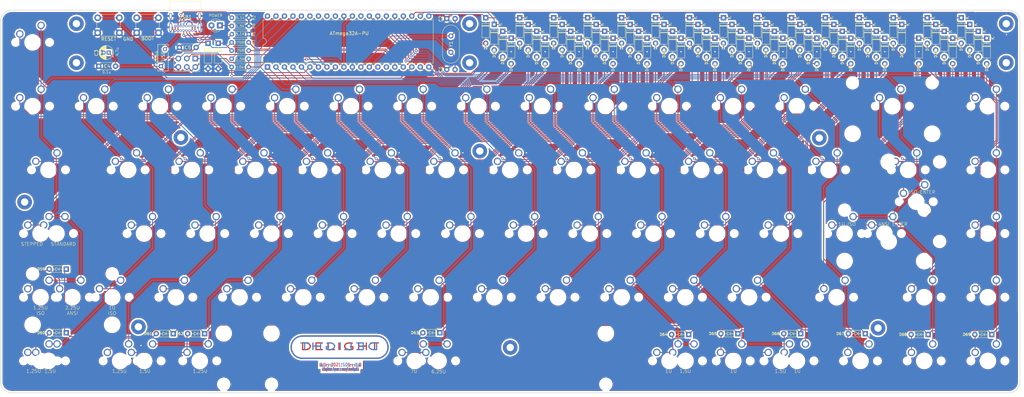
<source format=kicad_pcb>
(kicad_pcb (version 20171130) (host pcbnew "(5.1.10)-1")
  (layers (0 F.Cu signal) (31 B.Cu signal) (34 B.Paste user) (35 F.Paste user) (36 B.SilkS user hide) (37 F.SilkS user) (38 B.Mask user hide) (39 F.Mask user hide) (44 Edge.Cuts user))
  (net 0 "")
  (net 1 GND)
  (net 2 VCC)
  (net 3 row0)
  (net 4 "Net-(D1-Pad2)")
  (net 5 "Net-(D2-Pad2)")
  (net 6 "Net-(D3-Pad2)")
  (net 7 "Net-(D4-Pad2)")
  (net 8 "Net-(D5-Pad2)")
  (net 9 "Net-(D6-Pad2)")
  (net 10 "Net-(D7-Pad2)")
  (net 11 "Net-(D8-Pad2)")
  (net 12 "Net-(D9-Pad2)")
  (net 13 "Net-(D10-Pad2)")
  (net 14 "Net-(D11-Pad2)")
  (net 15 "Net-(D12-Pad2)")
  (net 16 "Net-(D13-Pad2)")
  (net 17 "Net-(D14-Pad2)")
  (net 18 "Net-(D15-Pad2)")
  (net 19 row1)
  (net 20 "Net-(D16-Pad2)")
  (net 21 "Net-(D17-Pad2)")
  (net 22 "Net-(D18-Pad2)")
  (net 23 "Net-(D19-Pad2)")
  (net 24 "Net-(D20-Pad2)")
  (net 25 "Net-(D21-Pad2)")
  (net 26 "Net-(D22-Pad2)")
  (net 27 "Net-(D23-Pad2)")
  (net 28 "Net-(D24-Pad2)")
  (net 29 "Net-(D25-Pad2)")
  (net 30 "Net-(D26-Pad2)")
  (net 31 "Net-(D27-Pad2)")
  (net 32 "Net-(D28-Pad2)")
  (net 33 "Net-(D29-Pad2)")
  (net 34 "Net-(D30-Pad2)")
  (net 35 "Net-(D31-Pad2)")
  (net 36 row2)
  (net 37 "Net-(D32-Pad2)")
  (net 38 "Net-(D33-Pad2)")
  (net 39 "Net-(D34-Pad2)")
  (net 40 "Net-(D35-Pad2)")
  (net 41 "Net-(D36-Pad2)")
  (net 42 "Net-(D37-Pad2)")
  (net 43 "Net-(D38-Pad2)")
  (net 44 "Net-(D39-Pad2)")
  (net 45 "Net-(D40-Pad2)")
  (net 46 "Net-(D41-Pad2)")
  (net 47 "Net-(D42-Pad2)")
  (net 48 "Net-(D43-Pad2)")
  (net 49 "Net-(D44-Pad2)")
  (net 50 row3)
  (net 51 "Net-(D45-Pad2)")
  (net 52 "Net-(D46-Pad2)")
  (net 53 "Net-(D47-Pad2)")
  (net 54 "Net-(D48-Pad2)")
  (net 55 "Net-(D49-Pad2)")
  (net 56 "Net-(D50-Pad2)")
  (net 57 "Net-(D51-Pad2)")
  (net 58 "Net-(D52-Pad2)")
  (net 59 "Net-(D53-Pad2)")
  (net 60 "Net-(D54-Pad2)")
  (net 61 "Net-(D55-Pad2)")
  (net 62 "Net-(D56-Pad2)")
  (net 63 "Net-(D57-Pad2)")
  (net 64 "Net-(D58-Pad2)")
  (net 65 row4)
  (net 66 col0)
  (net 67 col1)
  (net 68 col2)
  (net 69 col3)
  (net 70 col4)
  (net 71 col5)
  (net 72 col6)
  (net 73 col7)
  (net 74 col8)
  (net 75 col9)
  (net 76 col10)
  (net 77 col11)
  (net 78 col12)
  (net 79 col13)
  (net 80 col14)
  (net 81 "Net-(R1-Pad2)")
  (net 82 "Net-(R2-Pad1)")
  (net 83 "Net-(USB1-PadB8)")
  (net 84 "Net-(USB1-PadA8)")
  (net 85 reset)
  (net 86 +5V)
  (net 87 "Net-(U1-Pad29)")
  (net 88 "Net-(U1-Pad32)")
  (net 89 "Net-(U1-Pad33)")
  (net 90 "Net-(U1-Pad14)")
  (net 91 "Net-(U1-Pad34)")
  (net 92 "Net-(U1-Pad35)")
  (net 93 D+)
  (net 94 D-)
  (net 95 "Net-(C1-Pad1)")
  (net 96 "Net-(C2-Pad1)")
  (net 97 "Net-(D70-Pad1)")
  (net 98 MOSI)
  (net 99 SCK)
  (net 100 MISO)
  (net 101 "Net-(LED1-Pad1)")
  (net 102 boot)
  (net 103 "Net-(U1-Pad15)")
  (net 104 "Net-(D0-Pad2)")
  (net 105 "Net-(D71-Pad1)")
  (net 106 "Net-(D59-Pad2)")
  (net 107 "Net-(D60-Pad2)")
  (net 108 "Net-(D61-Pad2)")
  (net 109 "Net-(D62-Pad2)")
  (net 110 "Net-(D63-Pad2)")
  (net 111 "Net-(D64-Pad2)")
  (net 112 "Net-(D65-Pad2)")
  (net 113 "Net-(D66-Pad2)")
  (net 114 "Net-(D67-Pad2)")
  (net 115 "Net-(D68-Pad2)")
  (net 116 "Net-(D69-Pad2)")
  (module cftkb:SW_Cherry_MX1A_1.00u_PCB-NOSCREEN (layer F.Cu) (at 76.80325 82.042)
    (fp_text reference SW0)
    (fp_text value KEYSW)
    (pad "" np_thru_hole circle (at 2.54 5.08) (size 1.7 1.7) (drill 1.7) (layers *.Cu *.Mask))
    (pad "" np_thru_hole circle (at -7.62 5.08) (size 1.7 1.7) (drill 1.7) (layers *.Cu *.Mask))
    (pad "" np_thru_hole circle (at -2.54 5.08) (size 4 4) (drill 4) (layers *.Cu *.Mask))
    (pad 2 thru_hole circle (at -6.35 2.54) (size 2.2 2.2) (drill 1.5) (layers *.Cu *.Mask) (net 104 "Net-(D0-Pad2)"))
    (pad 1 thru_hole circle (at 0 0) (size 2.2 2.2) (drill 1.5) (layers *.Cu *.Mask) (net 66 col0))
  )
  (module cftkb:SW_Cherry_MX1A_1.00u_PCB-NOSCREEN (layer F.Cu) (at 248.25325 101.12375)
    (fp_text reference SW9)
    (fp_text value KEYSW)
    (pad 1 thru_hole circle (at 0 0) (size 2.2 2.2) (drill 1.5) (layers *.Cu *.Mask) (net 75 col9))
    (pad 2 thru_hole circle (at -6.35 2.54) (size 2.2 2.2) (drill 1.5) (layers *.Cu *.Mask) (net 12 "Net-(D9-Pad2)"))
    (pad "" np_thru_hole circle (at -2.54 5.08) (size 4 4) (drill 4) (layers *.Cu *.Mask))
    (pad "" np_thru_hole circle (at -7.62 5.08) (size 1.7 1.7) (drill 1.7) (layers *.Cu *.Mask))
    (pad "" np_thru_hole circle (at 2.54 5.08) (size 1.7 1.7) (drill 1.7) (layers *.Cu *.Mask))
  )
  (module cftkb:SW_Cherry_MX1A_1.00u_PCB-NOSCREEN (layer F.Cu) (at 133.95325 101.12375)
    (fp_text reference SW3)
    (fp_text value KEYSW)
    (pad 1 thru_hole circle (at 0 0) (size 2.2 2.2) (drill 1.5) (layers *.Cu *.Mask) (net 69 col3))
    (pad 2 thru_hole circle (at -6.35 2.54) (size 2.2 2.2) (drill 1.5) (layers *.Cu *.Mask) (net 6 "Net-(D3-Pad2)"))
    (pad "" np_thru_hole circle (at -2.54 5.08) (size 4 4) (drill 4) (layers *.Cu *.Mask))
    (pad "" np_thru_hole circle (at -7.62 5.08) (size 1.7 1.7) (drill 1.7) (layers *.Cu *.Mask))
    (pad "" np_thru_hole circle (at 2.54 5.08) (size 1.7 1.7) (drill 1.7) (layers *.Cu *.Mask))
  )
  (module cftkb:SW_Cherry_MX1A_1.00u_PCB-NOSCREEN (layer F.Cu) (at 319.69075 139.22375)
    (fp_text reference SW42-2)
    (fp_text value KEYSW)
    (pad 1 thru_hole circle (at 0 0) (size 2.2 2.2) (drill 1.5) (layers *.Cu *.Mask) (net 79 col13))
    (pad 2 thru_hole circle (at -6.35 2.54) (size 2.2 2.2) (drill 1.5) (layers *.Cu *.Mask) (net 47 "Net-(D42-Pad2)"))
    (pad "" np_thru_hole circle (at -2.54 5.08) (size 4 4) (drill 4) (layers *.Cu *.Mask))
    (pad "" np_thru_hole circle (at -7.62 5.08) (size 1.7 1.7) (drill 1.7) (layers *.Cu *.Mask))
    (pad "" np_thru_hole circle (at 2.54 5.08) (size 1.7 1.7) (drill 1.7) (layers *.Cu *.Mask))
  )
  (module cftkb:SW_Cherry_MX1A_1.00u_PCB-NOSCREEN (layer F.Cu) (at 100.61575 158.27375)
    (fp_text reference SW45)
    (fp_text value KEYSW)
    (pad 1 thru_hole circle (at 0 0) (size 2.2 2.2) (drill 1.5) (layers *.Cu *.Mask) (net 67 col1))
    (pad 2 thru_hole circle (at -6.35 2.54) (size 2.2 2.2) (drill 1.5) (layers *.Cu *.Mask) (net 51 "Net-(D45-Pad2)"))
    (pad "" np_thru_hole circle (at -2.54 5.08) (size 4 4) (drill 4) (layers *.Cu *.Mask))
    (pad "" np_thru_hole circle (at -7.62 5.08) (size 1.7 1.7) (drill 1.7) (layers *.Cu *.Mask))
    (pad "" np_thru_hole circle (at 2.54 5.08) (size 1.7 1.7) (drill 1.7) (layers *.Cu *.Mask))
  )
  (module cftkb:SW_Cherry_MX1A_1.00u_PCB-NOSCREEN (layer F.Cu) (at 191.129573 177.33164)
    (fp_text reference SW63-2)
    (fp_text value KEYSW)
    (pad 1 thru_hole circle (at 0 0) (size 2.2 2.2) (drill 1.5) (layers *.Cu *.Mask) (net 72 col6))
    (pad 2 thru_hole circle (at -6.35 2.54) (size 2.2 2.2) (drill 1.5) (layers *.Cu *.Mask) (net 110 "Net-(D63-Pad2)"))
    (pad "" np_thru_hole circle (at -2.54 5.08) (size 4 4) (drill 4) (layers *.Cu *.Mask))
    (pad "" np_thru_hole circle (at -7.62 5.08) (size 1.7 1.7) (drill 1.7) (layers *.Cu *.Mask))
    (pad "" np_thru_hole circle (at 2.54 5.08) (size 1.7 1.7) (drill 1.7) (layers *.Cu *.Mask))
  )
  (module cftkb:SW_Cherry_MX1A_1.00u_PCB-NOSCREEN (layer F.Cu) (at 305.40325 101.12375)
    (fp_text reference SW12)
    (fp_text value KEYSW)
    (pad 1 thru_hole circle (at 0 0) (size 2.2 2.2) (drill 1.5) (layers *.Cu *.Mask) (net 78 col12))
    (pad 2 thru_hole circle (at -6.35 2.54) (size 2.2 2.2) (drill 1.5) (layers *.Cu *.Mask) (net 15 "Net-(D12-Pad2)"))
    (pad "" np_thru_hole circle (at -2.54 5.08) (size 4 4) (drill 4) (layers *.Cu *.Mask))
    (pad "" np_thru_hole circle (at -7.62 5.08) (size 1.7 1.7) (drill 1.7) (layers *.Cu *.Mask))
    (pad "" np_thru_hole circle (at 2.54 5.08) (size 1.7 1.7) (drill 1.7) (layers *.Cu *.Mask))
  )
  (module cftkb:SW_Cherry_MX1A_1.00u_PCB-NOSCREEN (layer F.Cu) (at 143.47825 120.17375)
    (fp_text reference SW18)
    (fp_text value KEYSW)
    (pad 1 thru_hole circle (at 0 0) (size 2.2 2.2) (drill 1.5) (layers *.Cu *.Mask) (net 69 col3))
    (pad 2 thru_hole circle (at -6.35 2.54) (size 2.2 2.2) (drill 1.5) (layers *.Cu *.Mask) (net 22 "Net-(D18-Pad2)"))
    (pad "" np_thru_hole circle (at -2.54 5.08) (size 4 4) (drill 4) (layers *.Cu *.Mask))
    (pad "" np_thru_hole circle (at -7.62 5.08) (size 1.7 1.7) (drill 1.7) (layers *.Cu *.Mask))
    (pad "" np_thru_hole circle (at 2.54 5.08) (size 1.7 1.7) (drill 1.7) (layers *.Cu *.Mask))
  )
  (module cftkb:SW_Cherry_MX1A_1.00u_PCB-NOSCREEN (layer F.Cu) (at 76.80325 101.12375)
    (fp_text reference SW15)
    (fp_text value KEYSW)
    (pad 1 thru_hole circle (at 0 0) (size 2.2 2.2) (drill 1.5) (layers *.Cu *.Mask) (net 66 col0))
    (pad 2 thru_hole circle (at -6.35 2.54) (size 2.2 2.2) (drill 1.5) (layers *.Cu *.Mask) (net 18 "Net-(D15-Pad2)"))
    (pad "" np_thru_hole circle (at -2.54 5.08) (size 4 4) (drill 4) (layers *.Cu *.Mask))
    (pad "" np_thru_hole circle (at -7.62 5.08) (size 1.7 1.7) (drill 1.7) (layers *.Cu *.Mask))
    (pad "" np_thru_hole circle (at 2.54 5.08) (size 1.7 1.7) (drill 1.7) (layers *.Cu *.Mask))
  )
  (module cftkb:SW_Cherry_MX1A_1.00u_PCB-NOSCREEN (layer F.Cu) (at 95.85325 101.12375)
    (fp_text reference SW1)
    (fp_text value KEYSW)
    (pad 1 thru_hole circle (at 0 0) (size 2.2 2.2) (drill 1.5) (layers *.Cu *.Mask) (net 67 col1))
    (pad 2 thru_hole circle (at -6.35 2.54) (size 2.2 2.2) (drill 1.5) (layers *.Cu *.Mask) (net 4 "Net-(D1-Pad2)"))
    (pad "" np_thru_hole circle (at -2.54 5.08) (size 4 4) (drill 4) (layers *.Cu *.Mask))
    (pad "" np_thru_hole circle (at -7.62 5.08) (size 1.7 1.7) (drill 1.7) (layers *.Cu *.Mask))
    (pad "" np_thru_hole circle (at 2.54 5.08) (size 1.7 1.7) (drill 1.7) (layers *.Cu *.Mask))
  )
  (module cftkb:SW_Cherry_MX1A_1.00u_PCB-NOSCREEN (layer F.Cu) (at 114.90325 101.12375)
    (fp_text reference SW2)
    (fp_text value KEYSW)
    (pad 1 thru_hole circle (at 0 0) (size 2.2 2.2) (drill 1.5) (layers *.Cu *.Mask) (net 68 col2))
    (pad 2 thru_hole circle (at -6.35 2.54) (size 2.2 2.2) (drill 1.5) (layers *.Cu *.Mask) (net 5 "Net-(D2-Pad2)"))
    (pad "" np_thru_hole circle (at -2.54 5.08) (size 4 4) (drill 4) (layers *.Cu *.Mask))
    (pad "" np_thru_hole circle (at -7.62 5.08) (size 1.7 1.7) (drill 1.7) (layers *.Cu *.Mask))
    (pad "" np_thru_hole circle (at 2.54 5.08) (size 1.7 1.7) (drill 1.7) (layers *.Cu *.Mask))
  )
  (module cftkb:SW_Cherry_MX1A_1.00u_PCB-NOSCREEN (layer F.Cu) (at 153.00325 101.12375)
    (fp_text reference SW4)
    (fp_text value KEYSW)
    (pad 1 thru_hole circle (at 0 0) (size 2.2 2.2) (drill 1.5) (layers *.Cu *.Mask) (net 70 col4))
    (pad 2 thru_hole circle (at -6.35 2.54) (size 2.2 2.2) (drill 1.5) (layers *.Cu *.Mask) (net 7 "Net-(D4-Pad2)"))
    (pad "" np_thru_hole circle (at -2.54 5.08) (size 4 4) (drill 4) (layers *.Cu *.Mask))
    (pad "" np_thru_hole circle (at -7.62 5.08) (size 1.7 1.7) (drill 1.7) (layers *.Cu *.Mask))
    (pad "" np_thru_hole circle (at 2.54 5.08) (size 1.7 1.7) (drill 1.7) (layers *.Cu *.Mask))
  )
  (module cftkb:SW_Cherry_MX1A_1.00u_PCB-NOSCREEN (layer F.Cu) (at 172.05325 101.12375)
    (fp_text reference SW5)
    (fp_text value KEYSW)
    (pad 1 thru_hole circle (at 0 0) (size 2.2 2.2) (drill 1.5) (layers *.Cu *.Mask) (net 71 col5))
    (pad 2 thru_hole circle (at -6.35 2.54) (size 2.2 2.2) (drill 1.5) (layers *.Cu *.Mask) (net 8 "Net-(D5-Pad2)"))
    (pad "" np_thru_hole circle (at -2.54 5.08) (size 4 4) (drill 4) (layers *.Cu *.Mask))
    (pad "" np_thru_hole circle (at -7.62 5.08) (size 1.7 1.7) (drill 1.7) (layers *.Cu *.Mask))
    (pad "" np_thru_hole circle (at 2.54 5.08) (size 1.7 1.7) (drill 1.7) (layers *.Cu *.Mask))
  )
  (module cftkb:SW_Cherry_MX1A_1.00u_PCB-NOSCREEN (layer F.Cu) (at 191.10325 101.12375)
    (fp_text reference SW6)
    (fp_text value KEYSW)
    (pad 1 thru_hole circle (at 0 0) (size 2.2 2.2) (drill 1.5) (layers *.Cu *.Mask) (net 72 col6))
    (pad 2 thru_hole circle (at -6.35 2.54) (size 2.2 2.2) (drill 1.5) (layers *.Cu *.Mask) (net 9 "Net-(D6-Pad2)"))
    (pad "" np_thru_hole circle (at -2.54 5.08) (size 4 4) (drill 4) (layers *.Cu *.Mask))
    (pad "" np_thru_hole circle (at -7.62 5.08) (size 1.7 1.7) (drill 1.7) (layers *.Cu *.Mask))
    (pad "" np_thru_hole circle (at 2.54 5.08) (size 1.7 1.7) (drill 1.7) (layers *.Cu *.Mask))
  )
  (module cftkb:SW_Cherry_MX1A_1.00u_PCB-NOSCREEN (layer F.Cu) (at 210.15325 101.12375)
    (fp_text reference SW7)
    (fp_text value KEYSW)
    (pad 1 thru_hole circle (at 0 0) (size 2.2 2.2) (drill 1.5) (layers *.Cu *.Mask) (net 73 col7))
    (pad 2 thru_hole circle (at -6.35 2.54) (size 2.2 2.2) (drill 1.5) (layers *.Cu *.Mask) (net 10 "Net-(D7-Pad2)"))
    (pad "" np_thru_hole circle (at -2.54 5.08) (size 4 4) (drill 4) (layers *.Cu *.Mask))
    (pad "" np_thru_hole circle (at -7.62 5.08) (size 1.7 1.7) (drill 1.7) (layers *.Cu *.Mask))
    (pad "" np_thru_hole circle (at 2.54 5.08) (size 1.7 1.7) (drill 1.7) (layers *.Cu *.Mask))
  )
  (module cftkb:SW_Cherry_MX1A_1.00u_PCB-NOSCREEN (layer F.Cu) (at 229.20325 101.12375)
    (fp_text reference SW8)
    (fp_text value KEYSW)
    (pad 1 thru_hole circle (at 0 0) (size 2.2 2.2) (drill 1.5) (layers *.Cu *.Mask) (net 74 col8))
    (pad 2 thru_hole circle (at -6.35 2.54) (size 2.2 2.2) (drill 1.5) (layers *.Cu *.Mask) (net 11 "Net-(D8-Pad2)"))
    (pad "" np_thru_hole circle (at -2.54 5.08) (size 4 4) (drill 4) (layers *.Cu *.Mask))
    (pad "" np_thru_hole circle (at -7.62 5.08) (size 1.7 1.7) (drill 1.7) (layers *.Cu *.Mask))
    (pad "" np_thru_hole circle (at 2.54 5.08) (size 1.7 1.7) (drill 1.7) (layers *.Cu *.Mask))
  )
  (module cftkb:SW_Cherry_MX1A_1.00u_PCB-NOSCREEN (layer F.Cu) (at 267.30325 101.12375)
    (fp_text reference SW10)
    (fp_text value KEYSW)
    (pad 1 thru_hole circle (at 0 0) (size 2.2 2.2) (drill 1.5) (layers *.Cu *.Mask) (net 76 col10))
    (pad 2 thru_hole circle (at -6.35 2.54) (size 2.2 2.2) (drill 1.5) (layers *.Cu *.Mask) (net 13 "Net-(D10-Pad2)"))
    (pad "" np_thru_hole circle (at -2.54 5.08) (size 4 4) (drill 4) (layers *.Cu *.Mask))
    (pad "" np_thru_hole circle (at -7.62 5.08) (size 1.7 1.7) (drill 1.7) (layers *.Cu *.Mask))
    (pad "" np_thru_hole circle (at 2.54 5.08) (size 1.7 1.7) (drill 1.7) (layers *.Cu *.Mask))
  )
  (module cftkb:SW_Cherry_MX1A_1.00u_PCB-NOSCREEN (layer F.Cu) (at 286.35325 101.12375)
    (fp_text reference SW11)
    (fp_text value KEYSW)
    (pad 1 thru_hole circle (at 0 0) (size 2.2 2.2) (drill 1.5) (layers *.Cu *.Mask) (net 77 col11))
    (pad 2 thru_hole circle (at -6.35 2.54) (size 2.2 2.2) (drill 1.5) (layers *.Cu *.Mask) (net 14 "Net-(D11-Pad2)"))
    (pad "" np_thru_hole circle (at -2.54 5.08) (size 4 4) (drill 4) (layers *.Cu *.Mask))
    (pad "" np_thru_hole circle (at -7.62 5.08) (size 1.7 1.7) (drill 1.7) (layers *.Cu *.Mask))
    (pad "" np_thru_hole circle (at 2.54 5.08) (size 1.7 1.7) (drill 1.7) (layers *.Cu *.Mask))
  )
  (module cftkb:SW_Cherry_MX1A_1.00u_PCB-NOSCREEN (layer F.Cu) (at 362.55325 101.12375)
    (fp_text reference SW14)
    (fp_text value KEYSW)
    (pad 1 thru_hole circle (at 0 0) (size 2.2 2.2) (drill 1.5) (layers *.Cu *.Mask) (net 80 col14))
    (pad 2 thru_hole circle (at -6.35 2.54) (size 2.2 2.2) (drill 1.5) (layers *.Cu *.Mask) (net 17 "Net-(D14-Pad2)"))
    (pad "" np_thru_hole circle (at -2.54 5.08) (size 4 4) (drill 4) (layers *.Cu *.Mask))
    (pad "" np_thru_hole circle (at -7.62 5.08) (size 1.7 1.7) (drill 1.7) (layers *.Cu *.Mask))
    (pad "" np_thru_hole circle (at 2.54 5.08) (size 1.7 1.7) (drill 1.7) (layers *.Cu *.Mask))
  )
  (module cftkb:SW_Cherry_MX1A_1.00u_PCB-NOSCREEN (layer F.Cu) (at 105.37825 120.17375)
    (fp_text reference SW16)
    (fp_text value KEYSW)
    (pad 1 thru_hole circle (at 0 0) (size 2.2 2.2) (drill 1.5) (layers *.Cu *.Mask) (net 67 col1))
    (pad 2 thru_hole circle (at -6.35 2.54) (size 2.2 2.2) (drill 1.5) (layers *.Cu *.Mask) (net 20 "Net-(D16-Pad2)"))
    (pad "" np_thru_hole circle (at -2.54 5.08) (size 4 4) (drill 4) (layers *.Cu *.Mask))
    (pad "" np_thru_hole circle (at -7.62 5.08) (size 1.7 1.7) (drill 1.7) (layers *.Cu *.Mask))
    (pad "" np_thru_hole circle (at 2.54 5.08) (size 1.7 1.7) (drill 1.7) (layers *.Cu *.Mask))
  )
  (module cftkb:SW_Cherry_MX1A_1.00u_PCB-NOSCREEN (layer F.Cu) (at 124.42825 120.17375)
    (fp_text reference SW17)
    (fp_text value KEYSW)
    (pad 1 thru_hole circle (at 0 0) (size 2.2 2.2) (drill 1.5) (layers *.Cu *.Mask) (net 68 col2))
    (pad 2 thru_hole circle (at -6.35 2.54) (size 2.2 2.2) (drill 1.5) (layers *.Cu *.Mask) (net 21 "Net-(D17-Pad2)"))
    (pad "" np_thru_hole circle (at -2.54 5.08) (size 4 4) (drill 4) (layers *.Cu *.Mask))
    (pad "" np_thru_hole circle (at -7.62 5.08) (size 1.7 1.7) (drill 1.7) (layers *.Cu *.Mask))
    (pad "" np_thru_hole circle (at 2.54 5.08) (size 1.7 1.7) (drill 1.7) (layers *.Cu *.Mask))
  )
  (module cftkb:SW_Cherry_MX1A_1.00u_PCB-NOSCREEN (layer F.Cu) (at 162.52825 120.17375)
    (fp_text reference SW19)
    (fp_text value KEYSW)
    (pad 1 thru_hole circle (at 0 0) (size 2.2 2.2) (drill 1.5) (layers *.Cu *.Mask) (net 70 col4))
    (pad 2 thru_hole circle (at -6.35 2.54) (size 2.2 2.2) (drill 1.5) (layers *.Cu *.Mask) (net 23 "Net-(D19-Pad2)"))
    (pad "" np_thru_hole circle (at -2.54 5.08) (size 4 4) (drill 4) (layers *.Cu *.Mask))
    (pad "" np_thru_hole circle (at -7.62 5.08) (size 1.7 1.7) (drill 1.7) (layers *.Cu *.Mask))
    (pad "" np_thru_hole circle (at 2.54 5.08) (size 1.7 1.7) (drill 1.7) (layers *.Cu *.Mask))
  )
  (module cftkb:SW_Cherry_MX1A_1.00u_PCB-NOSCREEN (layer F.Cu) (at 181.57825 120.17375)
    (fp_text reference SW20)
    (fp_text value KEYSW)
    (pad 1 thru_hole circle (at 0 0) (size 2.2 2.2) (drill 1.5) (layers *.Cu *.Mask) (net 71 col5))
    (pad 2 thru_hole circle (at -6.35 2.54) (size 2.2 2.2) (drill 1.5) (layers *.Cu *.Mask) (net 24 "Net-(D20-Pad2)"))
    (pad "" np_thru_hole circle (at -2.54 5.08) (size 4 4) (drill 4) (layers *.Cu *.Mask))
    (pad "" np_thru_hole circle (at -7.62 5.08) (size 1.7 1.7) (drill 1.7) (layers *.Cu *.Mask))
    (pad "" np_thru_hole circle (at 2.54 5.08) (size 1.7 1.7) (drill 1.7) (layers *.Cu *.Mask))
  )
  (module cftkb:SW_Cherry_MX1A_1.00u_PCB-NOSCREEN (layer F.Cu) (at 200.62825 120.17375)
    (fp_text reference SW21)
    (fp_text value KEYSW)
    (pad 1 thru_hole circle (at 0 0) (size 2.2 2.2) (drill 1.5) (layers *.Cu *.Mask) (net 72 col6))
    (pad 2 thru_hole circle (at -6.35 2.54) (size 2.2 2.2) (drill 1.5) (layers *.Cu *.Mask) (net 25 "Net-(D21-Pad2)"))
    (pad "" np_thru_hole circle (at -2.54 5.08) (size 4 4) (drill 4) (layers *.Cu *.Mask))
    (pad "" np_thru_hole circle (at -7.62 5.08) (size 1.7 1.7) (drill 1.7) (layers *.Cu *.Mask))
    (pad "" np_thru_hole circle (at 2.54 5.08) (size 1.7 1.7) (drill 1.7) (layers *.Cu *.Mask))
  )
  (module cftkb:SW_Cherry_MX1A_1.00u_PCB-NOSCREEN (layer F.Cu) (at 219.67825 120.17375)
    (fp_text reference SW22)
    (fp_text value KEYSW)
    (pad 1 thru_hole circle (at 0 0) (size 2.2 2.2) (drill 1.5) (layers *.Cu *.Mask) (net 73 col7))
    (pad 2 thru_hole circle (at -6.35 2.54) (size 2.2 2.2) (drill 1.5) (layers *.Cu *.Mask) (net 26 "Net-(D22-Pad2)"))
    (pad "" np_thru_hole circle (at -2.54 5.08) (size 4 4) (drill 4) (layers *.Cu *.Mask))
    (pad "" np_thru_hole circle (at -7.62 5.08) (size 1.7 1.7) (drill 1.7) (layers *.Cu *.Mask))
    (pad "" np_thru_hole circle (at 2.54 5.08) (size 1.7 1.7) (drill 1.7) (layers *.Cu *.Mask))
  )
  (module cftkb:SW_Cherry_MX1A_1.00u_PCB-NOSCREEN (layer F.Cu) (at 238.72825 120.17375)
    (fp_text reference SW23)
    (fp_text value KEYSW)
    (pad 1 thru_hole circle (at 0 0) (size 2.2 2.2) (drill 1.5) (layers *.Cu *.Mask) (net 74 col8))
    (pad 2 thru_hole circle (at -6.35 2.54) (size 2.2 2.2) (drill 1.5) (layers *.Cu *.Mask) (net 27 "Net-(D23-Pad2)"))
    (pad "" np_thru_hole circle (at -2.54 5.08) (size 4 4) (drill 4) (layers *.Cu *.Mask))
    (pad "" np_thru_hole circle (at -7.62 5.08) (size 1.7 1.7) (drill 1.7) (layers *.Cu *.Mask))
    (pad "" np_thru_hole circle (at 2.54 5.08) (size 1.7 1.7) (drill 1.7) (layers *.Cu *.Mask))
  )
  (module cftkb:SW_Cherry_MX1A_1.00u_PCB-NOSCREEN (layer F.Cu) (at 257.77825 120.17375)
    (fp_text reference SW24)
    (fp_text value KEYSW)
    (pad 1 thru_hole circle (at 0 0) (size 2.2 2.2) (drill 1.5) (layers *.Cu *.Mask) (net 75 col9))
    (pad 2 thru_hole circle (at -6.35 2.54) (size 2.2 2.2) (drill 1.5) (layers *.Cu *.Mask) (net 28 "Net-(D24-Pad2)"))
    (pad "" np_thru_hole circle (at -2.54 5.08) (size 4 4) (drill 4) (layers *.Cu *.Mask))
    (pad "" np_thru_hole circle (at -7.62 5.08) (size 1.7 1.7) (drill 1.7) (layers *.Cu *.Mask))
    (pad "" np_thru_hole circle (at 2.54 5.08) (size 1.7 1.7) (drill 1.7) (layers *.Cu *.Mask))
  )
  (module cftkb:SW_Cherry_MX1A_1.00u_PCB-NOSCREEN (layer F.Cu) (at 276.82825 120.17375)
    (fp_text reference SW25)
    (fp_text value KEYSW)
    (pad 1 thru_hole circle (at 0 0) (size 2.2 2.2) (drill 1.5) (layers *.Cu *.Mask) (net 76 col10))
    (pad 2 thru_hole circle (at -6.35 2.54) (size 2.2 2.2) (drill 1.5) (layers *.Cu *.Mask) (net 29 "Net-(D25-Pad2)"))
    (pad "" np_thru_hole circle (at -2.54 5.08) (size 4 4) (drill 4) (layers *.Cu *.Mask))
    (pad "" np_thru_hole circle (at -7.62 5.08) (size 1.7 1.7) (drill 1.7) (layers *.Cu *.Mask))
    (pad "" np_thru_hole circle (at 2.54 5.08) (size 1.7 1.7) (drill 1.7) (layers *.Cu *.Mask))
  )
  (module cftkb:SW_Cherry_MX1A_1.00u_PCB-NOSCREEN (layer F.Cu) (at 295.87825 120.17375)
    (fp_text reference SW26)
    (fp_text value KEYSW)
    (pad 1 thru_hole circle (at 0 0) (size 2.2 2.2) (drill 1.5) (layers *.Cu *.Mask) (net 77 col11))
    (pad 2 thru_hole circle (at -6.35 2.54) (size 2.2 2.2) (drill 1.5) (layers *.Cu *.Mask) (net 30 "Net-(D26-Pad2)"))
    (pad "" np_thru_hole circle (at -2.54 5.08) (size 4 4) (drill 4) (layers *.Cu *.Mask))
    (pad "" np_thru_hole circle (at -7.62 5.08) (size 1.7 1.7) (drill 1.7) (layers *.Cu *.Mask))
    (pad "" np_thru_hole circle (at 2.54 5.08) (size 1.7 1.7) (drill 1.7) (layers *.Cu *.Mask))
  )
  (module cftkb:SW_Cherry_MX1A_1.00u_PCB-NOSCREEN (layer F.Cu) (at 314.92825 120.17375)
    (fp_text reference SW27)
    (fp_text value KEYSW)
    (pad 1 thru_hole circle (at 0 0) (size 2.2 2.2) (drill 1.5) (layers *.Cu *.Mask) (net 78 col12))
    (pad 2 thru_hole circle (at -6.35 2.54) (size 2.2 2.2) (drill 1.5) (layers *.Cu *.Mask) (net 31 "Net-(D27-Pad2)"))
    (pad "" np_thru_hole circle (at -2.54 5.08) (size 4 4) (drill 4) (layers *.Cu *.Mask))
    (pad "" np_thru_hole circle (at -7.62 5.08) (size 1.7 1.7) (drill 1.7) (layers *.Cu *.Mask))
    (pad "" np_thru_hole circle (at 2.54 5.08) (size 1.7 1.7) (drill 1.7) (layers *.Cu *.Mask))
  )
  (module cftkb:SW_Cherry_MX1A_1.00u_PCB-NOSCREEN (layer F.Cu) (at 362.55325 120.17375)
    (fp_text reference SW29)
    (fp_text value KEYSW)
    (pad 1 thru_hole circle (at 0 0) (size 2.2 2.2) (drill 1.5) (layers *.Cu *.Mask) (net 80 col14))
    (pad 2 thru_hole circle (at -6.35 2.54) (size 2.2 2.2) (drill 1.5) (layers *.Cu *.Mask) (net 33 "Net-(D29-Pad2)"))
    (pad "" np_thru_hole circle (at -2.54 5.08) (size 4 4) (drill 4) (layers *.Cu *.Mask))
    (pad "" np_thru_hole circle (at -7.62 5.08) (size 1.7 1.7) (drill 1.7) (layers *.Cu *.Mask))
    (pad "" np_thru_hole circle (at 2.54 5.08) (size 1.7 1.7) (drill 1.7) (layers *.Cu *.Mask))
  )
  (module cftkb:SW_Cherry_MX1A_1.00u_PCB-NOSCREEN (layer F.Cu) (at 110.14075 139.22375)
    (fp_text reference SW31)
    (fp_text value KEYSW)
    (pad 1 thru_hole circle (at 0 0) (size 2.2 2.2) (drill 1.5) (layers *.Cu *.Mask) (net 67 col1))
    (pad 2 thru_hole circle (at -6.35 2.54) (size 2.2 2.2) (drill 1.5) (layers *.Cu *.Mask) (net 35 "Net-(D31-Pad2)"))
    (pad "" np_thru_hole circle (at -2.54 5.08) (size 4 4) (drill 4) (layers *.Cu *.Mask))
    (pad "" np_thru_hole circle (at -7.62 5.08) (size 1.7 1.7) (drill 1.7) (layers *.Cu *.Mask))
    (pad "" np_thru_hole circle (at 2.54 5.08) (size 1.7 1.7) (drill 1.7) (layers *.Cu *.Mask))
  )
  (module cftkb:SW_Cherry_MX1A_1.00u_PCB-NOSCREEN (layer F.Cu) (at 129.19075 139.22375)
    (fp_text reference SW32)
    (fp_text value KEYSW)
    (pad 1 thru_hole circle (at 0 0) (size 2.2 2.2) (drill 1.5) (layers *.Cu *.Mask) (net 68 col2))
    (pad 2 thru_hole circle (at -6.35 2.54) (size 2.2 2.2) (drill 1.5) (layers *.Cu *.Mask) (net 37 "Net-(D32-Pad2)"))
    (pad "" np_thru_hole circle (at -2.54 5.08) (size 4 4) (drill 4) (layers *.Cu *.Mask))
    (pad "" np_thru_hole circle (at -7.62 5.08) (size 1.7 1.7) (drill 1.7) (layers *.Cu *.Mask))
    (pad "" np_thru_hole circle (at 2.54 5.08) (size 1.7 1.7) (drill 1.7) (layers *.Cu *.Mask))
  )
  (module cftkb:SW_Cherry_MX1A_1.00u_PCB-NOSCREEN (layer F.Cu) (at 148.24075 139.22375)
    (fp_text reference SW33)
    (fp_text value KEYSW)
    (pad 1 thru_hole circle (at 0 0) (size 2.2 2.2) (drill 1.5) (layers *.Cu *.Mask) (net 69 col3))
    (pad 2 thru_hole circle (at -6.35 2.54) (size 2.2 2.2) (drill 1.5) (layers *.Cu *.Mask) (net 38 "Net-(D33-Pad2)"))
    (pad "" np_thru_hole circle (at -2.54 5.08) (size 4 4) (drill 4) (layers *.Cu *.Mask))
    (pad "" np_thru_hole circle (at -7.62 5.08) (size 1.7 1.7) (drill 1.7) (layers *.Cu *.Mask))
    (pad "" np_thru_hole circle (at 2.54 5.08) (size 1.7 1.7) (drill 1.7) (layers *.Cu *.Mask))
  )
  (module cftkb:SW_Cherry_MX1A_1.00u_PCB-NOSCREEN (layer F.Cu) (at 167.29025 139.22375)
    (fp_text reference SW34)
    (fp_text value KEYSW)
    (pad 1 thru_hole circle (at 0 0) (size 2.2 2.2) (drill 1.5) (layers *.Cu *.Mask) (net 70 col4))
    (pad 2 thru_hole circle (at -6.35 2.54) (size 2.2 2.2) (drill 1.5) (layers *.Cu *.Mask) (net 39 "Net-(D34-Pad2)"))
    (pad "" np_thru_hole circle (at -2.54 5.08) (size 4 4) (drill 4) (layers *.Cu *.Mask))
    (pad "" np_thru_hole circle (at -7.62 5.08) (size 1.7 1.7) (drill 1.7) (layers *.Cu *.Mask))
    (pad "" np_thru_hole circle (at 2.54 5.08) (size 1.7 1.7) (drill 1.7) (layers *.Cu *.Mask))
  )
  (module cftkb:SW_Cherry_MX1A_1.00u_PCB-NOSCREEN (layer F.Cu) (at 186.34025 139.22375)
    (fp_text reference SW35)
    (fp_text value KEYSW)
    (pad 1 thru_hole circle (at 0 0) (size 2.2 2.2) (drill 1.5) (layers *.Cu *.Mask) (net 71 col5))
    (pad 2 thru_hole circle (at -6.35 2.54) (size 2.2 2.2) (drill 1.5) (layers *.Cu *.Mask) (net 40 "Net-(D35-Pad2)"))
    (pad "" np_thru_hole circle (at -2.54 5.08) (size 4 4) (drill 4) (layers *.Cu *.Mask))
    (pad "" np_thru_hole circle (at -7.62 5.08) (size 1.7 1.7) (drill 1.7) (layers *.Cu *.Mask))
    (pad "" np_thru_hole circle (at 2.54 5.08) (size 1.7 1.7) (drill 1.7) (layers *.Cu *.Mask))
  )
  (module cftkb:SW_Cherry_MX1A_1.00u_PCB-NOSCREEN (layer F.Cu) (at 205.39025 139.22375)
    (fp_text reference SW36)
    (fp_text value KEYSW)
    (pad 1 thru_hole circle (at 0 0) (size 2.2 2.2) (drill 1.5) (layers *.Cu *.Mask) (net 72 col6))
    (pad 2 thru_hole circle (at -6.35 2.54) (size 2.2 2.2) (drill 1.5) (layers *.Cu *.Mask) (net 41 "Net-(D36-Pad2)"))
    (pad "" np_thru_hole circle (at -2.54 5.08) (size 4 4) (drill 4) (layers *.Cu *.Mask))
    (pad "" np_thru_hole circle (at -7.62 5.08) (size 1.7 1.7) (drill 1.7) (layers *.Cu *.Mask))
    (pad "" np_thru_hole circle (at 2.54 5.08) (size 1.7 1.7) (drill 1.7) (layers *.Cu *.Mask))
  )
  (module cftkb:SW_Cherry_MX1A_1.00u_PCB-NOSCREEN (layer F.Cu) (at 224.44025 139.22375)
    (fp_text reference SW37)
    (fp_text value KEYSW)
    (pad 1 thru_hole circle (at 0 0) (size 2.2 2.2) (drill 1.5) (layers *.Cu *.Mask) (net 73 col7))
    (pad 2 thru_hole circle (at -6.35 2.54) (size 2.2 2.2) (drill 1.5) (layers *.Cu *.Mask) (net 42 "Net-(D37-Pad2)"))
    (pad "" np_thru_hole circle (at -2.54 5.08) (size 4 4) (drill 4) (layers *.Cu *.Mask))
    (pad "" np_thru_hole circle (at -7.62 5.08) (size 1.7 1.7) (drill 1.7) (layers *.Cu *.Mask))
    (pad "" np_thru_hole circle (at 2.54 5.08) (size 1.7 1.7) (drill 1.7) (layers *.Cu *.Mask))
  )
  (module cftkb:SW_Cherry_MX1A_1.00u_PCB-NOSCREEN (layer F.Cu) (at 243.49025 139.22375)
    (fp_text reference SW38)
    (fp_text value KEYSW)
    (pad 1 thru_hole circle (at 0 0) (size 2.2 2.2) (drill 1.5) (layers *.Cu *.Mask) (net 74 col8))
    (pad 2 thru_hole circle (at -6.35 2.54) (size 2.2 2.2) (drill 1.5) (layers *.Cu *.Mask) (net 43 "Net-(D38-Pad2)"))
    (pad "" np_thru_hole circle (at -2.54 5.08) (size 4 4) (drill 4) (layers *.Cu *.Mask))
    (pad "" np_thru_hole circle (at -7.62 5.08) (size 1.7 1.7) (drill 1.7) (layers *.Cu *.Mask))
    (pad "" np_thru_hole circle (at 2.54 5.08) (size 1.7 1.7) (drill 1.7) (layers *.Cu *.Mask))
  )
  (module cftkb:SW_Cherry_MX1A_1.00u_PCB-NOSCREEN (layer F.Cu) (at 262.54025 139.22375)
    (fp_text reference SW39)
    (fp_text value KEYSW)
    (pad 1 thru_hole circle (at 0 0) (size 2.2 2.2) (drill 1.5) (layers *.Cu *.Mask) (net 75 col9))
    (pad 2 thru_hole circle (at -6.35 2.54) (size 2.2 2.2) (drill 1.5) (layers *.Cu *.Mask) (net 44 "Net-(D39-Pad2)"))
    (pad "" np_thru_hole circle (at -2.54 5.08) (size 4 4) (drill 4) (layers *.Cu *.Mask))
    (pad "" np_thru_hole circle (at -7.62 5.08) (size 1.7 1.7) (drill 1.7) (layers *.Cu *.Mask))
    (pad "" np_thru_hole circle (at 2.54 5.08) (size 1.7 1.7) (drill 1.7) (layers *.Cu *.Mask))
  )
  (module cftkb:SW_Cherry_MX1A_1.00u_PCB-NOSCREEN (layer F.Cu) (at 281.59025 139.22375)
    (fp_text reference SW40)
    (fp_text value KEYSW)
    (pad 1 thru_hole circle (at 0 0) (size 2.2 2.2) (drill 1.5) (layers *.Cu *.Mask) (net 76 col10))
    (pad 2 thru_hole circle (at -6.35 2.54) (size 2.2 2.2) (drill 1.5) (layers *.Cu *.Mask) (net 45 "Net-(D40-Pad2)"))
    (pad "" np_thru_hole circle (at -2.54 5.08) (size 4 4) (drill 4) (layers *.Cu *.Mask))
    (pad "" np_thru_hole circle (at -7.62 5.08) (size 1.7 1.7) (drill 1.7) (layers *.Cu *.Mask))
    (pad "" np_thru_hole circle (at 2.54 5.08) (size 1.7 1.7) (drill 1.7) (layers *.Cu *.Mask))
  )
  (module cftkb:SW_Cherry_MX1A_1.00u_PCB-NOSCREEN (layer F.Cu) (at 300.64025 139.22375)
    (fp_text reference SW41)
    (fp_text value KEYSW)
    (pad 1 thru_hole circle (at 0 0) (size 2.2 2.2) (drill 1.5) (layers *.Cu *.Mask) (net 77 col11))
    (pad 2 thru_hole circle (at -6.35 2.54) (size 2.2 2.2) (drill 1.5) (layers *.Cu *.Mask) (net 46 "Net-(D41-Pad2)"))
    (pad "" np_thru_hole circle (at -2.54 5.08) (size 4 4) (drill 4) (layers *.Cu *.Mask))
    (pad "" np_thru_hole circle (at -7.62 5.08) (size 1.7 1.7) (drill 1.7) (layers *.Cu *.Mask))
    (pad "" np_thru_hole circle (at 2.54 5.08) (size 1.7 1.7) (drill 1.7) (layers *.Cu *.Mask))
  )
  (module cftkb:SW_Cherry_MX1A_1.00u_PCB-NOSCREEN (layer F.Cu) (at 362.55325 139.22375)
    (fp_text reference SW43)
    (fp_text value KEYSW)
    (pad 1 thru_hole circle (at 0 0) (size 2.2 2.2) (drill 1.5) (layers *.Cu *.Mask) (net 80 col14))
    (pad 2 thru_hole circle (at -6.35 2.54) (size 2.2 2.2) (drill 1.5) (layers *.Cu *.Mask) (net 48 "Net-(D43-Pad2)"))
    (pad "" np_thru_hole circle (at -2.54 5.08) (size 4 4) (drill 4) (layers *.Cu *.Mask))
    (pad "" np_thru_hole circle (at -7.62 5.08) (size 1.7 1.7) (drill 1.7) (layers *.Cu *.Mask))
    (pad "" np_thru_hole circle (at 2.54 5.08) (size 1.7 1.7) (drill 1.7) (layers *.Cu *.Mask))
  )
  (module cftkb:SW_Cherry_MX1A_1.00u_PCB-NOSCREEN (layer F.Cu) (at 119.66575 158.27375)
    (fp_text reference SW46)
    (fp_text value KEYSW)
    (pad 1 thru_hole circle (at 0 0) (size 2.2 2.2) (drill 1.5) (layers *.Cu *.Mask) (net 68 col2))
    (pad 2 thru_hole circle (at -6.35 2.54) (size 2.2 2.2) (drill 1.5) (layers *.Cu *.Mask) (net 52 "Net-(D46-Pad2)"))
    (pad "" np_thru_hole circle (at -2.54 5.08) (size 4 4) (drill 4) (layers *.Cu *.Mask))
    (pad "" np_thru_hole circle (at -7.62 5.08) (size 1.7 1.7) (drill 1.7) (layers *.Cu *.Mask))
    (pad "" np_thru_hole circle (at 2.54 5.08) (size 1.7 1.7) (drill 1.7) (layers *.Cu *.Mask))
  )
  (module cftkb:SW_Cherry_MX1A_1.00u_PCB-NOSCREEN (layer F.Cu) (at 138.71575 158.27375)
    (fp_text reference SW47)
    (fp_text value KEYSW)
    (pad 1 thru_hole circle (at 0 0) (size 2.2 2.2) (drill 1.5) (layers *.Cu *.Mask) (net 69 col3))
    (pad 2 thru_hole circle (at -6.35 2.54) (size 2.2 2.2) (drill 1.5) (layers *.Cu *.Mask) (net 53 "Net-(D47-Pad2)"))
    (pad "" np_thru_hole circle (at -2.54 5.08) (size 4 4) (drill 4) (layers *.Cu *.Mask))
    (pad "" np_thru_hole circle (at -7.62 5.08) (size 1.7 1.7) (drill 1.7) (layers *.Cu *.Mask))
    (pad "" np_thru_hole circle (at 2.54 5.08) (size 1.7 1.7) (drill 1.7) (layers *.Cu *.Mask))
  )
  (module cftkb:SW_Cherry_MX1A_1.00u_PCB-NOSCREEN (layer F.Cu) (at 157.76575 158.27375)
    (fp_text reference SW48)
    (fp_text value KEYSW)
    (pad 1 thru_hole circle (at 0 0) (size 2.2 2.2) (drill 1.5) (layers *.Cu *.Mask) (net 70 col4))
    (pad 2 thru_hole circle (at -6.35 2.54) (size 2.2 2.2) (drill 1.5) (layers *.Cu *.Mask) (net 54 "Net-(D48-Pad2)"))
    (pad "" np_thru_hole circle (at -2.54 5.08) (size 4 4) (drill 4) (layers *.Cu *.Mask))
    (pad "" np_thru_hole circle (at -7.62 5.08) (size 1.7 1.7) (drill 1.7) (layers *.Cu *.Mask))
    (pad "" np_thru_hole circle (at 2.54 5.08) (size 1.7 1.7) (drill 1.7) (layers *.Cu *.Mask))
  )
  (module cftkb:SW_Cherry_MX1A_1.00u_PCB-NOSCREEN (layer F.Cu) (at 176.81625 158.27375)
    (fp_text reference SW49)
    (fp_text value KEYSW)
    (pad 1 thru_hole circle (at 0 0) (size 2.2 2.2) (drill 1.5) (layers *.Cu *.Mask) (net 71 col5))
    (pad 2 thru_hole circle (at -6.35 2.54) (size 2.2 2.2) (drill 1.5) (layers *.Cu *.Mask) (net 55 "Net-(D49-Pad2)"))
    (pad "" np_thru_hole circle (at -2.54 5.08) (size 4 4) (drill 4) (layers *.Cu *.Mask))
    (pad "" np_thru_hole circle (at -7.62 5.08) (size 1.7 1.7) (drill 1.7) (layers *.Cu *.Mask))
    (pad "" np_thru_hole circle (at 2.54 5.08) (size 1.7 1.7) (drill 1.7) (layers *.Cu *.Mask))
  )
  (module cftkb:SW_Cherry_MX1A_1.00u_PCB-NOSCREEN (layer F.Cu) (at 195.86625 158.27375)
    (fp_text reference SW50)
    (fp_text value KEYSW)
    (pad 1 thru_hole circle (at 0 0) (size 2.2 2.2) (drill 1.5) (layers *.Cu *.Mask) (net 72 col6))
    (pad 2 thru_hole circle (at -6.35 2.54) (size 2.2 2.2) (drill 1.5) (layers *.Cu *.Mask) (net 56 "Net-(D50-Pad2)"))
    (pad "" np_thru_hole circle (at -2.54 5.08) (size 4 4) (drill 4) (layers *.Cu *.Mask))
    (pad "" np_thru_hole circle (at -7.62 5.08) (size 1.7 1.7) (drill 1.7) (layers *.Cu *.Mask))
    (pad "" np_thru_hole circle (at 2.54 5.08) (size 1.7 1.7) (drill 1.7) (layers *.Cu *.Mask))
  )
  (module cftkb:SW_Cherry_MX1A_1.00u_PCB-NOSCREEN (layer F.Cu) (at 214.91625 158.27375)
    (fp_text reference SW51)
    (fp_text value KEYSW)
    (pad 1 thru_hole circle (at 0 0) (size 2.2 2.2) (drill 1.5) (layers *.Cu *.Mask) (net 73 col7))
    (pad 2 thru_hole circle (at -6.35 2.54) (size 2.2 2.2) (drill 1.5) (layers *.Cu *.Mask) (net 57 "Net-(D51-Pad2)"))
    (pad "" np_thru_hole circle (at -2.54 5.08) (size 4 4) (drill 4) (layers *.Cu *.Mask))
    (pad "" np_thru_hole circle (at -7.62 5.08) (size 1.7 1.7) (drill 1.7) (layers *.Cu *.Mask))
    (pad "" np_thru_hole circle (at 2.54 5.08) (size 1.7 1.7) (drill 1.7) (layers *.Cu *.Mask))
  )
  (module cftkb:SW_Cherry_MX1A_1.00u_PCB-NOSCREEN (layer F.Cu) (at 233.96625 158.27375)
    (fp_text reference SW52)
    (fp_text value KEYSW)
    (pad 1 thru_hole circle (at 0 0) (size 2.2 2.2) (drill 1.5) (layers *.Cu *.Mask) (net 74 col8))
    (pad 2 thru_hole circle (at -6.35 2.54) (size 2.2 2.2) (drill 1.5) (layers *.Cu *.Mask) (net 58 "Net-(D52-Pad2)"))
    (pad "" np_thru_hole circle (at -2.54 5.08) (size 4 4) (drill 4) (layers *.Cu *.Mask))
    (pad "" np_thru_hole circle (at -7.62 5.08) (size 1.7 1.7) (drill 1.7) (layers *.Cu *.Mask))
    (pad "" np_thru_hole circle (at 2.54 5.08) (size 1.7 1.7) (drill 1.7) (layers *.Cu *.Mask))
  )
  (module cftkb:SW_Cherry_MX1A_1.00u_PCB-NOSCREEN (layer F.Cu) (at 253.01625 158.27375)
    (fp_text reference SW53)
    (fp_text value KEYSW)
    (pad 1 thru_hole circle (at 0 0) (size 2.2 2.2) (drill 1.5) (layers *.Cu *.Mask) (net 75 col9))
    (pad 2 thru_hole circle (at -6.35 2.54) (size 2.2 2.2) (drill 1.5) (layers *.Cu *.Mask) (net 59 "Net-(D53-Pad2)"))
    (pad "" np_thru_hole circle (at -2.54 5.08) (size 4 4) (drill 4) (layers *.Cu *.Mask))
    (pad "" np_thru_hole circle (at -7.62 5.08) (size 1.7 1.7) (drill 1.7) (layers *.Cu *.Mask))
    (pad "" np_thru_hole circle (at 2.54 5.08) (size 1.7 1.7) (drill 1.7) (layers *.Cu *.Mask))
  )
  (module cftkb:SW_Cherry_MX1A_1.00u_PCB-NOSCREEN (layer F.Cu) (at 272.06625 158.27375)
    (fp_text reference SW54)
    (fp_text value KEYSW)
    (pad 1 thru_hole circle (at 0 0) (size 2.2 2.2) (drill 1.5) (layers *.Cu *.Mask) (net 76 col10))
    (pad 2 thru_hole circle (at -6.35 2.54) (size 2.2 2.2) (drill 1.5) (layers *.Cu *.Mask) (net 60 "Net-(D54-Pad2)"))
    (pad "" np_thru_hole circle (at -2.54 5.08) (size 4 4) (drill 4) (layers *.Cu *.Mask))
    (pad "" np_thru_hole circle (at -7.62 5.08) (size 1.7 1.7) (drill 1.7) (layers *.Cu *.Mask))
    (pad "" np_thru_hole circle (at 2.54 5.08) (size 1.7 1.7) (drill 1.7) (layers *.Cu *.Mask))
  )
  (module cftkb:SW_Cherry_MX1A_1.00u_PCB-NOSCREEN (layer F.Cu) (at 291.11625 158.27375)
    (fp_text reference SW55)
    (fp_text value KEYSW)
    (pad 1 thru_hole circle (at 0 0) (size 2.2 2.2) (drill 1.5) (layers *.Cu *.Mask) (net 77 col11))
    (pad 2 thru_hole circle (at -6.35 2.54) (size 2.2 2.2) (drill 1.5) (layers *.Cu *.Mask) (net 61 "Net-(D55-Pad2)"))
    (pad "" np_thru_hole circle (at -2.54 5.08) (size 4 4) (drill 4) (layers *.Cu *.Mask))
    (pad "" np_thru_hole circle (at -7.62 5.08) (size 1.7 1.7) (drill 1.7) (layers *.Cu *.Mask))
    (pad "" np_thru_hole circle (at 2.54 5.08) (size 1.7 1.7) (drill 1.7) (layers *.Cu *.Mask))
  )
  (module cftkb:SW_Cherry_MX1A_1.00u_PCB-NOSCREEN (layer F.Cu) (at 343.50325 158.27375)
    (fp_text reference SW57)
    (fp_text value KEYSW)
    (pad 1 thru_hole circle (at 0 0) (size 2.2 2.2) (drill 1.5) (layers *.Cu *.Mask) (net 79 col13))
    (pad 2 thru_hole circle (at -6.35 2.54) (size 2.2 2.2) (drill 1.5) (layers *.Cu *.Mask) (net 63 "Net-(D57-Pad2)"))
    (pad "" np_thru_hole circle (at -2.54 5.08) (size 4 4) (drill 4) (layers *.Cu *.Mask))
    (pad "" np_thru_hole circle (at -7.62 5.08) (size 1.7 1.7) (drill 1.7) (layers *.Cu *.Mask))
    (pad "" np_thru_hole circle (at 2.54 5.08) (size 1.7 1.7) (drill 1.7) (layers *.Cu *.Mask))
  )
  (module cftkb:SW_Cherry_MX1A_1.00u_PCB-NOSCREEN (layer F.Cu) (at 362.55325 158.27375)
    (fp_text reference SW58)
    (fp_text value KEYSW)
    (pad 1 thru_hole circle (at 0 0) (size 2.2 2.2) (drill 1.5) (layers *.Cu *.Mask) (net 80 col14))
    (pad 2 thru_hole circle (at -6.35 2.54) (size 2.2 2.2) (drill 1.5) (layers *.Cu *.Mask) (net 64 "Net-(D58-Pad2)"))
    (pad "" np_thru_hole circle (at -2.54 5.08) (size 4 4) (drill 4) (layers *.Cu *.Mask))
    (pad "" np_thru_hole circle (at -7.62 5.08) (size 1.7 1.7) (drill 1.7) (layers *.Cu *.Mask))
    (pad "" np_thru_hole circle (at 2.54 5.08) (size 1.7 1.7) (drill 1.7) (layers *.Cu *.Mask))
  )
  (module cftkb:SW_Cherry_MX1A_1.00u_PCB-NOSCREEN (layer F.Cu) (at 198.24725 177.32375)
    (fp_text reference SW63)
    (fp_text value KEYSW)
    (pad 1 thru_hole circle (at 0 0) (size 2.2 2.2) (drill 1.5) (layers *.Cu *.Mask) (net 72 col6))
    (pad 2 thru_hole circle (at -6.35 2.54) (size 2.2 2.2) (drill 1.5) (layers *.Cu *.Mask) (net 110 "Net-(D63-Pad2)"))
    (pad "" np_thru_hole circle (at -2.54 5.08) (size 4 4) (drill 4) (layers *.Cu *.Mask))
    (pad "" np_thru_hole circle (at -7.62 5.08) (size 1.7 1.7) (drill 1.7) (layers *.Cu *.Mask))
    (pad "" np_thru_hole circle (at 2.54 5.08) (size 1.7 1.7) (drill 1.7) (layers *.Cu *.Mask))
  )
  (module cftkb:SW_Cherry_MX1A_1.00u_PCB-NOSCREEN (layer F.Cu) (at 324.45325 177.32375)
    (fp_text reference SW67)
    (fp_text value KEYSW)
    (pad 1 thru_hole circle (at 0 0) (size 2.2 2.2) (drill 1.5) (layers *.Cu *.Mask) (net 78 col12))
    (pad 2 thru_hole circle (at -6.35 2.54) (size 2.2 2.2) (drill 1.5) (layers *.Cu *.Mask) (net 114 "Net-(D67-Pad2)"))
    (pad "" np_thru_hole circle (at -2.54 5.08) (size 4 4) (drill 4) (layers *.Cu *.Mask))
    (pad "" np_thru_hole circle (at -7.62 5.08) (size 1.7 1.7) (drill 1.7) (layers *.Cu *.Mask))
    (pad "" np_thru_hole circle (at 2.54 5.08) (size 1.7 1.7) (drill 1.7) (layers *.Cu *.Mask))
  )
  (module cftkb:SW_Cherry_MX1A_1.00u_PCB-NOSCREEN (layer F.Cu) (at 343.50325 177.32375)
    (fp_text reference SW68)
    (fp_text value KEYSW)
    (pad 1 thru_hole circle (at 0 0) (size 2.2 2.2) (drill 1.5) (layers *.Cu *.Mask) (net 79 col13))
    (pad 2 thru_hole circle (at -6.35 2.54) (size 2.2 2.2) (drill 1.5) (layers *.Cu *.Mask) (net 115 "Net-(D68-Pad2)"))
    (pad "" np_thru_hole circle (at -2.54 5.08) (size 4 4) (drill 4) (layers *.Cu *.Mask))
    (pad "" np_thru_hole circle (at -7.62 5.08) (size 1.7 1.7) (drill 1.7) (layers *.Cu *.Mask))
    (pad "" np_thru_hole circle (at 2.54 5.08) (size 1.7 1.7) (drill 1.7) (layers *.Cu *.Mask))
  )
  (module cftkb:SW_Cherry_MX1A_1.00u_PCB-NOSCREEN (layer F.Cu) (at 362.55325 177.32375)
    (fp_text reference SW69)
    (fp_text value KEYSW)
    (pad 1 thru_hole circle (at 0 0) (size 2.2 2.2) (drill 1.5) (layers *.Cu *.Mask) (net 80 col14))
    (pad 2 thru_hole circle (at -6.35 2.54) (size 2.2 2.2) (drill 1.5) (layers *.Cu *.Mask) (net 116 "Net-(D69-Pad2)"))
    (pad "" np_thru_hole circle (at -2.54 5.08) (size 4 4) (drill 4) (layers *.Cu *.Mask))
    (pad "" np_thru_hole circle (at -7.62 5.08) (size 1.7 1.7) (drill 1.7) (layers *.Cu *.Mask))
    (pad "" np_thru_hole circle (at 2.54 5.08) (size 1.7 1.7) (drill 1.7) (layers *.Cu *.Mask))
  )
  (module cftkb:SW_Cherry_MX1A_1.00u_PCB-NOSCREEN (layer F.Cu) (at 305.443528 177.31362)
    (fp_text reference SW66)
    (fp_text value KEYSW)
    (pad 1 thru_hole circle (at 0 0) (size 2.2 2.2) (drill 1.5) (layers *.Cu *.Mask) (net 77 col11))
    (pad 2 thru_hole circle (at -6.35 2.54) (size 2.2 2.2) (drill 1.5) (layers *.Cu *.Mask) (net 113 "Net-(D66-Pad2)"))
    (pad "" np_thru_hole circle (at -2.54 5.08) (size 4 4) (drill 4) (layers *.Cu *.Mask))
    (pad "" np_thru_hole circle (at -7.62 5.08) (size 1.7 1.7) (drill 1.7) (layers *.Cu *.Mask))
    (pad "" np_thru_hole circle (at 2.54 5.08) (size 1.7 1.7) (drill 1.7) (layers *.Cu *.Mask))
  )
  (module Resistor_THT:R_Axial_DIN0204_L3.6mm_D1.6mm_P5.08mm_Horizontal (layer F.Cu) (at 138.896316 92.032665 180)
    (fp_text reference R5 (at -1.464029 0.001398 270) (layer F.SilkS) (effects (font (size 0.8 0.8) (thickness 0.1))))
    (fp_text value 1.5k (at 2.54 -0.051095 180) (layer F.SilkS) (effects (font (size 0.8 0.8) (thickness 0.1))))
    (pad 2 thru_hole oval (at 5.08 0 180) (size 1.4 1.4) (drill 0.7) (layers *.Cu *.Mask) (net 97 "Net-(D70-Pad1)"))
    (pad 1 thru_hole circle (at 0 0 180) (size 1.4 1.4) (drill 0.7) (layers *.Cu *.Mask) (net 86 +5V))
  )
  (module Resistor_THT:R_Axial_DIN0204_L3.6mm_D1.6mm_P5.08mm_Horizontal (layer F.Cu) (at 138.896316 89.577332 180)
    (fp_text reference R4 (at -1.464029 0.018849 270) (layer F.SilkS) (effects (font (size 0.8 0.8) (thickness 0.1))))
    (fp_text value 75R (at 2.54 -0.024896 180) (layer F.SilkS) (effects (font (size 0.8 0.8) (thickness 0.1))))
    (pad 2 thru_hole oval (at 5.08 0 180) (size 1.4 1.4) (drill 0.7) (layers *.Cu *.Mask) (net 105 "Net-(D71-Pad1)"))
    (pad 1 thru_hole circle (at 0 0 180) (size 1.4 1.4) (drill 0.7) (layers *.Cu *.Mask) (net 93 D+))
  )
  (module Resistor_THT:R_Axial_DIN0204_L3.6mm_D1.6mm_P5.08mm_Horizontal (layer F.Cu) (at 138.896316 87.121999 180)
    (fp_text reference R3 (at -1.464029 0.036299 270) (layer F.SilkS) (effects (font (size 0.8 0.8) (thickness 0.1))))
    (fp_text value 75R (at 2.54 -0.05119 180) (layer F.SilkS) (effects (font (size 0.8 0.8) (thickness 0.1))))
    (pad 2 thru_hole oval (at 5.08 0 180) (size 1.4 1.4) (drill 0.7) (layers *.Cu *.Mask) (net 97 "Net-(D70-Pad1)"))
    (pad 1 thru_hole circle (at 0 0 180) (size 1.4 1.4) (drill 0.7) (layers *.Cu *.Mask) (net 94 D-))
  )
  (module Resistor_THT:R_Axial_DIN0204_L3.6mm_D1.6mm_P5.08mm_Horizontal (layer F.Cu) (at 138.938 84.666666 180)
    (fp_text reference R1 (at -1.464029 0.031789 90) (layer F.SilkS) (effects (font (size 0.8 0.8) (thickness 0.1))))
    (fp_text value 5.1k)
    (pad 2 thru_hole oval (at 5.08 0 180) (size 1.4 1.4) (drill 0.7) (layers *.Cu *.Mask) (net 81 "Net-(R1-Pad2)"))
    (pad 1 thru_hole circle (at 0 0 180) (size 1.4 1.4) (drill 0.7) (layers *.Cu *.Mask) (net 1 GND))
  )
  (module Resistor_THT:R_Axial_DIN0204_L3.6mm_D1.6mm_P5.08mm_Horizontal (layer F.Cu) (at 133.858 79.756)
    (fp_text reference R2 (at 6.604 0 90) (layer F.SilkS) (effects (font (size 0.8 0.8) (thickness 0.1))))
    (fp_text value 5.1k (at 2.54 0) (layer F.SilkS) (effects (font (size 0.8 0.8) (thickness 0.1))))
    (pad 2 thru_hole oval (at 5.08 0) (size 1.4 1.4) (drill 0.7) (layers *.Cu *.Mask) (net 1 GND))
    (pad 1 thru_hole circle (at 0 0) (size 1.4 1.4) (drill 0.7) (layers *.Cu *.Mask) (net 82 "Net-(R2-Pad1)"))
  )
  (module Resistor_THT:R_Axial_DIN0204_L3.6mm_D1.6mm_P5.08mm_Horizontal (layer F.Cu) (at 133.858 82.211333)
    (fp_text reference R6 (at 6.544029 0.015974 90) (layer F.SilkS) (effects (font (size 0.8 0.8) (thickness 0.1))))
    (fp_text value 1.5K (at 2.54 0.04338) (layer F.SilkS) (effects (font (size 0.8 0.8) (thickness 0.1))))
    (pad 2 thru_hole oval (at 5.08 0) (size 1.4 1.4) (drill 0.7) (layers *.Cu *.Mask) (net 1 GND))
    (pad 1 thru_hole circle (at 0 0) (size 1.4 1.4) (drill 0.7) (layers *.Cu *.Mask) (net 101 "Net-(LED1-Pad1)"))
  )
  (module Resistor_THT:R_Axial_DIN0204_L3.6mm_D1.6mm_P5.08mm_Horizontal (layer F.Cu) (at 138.896316 94.488 180)
    (fp_text reference R7 (at -1.464029 0.001111 90) (layer F.SilkS) (effects (font (size 0.8 0.8) (thickness 0.1))))
    (fp_text value 10k (at 2.54 -0.048664 180) (layer F.SilkS) (effects (font (size 0.8 0.8) (thickness 0.1))))
    (pad 2 thru_hole oval (at 5.08 0 180) (size 1.4 1.4) (drill 0.7) (layers *.Cu *.Mask) (net 85 reset))
    (pad 1 thru_hole circle (at 0 0 180) (size 1.4 1.4) (drill 0.7) (layers *.Cu *.Mask) (net 86 +5V))
  )
  (module Capacitor_THT:CP_Radial_D4.0mm_P1.50mm (layer F.Cu) (at 97.028 90.17 180)
    (fp_text reference C3 (at 3.67458 -0.08749 90) (layer F.SilkS))
    (fp_text value 4.7u (at -2.54 0.254 90) (layer F.SilkS) (effects (font (size 0.8 0.8) (thickness 0.1))))
    (pad 2 thru_hole circle (at 1.5 0 180) (size 1.2 1.2) (drill 0.6) (layers *.Cu *.Mask) (net 1 GND))
    (pad 1 thru_hole rect (at 0 0 180) (size 1.2 1.2) (drill 0.6) (layers *.Cu *.Mask) (net 86 +5V))
  )
  (module Capacitor_THT:C_Disc_D4.3mm_W1.9mm_P5.00mm (layer F.Cu) (at 123.19 88.646 180)
    (fp_text reference C5 (at 2.502214 -0.017498) (layer F.SilkS))
    (fp_text value 0.1u hide)
    (pad 2 thru_hole circle (at 5 0 180) (size 1.6 1.6) (drill 0.8) (layers *.Cu *.Mask) (net 1 GND))
    (pad 1 thru_hole circle (at 0 0 180) (size 1.6 1.6) (drill 0.8) (layers *.Cu *.Mask) (net 86 +5V))
  )
  (module Capacitor_THT:C_Disc_D4.3mm_W1.9mm_P5.00mm (layer F.Cu) (at 99.06 94.234 180)
    (fp_text reference C4 (at 2.502214 -0.017498) (layer F.SilkS))
    (fp_text value 0.1u (at 2.670909 -1.778) (layer F.SilkS) (effects (font (size 0.8 0.8) (thickness 0.1))))
    (pad 2 thru_hole circle (at 5 0 180) (size 1.6 1.6) (drill 0.8) (layers *.Cu *.Mask) (net 1 GND))
    (pad 1 thru_hole circle (at 0 0 180) (size 1.6 1.6) (drill 0.8) (layers *.Cu *.Mask) (net 86 +5V))
  )
  (module Capacitor_THT:C_Disc_D3.0mm_W1.6mm_P2.50mm (layer F.Cu) (at 200.64 80.01 180)
    (fp_text reference C2 (at 4.28204 -0.020238 90) (layer F.SilkS))
    (fp_text value 22p hide)
    (pad 2 thru_hole circle (at 2.5 0 180) (size 1.6 1.6) (drill 0.8) (layers *.Cu *.Mask) (net 1 GND))
    (pad 1 thru_hole circle (at 0 0 180) (size 1.6 1.6) (drill 0.8) (layers *.Cu *.Mask) (net 96 "Net-(C2-Pad1)"))
  )
  (module Capacitor_THT:C_Disc_D3.0mm_W1.6mm_P2.50mm (layer F.Cu) (at 200.64 95.25 180)
    (fp_text reference C1 (at 4.28204 0.052494 90) (layer F.SilkS))
    (fp_text value 22p hide)
    (pad 2 thru_hole circle (at 2.5 0 180) (size 1.6 1.6) (drill 0.8) (layers *.Cu *.Mask) (net 1 GND))
    (pad 1 thru_hole circle (at 0 0 180) (size 1.6 1.6) (drill 0.8) (layers *.Cu *.Mask) (net 95 "Net-(C1-Pad1)"))
  )
  (module Crystal:Crystal_HC49-4H_Vertical (layer F.Cu) (at 199.39 90.08 90)
    (fp_text reference Y1 (at 2.44 0.018936 270) (layer F.SilkS))
    (fp_text value Crystal)
    (pad 2 thru_hole circle (at 4.88 0 90) (size 1.5 1.5) (drill 0.8) (layers *.Cu *.Mask) (net 96 "Net-(C2-Pad1)"))
    (pad 1 thru_hole circle (at 0 0 90) (size 1.5 1.5) (drill 0.8) (layers *.Cu *.Mask) (net 95 "Net-(C1-Pad1)"))
  )
  (module project:Bourns-MF-R050-0-0-MFG (layer F.Cu) (at 113.284 91.704 90)
    (fp_text reference F1)
    (fp_text value 500mA (at 0 -1.905 90) (layer F.SilkS) (effects (font (size 0.8 0.8) (thickness 0.1))))
    (fp_text user FUSE (at 0.02 0.03 90) (layer F.SilkS))
    (pad 2 thru_hole circle (at 2.55 0.6 90) (size 1.2 1.2) (drill 0.7) (layers *.Cu) (net 2 VCC))
    (pad 1 thru_hole rect (at -2.55 -0.6 90) (size 1.2 1.2) (drill 0.7) (layers *.Cu) (net 86 +5V))
  )
  (module LED_THT:LED_D3.0mm (layer F.Cu) (at 130.302 82.042 180)
    (fp_text reference LED1)
    (fp_text value POWER (at 1.27 2.96) (layer F.SilkS) (effects (font (size 0.8 0.8) (thickness 0.1))))
    (pad 2 thru_hole circle (at 2.54 0 180) (size 1.8 1.8) (drill 0.9) (layers *.Cu *.Mask) (net 86 +5V))
    (pad 1 thru_hole rect (at 0 0 180) (size 1.8 1.8) (drill 0.9) (layers *.Cu *.Mask) (net 101 "Net-(LED1-Pad1)"))
  )
  (module Connector_PinHeader_2.54mm:PinHeader_2x03_P2.54mm_Vertical (layer F.Cu) (at 122.936 91.948 270)
    (fp_text reference J1 hide)
    (fp_text value AVR-ISP-6 hide)
    (pad 6 thru_hole oval (at 2.54 5.08 270) (size 1.7 1.7) (drill 1) (layers *.Cu *.Mask) (net 1 GND))
    (pad 5 thru_hole oval (at 0 5.08 270) (size 1.7 1.7) (drill 1) (layers *.Cu *.Mask) (net 85 reset))
    (pad 4 thru_hole oval (at 2.54 2.54 270) (size 1.7 1.7) (drill 1) (layers *.Cu *.Mask) (net 98 MOSI))
    (pad 3 thru_hole oval (at 0 2.54 270) (size 1.7 1.7) (drill 1) (layers *.Cu *.Mask) (net 99 SCK))
    (pad 2 thru_hole oval (at 2.54 0 270) (size 1.7 1.7) (drill 1) (layers *.Cu *.Mask) (net 86 +5V))
    (pad 1 thru_hole rect (at 0 0 270) (size 1.7 1.7) (drill 1) (layers *.Cu *.Mask) (net 100 MISO))
  )
  (module Package_DIP:DIP-40_W15.24mm (layer F.Cu) (at 144.526 94.488 90)
    (fp_text reference U1 hide)
    (fp_text value ATmega32A-PU (at 10.06135 24.462204) (layer F.SilkS))
    (pad 40 thru_hole oval (at 15.24 0 90) (size 1.6 1.6) (drill 0.8) (layers *.Cu *.Mask) (net 66 col0))
    (pad 20 thru_hole oval (at 0 48.26 90) (size 1.6 1.6) (drill 0.8) (layers *.Cu *.Mask) (net 36 row2))
    (pad 39 thru_hole oval (at 15.24 2.54 90) (size 1.6 1.6) (drill 0.8) (layers *.Cu *.Mask) (net 67 col1))
    (pad 19 thru_hole oval (at 0 45.72 90) (size 1.6 1.6) (drill 0.8) (layers *.Cu *.Mask) (net 50 row3))
    (pad 38 thru_hole oval (at 15.24 5.08 90) (size 1.6 1.6) (drill 0.8) (layers *.Cu *.Mask) (net 68 col2))
    (pad 18 thru_hole oval (at 0 43.18 90) (size 1.6 1.6) (drill 0.8) (layers *.Cu *.Mask) (net 102 boot))
    (pad 37 thru_hole oval (at 15.24 7.62 90) (size 1.6 1.6) (drill 0.8) (layers *.Cu *.Mask) (net 69 col3))
    (pad 17 thru_hole oval (at 0 40.64 90) (size 1.6 1.6) (drill 0.8) (layers *.Cu *.Mask) (net 94 D-))
    (pad 36 thru_hole oval (at 15.24 10.16 90) (size 1.6 1.6) (drill 0.8) (layers *.Cu *.Mask) (net 70 col4))
    (pad 16 thru_hole oval (at 0 38.1 90) (size 1.6 1.6) (drill 0.8) (layers *.Cu *.Mask) (net 93 D+))
    (pad 35 thru_hole oval (at 15.24 12.7 90) (size 1.6 1.6) (drill 0.8) (layers *.Cu *.Mask) (net 92 "Net-(U1-Pad35)"))
    (pad 15 thru_hole oval (at 0 35.56 90) (size 1.6 1.6) (drill 0.8) (layers *.Cu *.Mask) (net 103 "Net-(U1-Pad15)"))
    (pad 34 thru_hole oval (at 15.24 15.24 90) (size 1.6 1.6) (drill 0.8) (layers *.Cu *.Mask) (net 91 "Net-(U1-Pad34)"))
    (pad 14 thru_hole oval (at 0 33.02 90) (size 1.6 1.6) (drill 0.8) (layers *.Cu *.Mask) (net 90 "Net-(U1-Pad14)"))
    (pad 33 thru_hole oval (at 15.24 17.78 90) (size 1.6 1.6) (drill 0.8) (layers *.Cu *.Mask) (net 89 "Net-(U1-Pad33)"))
    (pad 13 thru_hole oval (at 0 30.48 90) (size 1.6 1.6) (drill 0.8) (layers *.Cu *.Mask) (net 95 "Net-(C1-Pad1)"))
    (pad 32 thru_hole oval (at 15.24 20.32 90) (size 1.6 1.6) (drill 0.8) (layers *.Cu *.Mask) (net 88 "Net-(U1-Pad32)"))
    (pad 12 thru_hole oval (at 0 27.94 90) (size 1.6 1.6) (drill 0.8) (layers *.Cu *.Mask) (net 96 "Net-(C2-Pad1)"))
    (pad 31 thru_hole oval (at 15.24 22.86 90) (size 1.6 1.6) (drill 0.8) (layers *.Cu *.Mask) (net 1 GND))
    (pad 11 thru_hole oval (at 0 25.4 90) (size 1.6 1.6) (drill 0.8) (layers *.Cu *.Mask) (net 1 GND))
    (pad 30 thru_hole oval (at 15.24 25.4 90) (size 1.6 1.6) (drill 0.8) (layers *.Cu *.Mask) (net 86 +5V))
    (pad 10 thru_hole oval (at 0 22.86 90) (size 1.6 1.6) (drill 0.8) (layers *.Cu *.Mask) (net 86 +5V))
    (pad 29 thru_hole oval (at 15.24 27.94 90) (size 1.6 1.6) (drill 0.8) (layers *.Cu *.Mask) (net 87 "Net-(U1-Pad29)"))
    (pad 9 thru_hole oval (at 0 20.32 90) (size 1.6 1.6) (drill 0.8) (layers *.Cu *.Mask) (net 85 reset))
    (pad 28 thru_hole oval (at 15.24 30.48 90) (size 1.6 1.6) (drill 0.8) (layers *.Cu *.Mask) (net 76 col10))
    (pad 8 thru_hole oval (at 0 17.78 90) (size 1.6 1.6) (drill 0.8) (layers *.Cu *.Mask) (net 99 SCK))
    (pad 27 thru_hole oval (at 15.24 33.02 90) (size 1.6 1.6) (drill 0.8) (layers *.Cu *.Mask) (net 77 col11))
    (pad 7 thru_hole oval (at 0 15.24 90) (size 1.6 1.6) (drill 0.8) (layers *.Cu *.Mask) (net 100 MISO))
    (pad 26 thru_hole oval (at 15.24 35.56 90) (size 1.6 1.6) (drill 0.8) (layers *.Cu *.Mask) (net 78 col12))
    (pad 6 thru_hole oval (at 0 12.7 90) (size 1.6 1.6) (drill 0.8) (layers *.Cu *.Mask) (net 98 MOSI))
    (pad 25 thru_hole oval (at 15.24 38.1 90) (size 1.6 1.6) (drill 0.8) (layers *.Cu *.Mask) (net 79 col13))
    (pad 5 thru_hole oval (at 0 10.16 90) (size 1.6 1.6) (drill 0.8) (layers *.Cu *.Mask) (net 75 col9))
    (pad 24 thru_hole oval (at 15.24 40.64 90) (size 1.6 1.6) (drill 0.8) (layers *.Cu *.Mask) (net 80 col14))
    (pad 4 thru_hole oval (at 0 7.62 90) (size 1.6 1.6) (drill 0.8) (layers *.Cu *.Mask) (net 74 col8))
    (pad 23 thru_hole oval (at 15.24 43.18 90) (size 1.6 1.6) (drill 0.8) (layers *.Cu *.Mask) (net 65 row4))
    (pad 3 thru_hole oval (at 0 5.08 90) (size 1.6 1.6) (drill 0.8) (layers *.Cu *.Mask) (net 73 col7))
    (pad 22 thru_hole oval (at 15.24 45.72 90) (size 1.6 1.6) (drill 0.8) (layers *.Cu *.Mask) (net 19 row1))
    (pad 2 thru_hole oval (at 0 2.54 90) (size 1.6 1.6) (drill 0.8) (layers *.Cu *.Mask) (net 72 col6))
    (pad 21 thru_hole oval (at 15.24 48.26 90) (size 1.6 1.6) (drill 0.8) (layers *.Cu *.Mask) (net 3 row0))
    (pad 1 thru_hole rect (at 0 0 90) (size 1.6 1.6) (drill 0.8) (layers *.Cu *.Mask) (net 71 col5))
  )
  (module Diode_THT:D_DO-35_SOD27_P7.62mm_Horizontal (layer F.Cu) (at 339.344 85.852 270)
    (fp_text reference D56 (at 8.77 0 270) (layer F.SilkS) (effects (font (size 0.8 0.8))))
    (fp_text value " ")
    (fp_text user K (at 0 -1.8 90) (layer F.SilkS))
    (pad 2 thru_hole oval (at 7.62 0 270) (size 1.6 1.6) (drill 0.8) (layers *.Cu *.Mask) (net 62 "Net-(D56-Pad2)"))
    (pad 1 thru_hole rect (at 0 0 270) (size 1.6 1.6) (drill 0.8) (layers *.Cu *.Mask) (net 50 row3))
  )
  (module Diode_THT:D_DO-35_SOD27_P7.62mm_Horizontal (layer F.Cu) (at 222.504 81.756 270)
    (fp_text reference D16 (at 8.77 0 270) (layer F.SilkS) (effects (font (size 0.8 0.8))))
    (fp_text value " ")
    (fp_text user K (at 0 -1.8 90) (layer F.SilkS))
    (pad 2 thru_hole oval (at 7.62 0 270) (size 1.6 1.6) (drill 0.8) (layers *.Cu *.Mask) (net 20 "Net-(D16-Pad2)"))
    (pad 1 thru_hole rect (at 0 0 270) (size 1.6 1.6) (drill 0.8) (layers *.Cu *.Mask) (net 19 row1))
  )
  (module Diode_THT:D_DO-35_SOD27_P7.62mm_Horizontal (layer F.Cu) (at 225.044 83.82 270)
    (fp_text reference D31 (at 8.77 0 270) (layer F.SilkS) (effects (font (size 0.8 0.8))))
    (fp_text value " ")
    (fp_text user K (at 0 -1.8 90) (layer F.SilkS))
    (pad 2 thru_hole oval (at 7.62 0 270) (size 1.6 1.6) (drill 0.8) (layers *.Cu *.Mask) (net 35 "Net-(D31-Pad2)"))
    (pad 1 thru_hole rect (at 0 0 270) (size 1.6 1.6) (drill 0.8) (layers *.Cu *.Mask) (net 36 row2))
  )
  (module Diode_THT:D_DO-35_SOD27_P7.62mm_Horizontal (layer F.Cu) (at 227.584 85.852 270)
    (fp_text reference D45 (at 8.77 0 90) (layer F.SilkS) (effects (font (size 0.8 0.8))))
    (fp_text value " ")
    (pad 2 thru_hole oval (at 7.62 0 270) (size 1.6 1.6) (drill 0.8) (layers *.Cu *.Mask) (net 51 "Net-(D45-Pad2)"))
    (pad 1 thru_hole rect (at 0 0 270) (size 1.6 1.6) (drill 0.8) (layers *.Cu *.Mask) (net 50 row3))
  )
  (module Diode_THT:D_DO-35_SOD27_P7.62mm_Horizontal (layer F.Cu) (at 214.884 83.82 270)
    (fp_text reference D30 (at 8.77 0 270) (layer F.SilkS) (effects (font (size 0.8 0.8))))
    (fp_text value " ")
    (fp_text user K (at 0 -1.8 90) (layer F.SilkS))
    (pad 2 thru_hole oval (at 7.62 0 270) (size 1.6 1.6) (drill 0.8) (layers *.Cu *.Mask) (net 34 "Net-(D30-Pad2)"))
    (pad 1 thru_hole rect (at 0 0 270) (size 1.6 1.6) (drill 0.8) (layers *.Cu *.Mask) (net 36 row2))
  )
  (module Diode_THT:D_DO-35_SOD27_P7.62mm_Horizontal (layer F.Cu) (at 212.344 81.756 270)
    (fp_text reference D15 (at 8.77 0 270) (layer F.SilkS) (effects (font (size 0.8 0.8))))
    (fp_text value " ")
    (fp_text user K (at 0 -1.8 90) (layer F.SilkS))
    (pad 2 thru_hole oval (at 7.62 0 270) (size 1.6 1.6) (drill 0.8) (layers *.Cu *.Mask) (net 18 "Net-(D15-Pad2)"))
    (pad 1 thru_hole rect (at 0 0 270) (size 1.6 1.6) (drill 0.8) (layers *.Cu *.Mask) (net 19 row1))
  )
  (module Diode_THT:D_DO-35_SOD27_P7.62mm_Horizontal (layer F.Cu) (at 217.424 85.852 270)
    (fp_text reference D44 (at 8.77 0 270) (layer F.SilkS) (effects (font (size 0.8 0.8))))
    (fp_text value " ")
    (fp_text user K (at 0 -1.8 90) (layer F.SilkS))
    (pad 2 thru_hole oval (at 7.62 0 270) (size 1.6 1.6) (drill 0.8) (layers *.Cu *.Mask) (net 49 "Net-(D44-Pad2)"))
    (pad 1 thru_hole rect (at 0 0 270) (size 1.6 1.6) (drill 0.8) (layers *.Cu *.Mask) (net 50 row3))
  )
  (module Diode_THT:D_DO-35_SOD27_P7.62mm_Horizontal (layer F.Cu) (at 219.964 79.756 270)
    (fp_text reference D1 (at 8.77 0 270) (layer F.SilkS) (effects (font (size 0.8 0.8))))
    (fp_text value " ")
    (fp_text user K (at 0 -1.8 90) (layer F.SilkS))
    (pad 2 thru_hole oval (at 7.62 0 270) (size 1.6 1.6) (drill 0.8) (layers *.Cu *.Mask) (net 4 "Net-(D1-Pad2)"))
    (pad 1 thru_hole rect (at 0 0 270) (size 1.6 1.6) (drill 0.8) (layers *.Cu *.Mask) (net 3 row0))
  )
  (module Diode_THT:D_DO-35_SOD27_P7.62mm_Horizontal (layer F.Cu) (at 230.124 79.756 270)
    (fp_text reference D2 (at 8.77 0 270) (layer F.SilkS) (effects (font (size 0.8 0.8))))
    (fp_text value " ")
    (fp_text user K (at 0 -1.8 90) (layer F.SilkS))
    (pad 2 thru_hole oval (at 7.62 0 270) (size 1.6 1.6) (drill 0.8) (layers *.Cu *.Mask) (net 5 "Net-(D2-Pad2)"))
    (pad 1 thru_hole rect (at 0 0 270) (size 1.6 1.6) (drill 0.8) (layers *.Cu *.Mask) (net 3 row0))
  )
  (module Diode_THT:D_DO-35_SOD27_P7.62mm_Horizontal (layer F.Cu) (at 240.284 79.756 270)
    (fp_text reference D3 (at 8.77 0 270) (layer F.SilkS) (effects (font (size 0.8 0.8))))
    (fp_text value " ")
    (fp_text user K (at 0 -1.8 90) (layer F.SilkS))
    (pad 2 thru_hole oval (at 7.62 0 270) (size 1.6 1.6) (drill 0.8) (layers *.Cu *.Mask) (net 6 "Net-(D3-Pad2)"))
    (pad 1 thru_hole rect (at 0 0 270) (size 1.6 1.6) (drill 0.8) (layers *.Cu *.Mask) (net 3 row0))
  )
  (module Diode_THT:D_DO-35_SOD27_P7.62mm_Horizontal (layer F.Cu) (at 232.664 81.756 270)
    (fp_text reference D17 (at 8.77 0 270) (layer F.SilkS) (effects (font (size 0.8 0.8))))
    (fp_text value " ")
    (fp_text user K (at 0 -1.8 90) (layer F.SilkS))
    (pad 2 thru_hole oval (at 7.62 0 270) (size 1.6 1.6) (drill 0.8) (layers *.Cu *.Mask) (net 21 "Net-(D17-Pad2)"))
    (pad 1 thru_hole rect (at 0 0 270) (size 1.6 1.6) (drill 0.8) (layers *.Cu *.Mask) (net 19 row1))
  )
  (module Diode_THT:D_DO-35_SOD27_P7.62mm_Horizontal (layer F.Cu) (at 242.824 81.756 270)
    (fp_text reference D18 (at 8.77 0 270) (layer F.SilkS) (effects (font (size 0.8 0.8))))
    (fp_text value " ")
    (fp_text user K (at 0 -1.8 90) (layer F.SilkS))
    (pad 2 thru_hole oval (at 7.62 0 270) (size 1.6 1.6) (drill 0.8) (layers *.Cu *.Mask) (net 22 "Net-(D18-Pad2)"))
    (pad 1 thru_hole rect (at 0 0 270) (size 1.6 1.6) (drill 0.8) (layers *.Cu *.Mask) (net 19 row1))
  )
  (module Diode_THT:D_DO-35_SOD27_P7.62mm_Horizontal (layer F.Cu) (at 235.204 83.82 270)
    (fp_text reference D32 (at 8.77 0 270) (layer F.SilkS) (effects (font (size 0.8 0.8))))
    (fp_text value " ")
    (fp_text user K (at 0 -1.8 90) (layer F.SilkS))
    (pad 2 thru_hole oval (at 7.62 0 270) (size 1.6 1.6) (drill 0.8) (layers *.Cu *.Mask) (net 37 "Net-(D32-Pad2)"))
    (pad 1 thru_hole rect (at 0 0 270) (size 1.6 1.6) (drill 0.8) (layers *.Cu *.Mask) (net 36 row2))
  )
  (module Diode_THT:D_DO-35_SOD27_P7.62mm_Horizontal (layer F.Cu) (at 237.744 85.852 270)
    (fp_text reference D46 (at 8.77 0 270) (layer F.SilkS) (effects (font (size 0.8 0.8))))
    (fp_text value " ")
    (fp_text user K (at 0 -1.8 90) (layer F.SilkS))
    (pad 2 thru_hole oval (at 7.62 0 270) (size 1.6 1.6) (drill 0.8) (layers *.Cu *.Mask) (net 52 "Net-(D46-Pad2)"))
    (pad 1 thru_hole rect (at 0 0 270) (size 1.6 1.6) (drill 0.8) (layers *.Cu *.Mask) (net 50 row3))
  )
  (module Diode_THT:D_DO-35_SOD27_P7.62mm_Horizontal (layer F.Cu) (at 209.804 79.756 270)
    (fp_text reference D0 (at 8.77 0 90) (layer F.SilkS) (effects (font (size 0.8 0.8))))
    (fp_text value " ")
    (pad 2 thru_hole oval (at 7.62 0 270) (size 1.6 1.6) (drill 0.8) (layers *.Cu *.Mask) (net 104 "Net-(D0-Pad2)"))
    (pad 1 thru_hole rect (at 0 0 270) (size 1.6 1.6) (drill 0.8) (layers *.Cu *.Mask) (net 3 row0))
  )
  (module Diode_THT:D_DO-35_SOD27_P7.62mm_Horizontal (layer F.Cu) (at 250.444 79.756 270)
    (fp_text reference D4 (at 8.77 0 270) (layer F.SilkS) (effects (font (size 0.8 0.8))))
    (fp_text value " ")
    (fp_text user K (at 0 -1.8 90) (layer F.SilkS))
    (pad 2 thru_hole oval (at 7.62 0 270) (size 1.6 1.6) (drill 0.8) (layers *.Cu *.Mask) (net 7 "Net-(D4-Pad2)"))
    (pad 1 thru_hole rect (at 0 0 270) (size 1.6 1.6) (drill 0.8) (layers *.Cu *.Mask) (net 3 row0))
  )
  (module Diode_THT:D_DO-35_SOD27_P7.62mm_Horizontal (layer F.Cu) (at 260.604 79.756 270)
    (fp_text reference D5 (at 8.77 0 270) (layer F.SilkS) (effects (font (size 0.8 0.8))))
    (fp_text value " ")
    (fp_text user K (at 0 -1.8 90) (layer F.SilkS))
    (pad 2 thru_hole oval (at 7.62 0 270) (size 1.6 1.6) (drill 0.8) (layers *.Cu *.Mask) (net 8 "Net-(D5-Pad2)"))
    (pad 1 thru_hole rect (at 0 0 270) (size 1.6 1.6) (drill 0.8) (layers *.Cu *.Mask) (net 3 row0))
  )
  (module Diode_THT:D_DO-35_SOD27_P7.62mm_Horizontal (layer F.Cu) (at 270.764 79.756 270)
    (fp_text reference D6 (at 8.77 0 270) (layer F.SilkS) (effects (font (size 0.8 0.8))))
    (fp_text value " ")
    (fp_text user K (at 0 -1.8 90) (layer F.SilkS))
    (pad 2 thru_hole oval (at 7.62 0 270) (size 1.6 1.6) (drill 0.8) (layers *.Cu *.Mask) (net 9 "Net-(D6-Pad2)"))
    (pad 1 thru_hole rect (at 0 0 270) (size 1.6 1.6) (drill 0.8) (layers *.Cu *.Mask) (net 3 row0))
  )
  (module Diode_THT:D_DO-35_SOD27_P7.62mm_Horizontal (layer F.Cu) (at 280.924 79.756 270)
    (fp_text reference D7 (at 8.77 0 270) (layer F.SilkS) (effects (font (size 0.8 0.8))))
    (fp_text value " ")
    (fp_text user K (at 0 -1.8 90) (layer F.SilkS))
    (pad 2 thru_hole oval (at 7.62 0 270) (size 1.6 1.6) (drill 0.8) (layers *.Cu *.Mask) (net 10 "Net-(D7-Pad2)"))
    (pad 1 thru_hole rect (at 0 0 270) (size 1.6 1.6) (drill 0.8) (layers *.Cu *.Mask) (net 3 row0))
  )
  (module Diode_THT:D_DO-35_SOD27_P7.62mm_Horizontal (layer F.Cu) (at 291.084 79.756 270)
    (fp_text reference D8 (at 8.77 0 270) (layer F.SilkS) (effects (font (size 0.8 0.8))))
    (fp_text value " ")
    (fp_text user K (at 0 -1.8 90) (layer F.SilkS))
    (pad 2 thru_hole oval (at 7.62 0 270) (size 1.6 1.6) (drill 0.8) (layers *.Cu *.Mask) (net 11 "Net-(D8-Pad2)"))
    (pad 1 thru_hole rect (at 0 0 270) (size 1.6 1.6) (drill 0.8) (layers *.Cu *.Mask) (net 3 row0))
  )
  (module Diode_THT:D_DO-35_SOD27_P7.62mm_Horizontal (layer F.Cu) (at 301.282736 79.756 270)
    (fp_text reference D9 (at 8.77 0 270) (layer F.SilkS) (effects (font (size 0.8 0.8))))
    (fp_text value " ")
    (fp_text user K (at 0 -1.8 90) (layer F.SilkS))
    (pad 2 thru_hole oval (at 7.62 0 270) (size 1.6 1.6) (drill 0.8) (layers *.Cu *.Mask) (net 12 "Net-(D9-Pad2)"))
    (pad 1 thru_hole rect (at 0 0 270) (size 1.6 1.6) (drill 0.8) (layers *.Cu *.Mask) (net 3 row0))
  )
  (module Diode_THT:D_DO-35_SOD27_P7.62mm_Horizontal (layer F.Cu) (at 311.404 79.756 270)
    (fp_text reference D10 (at 8.77 0 270) (layer F.SilkS) (effects (font (size 0.8 0.8))))
    (fp_text value " ")
    (fp_text user K (at 0 -1.8 90) (layer F.SilkS))
    (pad 2 thru_hole oval (at 7.62 0 270) (size 1.6 1.6) (drill 0.8) (layers *.Cu *.Mask) (net 13 "Net-(D10-Pad2)"))
    (pad 1 thru_hole rect (at 0 0 270) (size 1.6 1.6) (drill 0.8) (layers *.Cu *.Mask) (net 3 row0))
  )
  (module Diode_THT:D_DO-35_SOD27_P7.62mm_Horizontal (layer F.Cu) (at 321.564 79.756 270)
    (fp_text reference D11 (at 8.77 0 270) (layer F.SilkS) (effects (font (size 0.8 0.8))))
    (fp_text value " ")
    (fp_text user K (at 0 -1.8 90) (layer F.SilkS))
    (pad 2 thru_hole oval (at 7.62 0 270) (size 1.6 1.6) (drill 0.8) (layers *.Cu *.Mask) (net 14 "Net-(D11-Pad2)"))
    (pad 1 thru_hole rect (at 0 0 270) (size 1.6 1.6) (drill 0.8) (layers *.Cu *.Mask) (net 3 row0))
  )
  (module Diode_THT:D_DO-35_SOD27_P7.62mm_Horizontal (layer F.Cu) (at 331.724 79.756 270)
    (fp_text reference D12 (at 8.77 0 270) (layer F.SilkS) (effects (font (size 0.8 0.8))))
    (fp_text value " ")
    (fp_text user K (at 0 -1.8 90) (layer F.SilkS))
    (pad 2 thru_hole oval (at 7.62 0 270) (size 1.6 1.6) (drill 0.8) (layers *.Cu *.Mask) (net 15 "Net-(D12-Pad2)"))
    (pad 1 thru_hole rect (at 0 0 270) (size 1.6 1.6) (drill 0.8) (layers *.Cu *.Mask) (net 3 row0))
  )
  (module Diode_THT:D_DO-35_SOD27_P7.62mm_Horizontal (layer F.Cu) (at 341.884 79.756 270)
    (fp_text reference D13 (at 8.77 0 270) (layer F.SilkS) (effects (font (size 0.8 0.8))))
    (fp_text value " ")
    (fp_text user K (at 0 -1.8 90) (layer F.SilkS))
    (pad 2 thru_hole oval (at 7.62 0 270) (size 1.6 1.6) (drill 0.8) (layers *.Cu *.Mask) (net 16 "Net-(D13-Pad2)"))
    (pad 1 thru_hole rect (at 0 0 270) (size 1.6 1.6) (drill 0.8) (layers *.Cu *.Mask) (net 3 row0))
  )
  (module Diode_THT:D_DO-35_SOD27_P7.62mm_Horizontal (layer F.Cu) (at 352.044 79.756 270)
    (fp_text reference D14 (at 8.77 0 270) (layer F.SilkS) (effects (font (size 0.8 0.8))))
    (fp_text value " ")
    (fp_text user K (at 0 -1.8 90) (layer F.SilkS))
    (pad 2 thru_hole oval (at 7.62 0 270) (size 1.6 1.6) (drill 0.8) (layers *.Cu *.Mask) (net 17 "Net-(D14-Pad2)"))
    (pad 1 thru_hole rect (at 0 0 270) (size 1.6 1.6) (drill 0.8) (layers *.Cu *.Mask) (net 3 row0))
  )
  (module Diode_THT:D_DO-35_SOD27_P7.62mm_Horizontal (layer F.Cu) (at 252.984 81.756 270)
    (fp_text reference D19 (at 8.77 0 270) (layer F.SilkS) (effects (font (size 0.8 0.8))))
    (fp_text value " ")
    (fp_text user K (at 0 -1.8 90) (layer F.SilkS))
    (pad 2 thru_hole oval (at 7.62 0 270) (size 1.6 1.6) (drill 0.8) (layers *.Cu *.Mask) (net 23 "Net-(D19-Pad2)"))
    (pad 1 thru_hole rect (at 0 0 270) (size 1.6 1.6) (drill 0.8) (layers *.Cu *.Mask) (net 19 row1))
  )
  (module Diode_THT:D_DO-35_SOD27_P7.62mm_Horizontal (layer F.Cu) (at 263.144 81.756 270)
    (fp_text reference D20 (at 8.77 0 270) (layer F.SilkS) (effects (font (size 0.8 0.8))))
    (fp_text value " ")
    (fp_text user K (at 0 -1.8 90) (layer F.SilkS))
    (pad 2 thru_hole oval (at 7.62 0 270) (size 1.6 1.6) (drill 0.8) (layers *.Cu *.Mask) (net 24 "Net-(D20-Pad2)"))
    (pad 1 thru_hole rect (at 0 0 270) (size 1.6 1.6) (drill 0.8) (layers *.Cu *.Mask) (net 19 row1))
  )
  (module Diode_THT:D_DO-35_SOD27_P7.62mm_Horizontal (layer F.Cu) (at 273.304 81.756 270)
    (fp_text reference D21 (at 8.77 0 270) (layer F.SilkS) (effects (font (size 0.8 0.8))))
    (fp_text value " ")
    (fp_text user K (at 0 -1.8 90) (layer F.SilkS))
    (pad 2 thru_hole oval (at 7.62 0 270) (size 1.6 1.6) (drill 0.8) (layers *.Cu *.Mask) (net 25 "Net-(D21-Pad2)"))
    (pad 1 thru_hole rect (at 0 0 270) (size 1.6 1.6) (drill 0.8) (layers *.Cu *.Mask) (net 19 row1))
  )
  (module Diode_THT:D_DO-35_SOD27_P7.62mm_Horizontal (layer F.Cu) (at 283.464 81.756 270)
    (fp_text reference D22 (at 8.77 0 270) (layer F.SilkS) (effects (font (size 0.8 0.8))))
    (fp_text value " ")
    (fp_text user K (at 0 -1.8 90) (layer F.SilkS))
    (pad 2 thru_hole oval (at 7.62 0 270) (size 1.6 1.6) (drill 0.8) (layers *.Cu *.Mask) (net 26 "Net-(D22-Pad2)"))
    (pad 1 thru_hole rect (at 0 0 270) (size 1.6 1.6) (drill 0.8) (layers *.Cu *.Mask) (net 19 row1))
  )
  (module Diode_THT:D_DO-35_SOD27_P7.62mm_Horizontal (layer F.Cu) (at 293.624 81.756 270)
    (fp_text reference D23 (at 8.77 0 270) (layer F.SilkS) (effects (font (size 0.8 0.8))))
    (fp_text value " ")
    (fp_text user K (at 0 -1.8 90) (layer F.SilkS))
    (pad 2 thru_hole oval (at 7.62 0 270) (size 1.6 1.6) (drill 0.8) (layers *.Cu *.Mask) (net 27 "Net-(D23-Pad2)"))
    (pad 1 thru_hole rect (at 0 0 270) (size 1.6 1.6) (drill 0.8) (layers *.Cu *.Mask) (net 19 row1))
  )
  (module Diode_THT:D_DO-35_SOD27_P7.62mm_Horizontal (layer F.Cu) (at 303.784 81.756 270)
    (fp_text reference D24 (at 8.77 0 270) (layer F.SilkS) (effects (font (size 0.8 0.8))))
    (fp_text value " ")
    (fp_text user K (at 0 -1.8 90) (layer F.SilkS))
    (pad 2 thru_hole oval (at 7.62 0 270) (size 1.6 1.6) (drill 0.8) (layers *.Cu *.Mask) (net 28 "Net-(D24-Pad2)"))
    (pad 1 thru_hole rect (at 0 0 270) (size 1.6 1.6) (drill 0.8) (layers *.Cu *.Mask) (net 19 row1))
  )
  (module Diode_THT:D_DO-35_SOD27_P7.62mm_Horizontal (layer F.Cu) (at 313.944 81.756 270)
    (fp_text reference D25 (at 8.77 0 270) (layer F.SilkS) (effects (font (size 0.8 0.8))))
    (fp_text value " ")
    (fp_text user K (at 0 -1.8 90) (layer F.SilkS))
    (pad 2 thru_hole oval (at 7.62 0 270) (size 1.6 1.6) (drill 0.8) (layers *.Cu *.Mask) (net 29 "Net-(D25-Pad2)"))
    (pad 1 thru_hole rect (at 0 0 270) (size 1.6 1.6) (drill 0.8) (layers *.Cu *.Mask) (net 19 row1))
  )
  (module Diode_THT:D_DO-35_SOD27_P7.62mm_Horizontal (layer F.Cu) (at 324.104 81.756 270)
    (fp_text reference D26 (at 8.77 0 270) (layer F.SilkS) (effects (font (size 0.8 0.8))))
    (fp_text value " ")
    (fp_text user K (at 0 -1.8 90) (layer F.SilkS))
    (pad 2 thru_hole oval (at 7.62 0 270) (size 1.6 1.6) (drill 0.8) (layers *.Cu *.Mask) (net 30 "Net-(D26-Pad2)"))
    (pad 1 thru_hole rect (at 0 0 270) (size 1.6 1.6) (drill 0.8) (layers *.Cu *.Mask) (net 19 row1))
  )
  (module Diode_THT:D_DO-35_SOD27_P7.62mm_Horizontal (layer F.Cu) (at 334.264 81.756 270)
    (fp_text reference D27 (at 8.77 0 270) (layer F.SilkS) (effects (font (size 0.8 0.8))))
    (fp_text value " ")
    (fp_text user K (at 0 -1.8 90) (layer F.SilkS))
    (pad 2 thru_hole oval (at 7.62 0 270) (size 1.6 1.6) (drill 0.8) (layers *.Cu *.Mask) (net 31 "Net-(D27-Pad2)"))
    (pad 1 thru_hole rect (at 0 0 270) (size 1.6 1.6) (drill 0.8) (layers *.Cu *.Mask) (net 19 row1))
  )
  (module Diode_THT:D_DO-35_SOD27_P7.62mm_Horizontal (layer F.Cu) (at 344.424 81.756 270)
    (fp_text reference D28 (at 8.77 0 270) (layer F.SilkS) (effects (font (size 0.8 0.8))))
    (fp_text value " ")
    (fp_text user K (at 0 -1.8 90) (layer F.SilkS))
    (pad 2 thru_hole oval (at 7.62 0 270) (size 1.6 1.6) (drill 0.8) (layers *.Cu *.Mask) (net 32 "Net-(D28-Pad2)"))
    (pad 1 thru_hole rect (at 0 0 270) (size 1.6 1.6) (drill 0.8) (layers *.Cu *.Mask) (net 19 row1))
  )
  (module Diode_THT:D_DO-35_SOD27_P7.62mm_Horizontal (layer F.Cu) (at 354.584 81.756 270)
    (fp_text reference D29 (at 8.77 0 270) (layer F.SilkS) (effects (font (size 0.8 0.8))))
    (fp_text value " ")
    (fp_text user K (at 0 -1.8 90) (layer F.SilkS))
    (pad 2 thru_hole oval (at 7.62 0 270) (size 1.6 1.6) (drill 0.8) (layers *.Cu *.Mask) (net 33 "Net-(D29-Pad2)"))
    (pad 1 thru_hole rect (at 0 0 270) (size 1.6 1.6) (drill 0.8) (layers *.Cu *.Mask) (net 19 row1))
  )
  (module Diode_THT:D_DO-35_SOD27_P7.62mm_Horizontal (layer F.Cu) (at 245.364 83.82 270)
    (fp_text reference D33 (at 8.77 0 270) (layer F.SilkS) (effects (font (size 0.8 0.8))))
    (fp_text value " ")
    (fp_text user K (at 0 -1.8 90) (layer F.SilkS))
    (pad 2 thru_hole oval (at 7.62 0 270) (size 1.6 1.6) (drill 0.8) (layers *.Cu *.Mask) (net 38 "Net-(D33-Pad2)"))
    (pad 1 thru_hole rect (at 0 0 270) (size 1.6 1.6) (drill 0.8) (layers *.Cu *.Mask) (net 36 row2))
  )
  (module Diode_THT:D_DO-35_SOD27_P7.62mm_Horizontal (layer F.Cu) (at 255.524 83.82 270)
    (fp_text reference D34 (at 8.77 0 270) (layer F.SilkS) (effects (font (size 0.8 0.8))))
    (fp_text value " ")
    (fp_text user K (at 0 -1.8 90) (layer F.SilkS))
    (pad 2 thru_hole oval (at 7.62 0 270) (size 1.6 1.6) (drill 0.8) (layers *.Cu *.Mask) (net 39 "Net-(D34-Pad2)"))
    (pad 1 thru_hole rect (at 0 0 270) (size 1.6 1.6) (drill 0.8) (layers *.Cu *.Mask) (net 36 row2))
  )
  (module Diode_THT:D_DO-35_SOD27_P7.62mm_Horizontal (layer F.Cu) (at 265.684 83.82 270)
    (fp_text reference D35 (at 8.77 0 270) (layer F.SilkS) (effects (font (size 0.8 0.8))))
    (fp_text value " ")
    (fp_text user K (at 0 -1.8 90) (layer F.SilkS))
    (pad 2 thru_hole oval (at 7.62 0 270) (size 1.6 1.6) (drill 0.8) (layers *.Cu *.Mask) (net 40 "Net-(D35-Pad2)"))
    (pad 1 thru_hole rect (at 0 0 270) (size 1.6 1.6) (drill 0.8) (layers *.Cu *.Mask) (net 36 row2))
  )
  (module Diode_THT:D_DO-35_SOD27_P7.62mm_Horizontal (layer F.Cu) (at 275.844 83.82 270)
    (fp_text reference D36 (at 8.77 0 270) (layer F.SilkS) (effects (font (size 0.8 0.8))))
    (fp_text value " ")
    (fp_text user K (at 0 -1.8 90) (layer F.SilkS))
    (pad 2 thru_hole oval (at 7.62 0 270) (size 1.6 1.6) (drill 0.8) (layers *.Cu *.Mask) (net 41 "Net-(D36-Pad2)"))
    (pad 1 thru_hole rect (at 0 0 270) (size 1.6 1.6) (drill 0.8) (layers *.Cu *.Mask) (net 36 row2))
  )
  (module Diode_THT:D_DO-35_SOD27_P7.62mm_Horizontal (layer F.Cu) (at 286.004 83.82 270)
    (fp_text reference D37 (at 8.77 0 270) (layer F.SilkS) (effects (font (size 0.8 0.8))))
    (fp_text value " ")
    (fp_text user K (at 0 -1.8 90) (layer F.SilkS))
    (pad 2 thru_hole oval (at 7.62 0 270) (size 1.6 1.6) (drill 0.8) (layers *.Cu *.Mask) (net 42 "Net-(D37-Pad2)"))
    (pad 1 thru_hole rect (at 0 0 270) (size 1.6 1.6) (drill 0.8) (layers *.Cu *.Mask) (net 36 row2))
  )
  (module Diode_THT:D_DO-35_SOD27_P7.62mm_Horizontal (layer F.Cu) (at 296.164 83.82 270)
    (fp_text reference D38 (at 8.77 0 270) (layer F.SilkS) (effects (font (size 0.8 0.8))))
    (fp_text value " ")
    (fp_text user K (at 0 -1.8 90) (layer F.SilkS))
    (pad 2 thru_hole oval (at 7.62 0 270) (size 1.6 1.6) (drill 0.8) (layers *.Cu *.Mask) (net 43 "Net-(D38-Pad2)"))
    (pad 1 thru_hole rect (at 0 0 270) (size 1.6 1.6) (drill 0.8) (layers *.Cu *.Mask) (net 36 row2))
  )
  (module Diode_THT:D_DO-35_SOD27_P7.62mm_Horizontal (layer F.Cu) (at 306.324 83.82 270)
    (fp_text reference D39 (at 8.77 0 270) (layer F.SilkS) (effects (font (size 0.8 0.8))))
    (fp_text value " ")
    (fp_text user K (at 0 -1.8 90) (layer F.SilkS))
    (pad 2 thru_hole oval (at 7.62 0 270) (size 1.6 1.6) (drill 0.8) (layers *.Cu *.Mask) (net 44 "Net-(D39-Pad2)"))
    (pad 1 thru_hole rect (at 0 0 270) (size 1.6 1.6) (drill 0.8) (layers *.Cu *.Mask) (net 36 row2))
  )
  (module Diode_THT:D_DO-35_SOD27_P7.62mm_Horizontal (layer F.Cu) (at 316.484 83.82 270)
    (fp_text reference D40 (at 8.77 0 270) (layer F.SilkS) (effects (font (size 0.8 0.8))))
    (fp_text value " ")
    (fp_text user K (at 0 -1.8 90) (layer F.SilkS))
    (pad 2 thru_hole oval (at 7.62 0 270) (size 1.6 1.6) (drill 0.8) (layers *.Cu *.Mask) (net 45 "Net-(D40-Pad2)"))
    (pad 1 thru_hole rect (at 0 0 270) (size 1.6 1.6) (drill 0.8) (layers *.Cu *.Mask) (net 36 row2))
  )
  (module Diode_THT:D_DO-35_SOD27_P7.62mm_Horizontal (layer F.Cu) (at 326.644 83.82 270)
    (fp_text reference D41 (at 8.77 0 270) (layer F.SilkS) (effects (font (size 0.8 0.8))))
    (fp_text value " ")
    (fp_text user K (at 0 -1.8 90) (layer F.SilkS))
    (pad 2 thru_hole oval (at 7.62 0 270) (size 1.6 1.6) (drill 0.8) (layers *.Cu *.Mask) (net 46 "Net-(D41-Pad2)"))
    (pad 1 thru_hole rect (at 0 0 270) (size 1.6 1.6) (drill 0.8) (layers *.Cu *.Mask) (net 36 row2))
  )
  (module Diode_THT:D_DO-35_SOD27_P7.62mm_Horizontal (layer F.Cu) (at 346.964 83.82 270)
    (fp_text reference D42 (at 8.77 0 270) (layer F.SilkS) (effects (font (size 0.8 0.8))))
    (fp_text value " ")
    (fp_text user K (at 0 -1.8 90) (layer F.SilkS))
    (pad 2 thru_hole oval (at 7.62 0 270) (size 1.6 1.6) (drill 0.8) (layers *.Cu *.Mask) (net 47 "Net-(D42-Pad2)"))
    (pad 1 thru_hole rect (at 0 0 270) (size 1.6 1.6) (drill 0.8) (layers *.Cu *.Mask) (net 36 row2))
  )
  (module Diode_THT:D_DO-35_SOD27_P7.62mm_Horizontal (layer F.Cu) (at 357.124 83.82 270)
    (fp_text reference D43 (at 8.77 0 270) (layer F.SilkS) (effects (font (size 0.8 0.8))))
    (fp_text value " ")
    (fp_text user K (at 0 -1.8 90) (layer F.SilkS))
    (pad 2 thru_hole oval (at 7.62 0 270) (size 1.6 1.6) (drill 0.8) (layers *.Cu *.Mask) (net 48 "Net-(D43-Pad2)"))
    (pad 1 thru_hole rect (at 0 0 270) (size 1.6 1.6) (drill 0.8) (layers *.Cu *.Mask) (net 36 row2))
  )
  (module Diode_THT:D_DO-35_SOD27_P7.62mm_Horizontal (layer F.Cu) (at 247.904 85.852 270)
    (fp_text reference D47 (at 8.77 0 270) (layer F.SilkS) (effects (font (size 0.8 0.8))))
    (fp_text value " ")
    (fp_text user K (at 0 -1.8 90) (layer F.SilkS))
    (pad 2 thru_hole oval (at 7.62 0 270) (size 1.6 1.6) (drill 0.8) (layers *.Cu *.Mask) (net 53 "Net-(D47-Pad2)"))
    (pad 1 thru_hole rect (at 0 0 270) (size 1.6 1.6) (drill 0.8) (layers *.Cu *.Mask) (net 50 row3))
  )
  (module Diode_THT:D_DO-35_SOD27_P7.62mm_Horizontal (layer F.Cu) (at 258.064 85.852 270)
    (fp_text reference D48 (at 8.77 0 270) (layer F.SilkS) (effects (font (size 0.8 0.8))))
    (fp_text value " ")
    (fp_text user K (at 0 -1.8 90) (layer F.SilkS))
    (pad 2 thru_hole oval (at 7.62 0 270) (size 1.6 1.6) (drill 0.8) (layers *.Cu *.Mask) (net 54 "Net-(D48-Pad2)"))
    (pad 1 thru_hole rect (at 0 0 270) (size 1.6 1.6) (drill 0.8) (layers *.Cu *.Mask) (net 50 row3))
  )
  (module Diode_THT:D_DO-35_SOD27_P7.62mm_Horizontal (layer F.Cu) (at 268.224 85.852 270)
    (fp_text reference D49 (at 8.77 0 270) (layer F.SilkS) (effects (font (size 0.8 0.8))))
    (fp_text value " ")
    (fp_text user K (at 0 -1.8 90) (layer F.SilkS))
    (pad 2 thru_hole oval (at 7.62 0 270) (size 1.6 1.6) (drill 0.8) (layers *.Cu *.Mask) (net 55 "Net-(D49-Pad2)"))
    (pad 1 thru_hole rect (at 0 0 270) (size 1.6 1.6) (drill 0.8) (layers *.Cu *.Mask) (net 50 row3))
  )
  (module Diode_THT:D_DO-35_SOD27_P7.62mm_Horizontal (layer F.Cu) (at 278.384 85.852 270)
    (fp_text reference D50 (at 8.77 0 270) (layer F.SilkS) (effects (font (size 0.8 0.8))))
    (fp_text value " ")
    (fp_text user K (at 0 -1.8 90) (layer F.SilkS))
    (pad 2 thru_hole oval (at 7.62 0 270) (size 1.6 1.6) (drill 0.8) (layers *.Cu *.Mask) (net 56 "Net-(D50-Pad2)"))
    (pad 1 thru_hole rect (at 0 0 270) (size 1.6 1.6) (drill 0.8) (layers *.Cu *.Mask) (net 50 row3))
  )
  (module Diode_THT:D_DO-35_SOD27_P7.62mm_Horizontal (layer F.Cu) (at 288.544 85.852 270)
    (fp_text reference D51 (at 8.77 0 270) (layer F.SilkS) (effects (font (size 0.8 0.8))))
    (fp_text value " ")
    (fp_text user K (at 0 -1.8 90) (layer F.SilkS))
    (pad 2 thru_hole oval (at 7.62 0 270) (size 1.6 1.6) (drill 0.8) (layers *.Cu *.Mask) (net 57 "Net-(D51-Pad2)"))
    (pad 1 thru_hole rect (at 0 0 270) (size 1.6 1.6) (drill 0.8) (layers *.Cu *.Mask) (net 50 row3))
  )
  (module Diode_THT:D_DO-35_SOD27_P7.62mm_Horizontal (layer F.Cu) (at 298.704 85.852 270)
    (fp_text reference D52 (at 8.77 0 270) (layer F.SilkS) (effects (font (size 0.8 0.8))))
    (fp_text value " ")
    (fp_text user K (at 0 -1.8 90) (layer F.SilkS))
    (pad 2 thru_hole oval (at 7.62 0 270) (size 1.6 1.6) (drill 0.8) (layers *.Cu *.Mask) (net 58 "Net-(D52-Pad2)"))
    (pad 1 thru_hole rect (at 0 0 270) (size 1.6 1.6) (drill 0.8) (layers *.Cu *.Mask) (net 50 row3))
  )
  (module Diode_THT:D_DO-35_SOD27_P7.62mm_Horizontal (layer F.Cu) (at 308.864 85.852 270)
    (fp_text reference D53 (at 8.77 0 270) (layer F.SilkS) (effects (font (size 0.8 0.8))))
    (fp_text value " ")
    (fp_text user K (at 0 -1.8 90) (layer F.SilkS))
    (pad 2 thru_hole oval (at 7.62 0 270) (size 1.6 1.6) (drill 0.8) (layers *.Cu *.Mask) (net 59 "Net-(D53-Pad2)"))
    (pad 1 thru_hole rect (at 0 0 270) (size 1.6 1.6) (drill 0.8) (layers *.Cu *.Mask) (net 50 row3))
  )
  (module Diode_THT:D_DO-35_SOD27_P7.62mm_Horizontal (layer F.Cu) (at 319.024 85.852 270)
    (fp_text reference D54 (at 8.77 0 270) (layer F.SilkS) (effects (font (size 0.8 0.8))))
    (fp_text value " ")
    (fp_text user K (at 0 -1.8 90) (layer F.SilkS))
    (pad 2 thru_hole oval (at 7.62 0 270) (size 1.6 1.6) (drill 0.8) (layers *.Cu *.Mask) (net 60 "Net-(D54-Pad2)"))
    (pad 1 thru_hole rect (at 0 0 270) (size 1.6 1.6) (drill 0.8) (layers *.Cu *.Mask) (net 50 row3))
  )
  (module Diode_THT:D_DO-35_SOD27_P7.62mm_Horizontal (layer F.Cu) (at 329.184 85.852 270)
    (fp_text reference D55 (at 8.77 0 270) (layer F.SilkS) (effects (font (size 0.8 0.8))))
    (fp_text value " ")
    (fp_text user K (at 0 -1.8 90) (layer F.SilkS))
    (pad 2 thru_hole oval (at 7.62 0 270) (size 1.6 1.6) (drill 0.8) (layers *.Cu *.Mask) (net 61 "Net-(D55-Pad2)"))
    (pad 1 thru_hole rect (at 0 0 270) (size 1.6 1.6) (drill 0.8) (layers *.Cu *.Mask) (net 50 row3))
  )
  (module Diode_THT:D_DO-35_SOD27_P7.62mm_Horizontal (layer F.Cu) (at 349.504 85.852 270)
    (fp_text reference D57 (at 8.77 0 270) (layer F.SilkS) (effects (font (size 0.8 0.8))))
    (fp_text value " ")
    (fp_text user K (at 0 -1.8 90) (layer F.SilkS))
    (pad 2 thru_hole oval (at 7.62 0 270) (size 1.6 1.6) (drill 0.8) (layers *.Cu *.Mask) (net 63 "Net-(D57-Pad2)"))
    (pad 1 thru_hole rect (at 0 0 270) (size 1.6 1.6) (drill 0.8) (layers *.Cu *.Mask) (net 50 row3))
  )
  (module Diode_THT:D_DO-35_SOD27_P7.62mm_Horizontal (layer F.Cu) (at 359.664 85.852 270)
    (fp_text reference D58 (at 8.77 0 270) (layer F.SilkS) (effects (font (size 0.8 0.8))))
    (fp_text value " ")
    (fp_text user K (at 0 -1.8 90) (layer F.SilkS))
    (pad 2 thru_hole oval (at 7.62 0 270) (size 1.6 1.6) (drill 0.8) (layers *.Cu *.Mask) (net 64 "Net-(D58-Pad2)"))
    (pad 1 thru_hole rect (at 0 0 270) (size 1.6 1.6) (drill 0.8) (layers *.Cu *.Mask) (net 50 row3))
  )
  (module Diode_THT:D_DO-35_SOD27_P7.62mm_Horizontal (layer F.Cu) (at 126.746 87.376 270)
    (fp_text reference D70)
    (fp_text value 3.6V hide)
    (pad 2 thru_hole oval (at 7.62 0 270) (size 1.6 1.6) (drill 0.8) (layers *.Cu *.Mask) (net 1 GND))
    (pad 1 thru_hole rect (at 0 0 270) (size 1.6 1.6) (drill 0.8) (layers *.Cu *.Mask) (net 97 "Net-(D70-Pad1)"))
  )
  (module Diode_THT:D_DO-35_SOD27_P7.62mm_Horizontal (layer F.Cu) (at 129.794 87.386196 270)
    (fp_text reference D71)
    (fp_text value 3.6V hide)
    (pad 2 thru_hole oval (at 7.62 0 270) (size 1.6 1.6) (drill 0.8) (layers *.Cu *.Mask) (net 1 GND))
    (pad 1 thru_hole rect (at 0 0 270) (size 1.6 1.6) (drill 0.8) (layers *.Cu *.Mask) (net 105 "Net-(D71-Pad1)"))
  )
  (module Button_Switch_THT:SW_PUSH_6mm (layer F.Cu) (at 105.41 79.756)
    (fp_text reference BOOT1)
    (fp_text value BOOT (at 3.292089 6.22812) (layer F.SilkS))
    (pad 1 thru_hole circle (at 6.5 0 90) (size 2 2) (drill 1.1) (layers *.Cu *.Mask) (net 102 boot))
    (pad 2 thru_hole circle (at 6.5 4.5 90) (size 2 2) (drill 1.1) (layers *.Cu *.Mask) (net 1 GND))
    (pad 1 thru_hole circle (at 0 0 90) (size 2 2) (drill 1.1) (layers *.Cu *.Mask) (net 102 boot))
    (pad 2 thru_hole circle (at 0 4.5 90) (size 2 2) (drill 1.1) (layers *.Cu *.Mask) (net 1 GND))
  )
  (module Button_Switch_THT:SW_PUSH_6mm (layer F.Cu) (at 93.726 79.756)
    (fp_text reference RESET1)
    (fp_text value RESET)
    (pad 1 thru_hole circle (at 6.5 0 90) (size 2 2) (drill 1.1) (layers *.Cu *.Mask) (net 85 reset))
    (pad 2 thru_hole circle (at 6.5 4.5 90) (size 2 2) (drill 1.1) (layers *.Cu *.Mask) (net 1 GND))
    (pad 1 thru_hole circle (at 0 0 90) (size 2 2) (drill 1.1) (layers *.Cu *.Mask) (net 85 reset))
    (pad 2 thru_hole circle (at 0 4.5 90) (size 2 2) (drill 1.1) (layers *.Cu *.Mask) (net 1 GND))
  )
  (module Connector_USB:USB_C_Receptacle_GCT_USB4085 (layer F.Cu) (at 122.852 83.58 180)
    (fp_text reference USB1 (at 2.96 4.05 180) (layer F.SilkS))
    (fp_text value USB_C_GCT_USB4085 hide)
    (pad S1 thru_hole oval (at 7.3 4.36 180) (size 0.9 1.7) (drill oval 0.6 1.4) (layers *.Cu *.Mask) (net 1 GND))
    (pad S1 thru_hole oval (at -1.35 4.36 180) (size 0.9 1.7) (drill oval 0.6 1.4) (layers *.Cu *.Mask) (net 1 GND))
    (pad S1 thru_hole oval (at 7.3 0.98 180) (size 0.9 2.4) (drill oval 0.6 2.1) (layers *.Cu *.Mask) (net 1 GND))
    (pad S1 thru_hole oval (at -1.35 0.98 180) (size 0.9 2.4) (drill oval 0.6 2.1) (layers *.Cu *.Mask) (net 1 GND))
    (pad B6 thru_hole circle (at 3.4 1.35 180) (size 0.7 0.7) (drill 0.4) (layers *.Cu *.Mask) (net 105 "Net-(D71-Pad1)"))
    (pad B1 thru_hole circle (at 5.95 1.35 180) (size 0.7 0.7) (drill 0.4) (layers *.Cu *.Mask) (net 1 GND))
    (pad B4 thru_hole circle (at 5.1 1.35 180) (size 0.7 0.7) (drill 0.4) (layers *.Cu *.Mask) (net 2 VCC))
    (pad B5 thru_hole circle (at 4.25 1.35 180) (size 0.7 0.7) (drill 0.4) (layers *.Cu *.Mask) (net 82 "Net-(R2-Pad1)"))
    (pad B12 thru_hole circle (at 0 1.35 180) (size 0.7 0.7) (drill 0.4) (layers *.Cu *.Mask) (net 1 GND))
    (pad B8 thru_hole circle (at 1.7 1.35 180) (size 0.7 0.7) (drill 0.4) (layers *.Cu *.Mask) (net 83 "Net-(USB1-PadB8)"))
    (pad B7 thru_hole circle (at 2.55 1.35 180) (size 0.7 0.7) (drill 0.4) (layers *.Cu *.Mask) (net 97 "Net-(D70-Pad1)"))
    (pad B9 thru_hole circle (at 0.85 1.35 180) (size 0.7 0.7) (drill 0.4) (layers *.Cu *.Mask) (net 2 VCC))
    (pad A12 thru_hole circle (at 5.95 0 180) (size 0.7 0.7) (drill 0.4) (layers *.Cu *.Mask) (net 1 GND))
    (pad A9 thru_hole circle (at 5.1 0 180) (size 0.7 0.7) (drill 0.4) (layers *.Cu *.Mask) (net 2 VCC))
    (pad A8 thru_hole circle (at 4.25 0 180) (size 0.7 0.7) (drill 0.4) (layers *.Cu *.Mask) (net 84 "Net-(USB1-PadA8)"))
    (pad A7 thru_hole circle (at 3.4 0 180) (size 0.7 0.7) (drill 0.4) (layers *.Cu *.Mask) (net 97 "Net-(D70-Pad1)"))
    (pad A6 thru_hole circle (at 2.55 0 180) (size 0.7 0.7) (drill 0.4) (layers *.Cu *.Mask) (net 105 "Net-(D71-Pad1)"))
    (pad A5 thru_hole circle (at 1.7 0 180) (size 0.7 0.7) (drill 0.4) (layers *.Cu *.Mask) (net 81 "Net-(R1-Pad2)"))
    (pad A4 thru_hole circle (at 0.85 0 180) (size 0.7 0.7) (drill 0.4) (layers *.Cu *.Mask) (net 2 VCC))
    (pad A1 thru_hole circle (at 0 0 180) (size 0.7 0.7) (drill 0.4) (layers *.Cu *.Mask) (net 1 GND))
  )
  (module MountingHole:MountingHole_2.2mm_M2_Pad (layer F.Cu) (at 365.506 93.218)
    (fp_text reference REF**)
    (fp_text value MountingHole_2.2mm_M2_Pad)
    (pad 1 thru_hole circle (at 0 0) (size 4.4 4.4) (drill 2.2) (layers *.Cu *.Mask))
  )
  (module MountingHole:MountingHole_2.2mm_M2_Pad (layer F.Cu) (at 365.506 81.534)
    (fp_text reference REF**)
    (fp_text value MountingHole_2.2mm_M2_Pad)
    (pad 1 thru_hole circle (at 0 0) (size 4.4 4.4) (drill 2.2) (layers *.Cu *.Mask))
  )
  (module MountingHole:MountingHole_2.2mm_M2_Pad (layer F.Cu) (at 204.978 93.218)
    (fp_text reference REF**)
    (fp_text value MountingHole_2.2mm_M2_Pad)
    (pad 1 thru_hole circle (at 0 0) (size 4.4 4.4) (drill 2.2) (layers *.Cu *.Mask))
  )
  (module MountingHole:MountingHole_2.2mm_M2_Pad (layer F.Cu) (at 87.376 81.534)
    (fp_text reference REF**)
    (fp_text value MountingHole_2.2mm_M2_Pad)
    (pad 1 thru_hole circle (at 0 0) (size 4.4 4.4) (drill 2.2) (layers *.Cu *.Mask))
  )
  (module MountingHole:MountingHole_2.2mm_M2_Pad (layer F.Cu) (at 87.376 93.218)
    (fp_text reference REF**)
    (fp_text value MountingHole_2.2mm_M2_Pad)
    (pad 1 thru_hole circle (at 0 0) (size 4.4 4.4) (drill 2.2) (layers *.Cu *.Mask))
  )
  (module MountingHole:MountingHole_2.2mm_M2_Pad (layer F.Cu) (at 204.978 81.534)
    (fp_text reference REF**)
    (fp_text value MountingHole_2.2mm_M2_Pad)
    (pad 1 thru_hole circle (at 0 0) (size 4.4 4.4) (drill 2.2) (layers *.Cu *.Mask))
  )
  (module cftkb:lotier_rev1_16mm_mask (layer B.Cu) (at 166.450997 182.2958 180)
    (fp_text reference G*** hide)
    (fp_text value LOGO hide)
  )
  (module cftkb:lotier_rev1_16mm_mask (layer F.Cu) (at 166.263603 182.2958)
    (fp_text reference G*** hide)
    (fp_text value LOGO hide)
  )
  (module cftkb:lotier_rev1_16mm_copper (layer B.Cu) (at 166.450997 182.2958 180)
    (fp_text reference G*** hide)
    (fp_text value LOGO hide)
    (fp_text user "adapted from coseyfannitutti" (at 0 -2.54) (layer B.Cu) (effects (font (size 1 0.5) (thickness 0.125)) (justify mirror)))
    (fp_text user "lotier 2021 - rev 1.0" (at 0 -1.27) (layer B.Cu) (effects (font (size 1 0.75) (thickness 0.125)) (justify mirror)))
  )
  (module cftkb:lotier_rev1_16mm_copper (layer F.Cu) (at 166.263603 182.2958)
    (fp_text reference G*** hide)
    (fp_text value LOGO hide)
    (fp_text user "adapted from coseyfannitutti" (at 0 2.54) (layer F.Cu) (effects (font (size 1 0.5) (thickness 0.125))))
    (fp_text user "lotier 2021 - rev 1.0" (at 0 1.27) (layer F.Cu) (effects (font (size 1 0.75) (thickness 0.125))))
  )
  (module cftkb:DELIGHT_SMALL_COPPER (layer F.Cu) (at 166.089456 178.11221)
    (fp_text reference G*** hide)
    (fp_text value LOGO hide)
    (fp_line (start -11.11 -3.16) (end 11.17 -3.16) (layer F.Cu) (width 0.4))
    (fp_line (start -11.13 3.52) (end 11.17 3.52) (layer F.Cu) (width 0.4))
    (fp_text user DELIGHT (at 0 0) (layer F.Cu) (effects (font (size 2 4) (thickness 0.35))))
    (fp_arc (start -11.14 0.18) (end -11.14 -3.16) (angle -180) (layer F.Cu) (width 0.4))
    (fp_arc (start 11.16 0.18) (end 11.16 3.52) (angle -180) (layer F.Cu) (width 0.4))
  )
  (module cftkb:DELIGHT_SMALL_COPPER (layer B.Cu) (at 166.117144 178.11221 180)
    (fp_text reference G*** hide)
    (fp_text value LOGO hide)
    (fp_line (start -11.11 3.16) (end 11.17 3.16) (layer B.Cu) (width 0.4))
    (fp_line (start -11.13 -3.52) (end 11.17 -3.52) (layer B.Cu) (width 0.4))
    (fp_text user DELIGHT (at 0 0) (layer B.Cu) (effects (font (size 2 4) (thickness 0.35)) (justify mirror)))
    (fp_arc (start -11.14 -0.18) (end -11.14 3.16) (angle 180) (layer B.Cu) (width 0.4))
    (fp_arc (start 11.16 -0.18) (end 11.16 -3.52) (angle 180) (layer B.Cu) (width 0.4))
  )
  (module cftkb:DELIGHT_SMALL_MASK (layer F.Cu) (at 166.089456 178.11221)
    (fp_text reference G*** hide)
    (fp_text value LOGO hide)
  )
  (module cftkb:DELIGHT_SMALL_MASK (layer B.Cu) (at 166.117144 178.11221 180)
    (fp_text reference G*** hide)
    (fp_text value LOGO hide)
  )
  (module cftkb:SW_Cherry_MX1A_1.50u_PCBNOSCREEN (layer F.Cu) (at 81.56575 120.17375)
    (fp_text reference SW30)
    (fp_text value KEYSW)
    (pad "" np_thru_hole circle (at 2.54 5.08) (size 1.7 1.7) (drill 1.7) (layers *.Cu *.Mask))
    (pad "" np_thru_hole circle (at -7.62 5.08) (size 1.7 1.7) (drill 1.7) (layers *.Cu *.Mask))
    (pad "" np_thru_hole circle (at -2.54 5.08) (size 4 4) (drill 4) (layers *.Cu *.Mask))
    (pad 2 thru_hole circle (at -6.35 2.54) (size 2.2 2.2) (drill 1.5) (layers *.Cu *.Mask) (net 34 "Net-(D30-Pad2)"))
    (pad 1 thru_hole circle (at 0 0) (size 2.2 2.2) (drill 1.5) (layers *.Cu *.Mask) (net 66 col0))
  )
  (module MountingHole:MountingHole_2.2mm_M2_Pad (layer F.Cu) (at 71.882 134.874)
    (fp_text reference REF**)
    (fp_text value MountingHole_2.2mm_M2_Pad)
    (pad 1 thru_hole circle (at 0 0) (size 4.4 4.4) (drill 2.2) (layers *.Cu *.Mask))
  )
  (module cftkb:D_DO-35_SOD27_P5.08mm_Horizontal (layer F.Cu) (at 85.598 154.94 180)
    (fp_text reference D59 (at 8.77 0 180) (layer F.SilkS) (effects (font (size 0.8 0.8))))
    (fp_text value " ")
    (pad 2 thru_hole oval (at 6.35 0 180) (size 1.6 1.6) (drill 0.8) (layers *.Cu *.Mask) (net 106 "Net-(D59-Pad2)"))
    (pad 1 thru_hole rect (at 1.27 0 180) (size 1.6 1.6) (drill 0.8) (layers *.Cu *.Mask) (net 65 row4))
  )
  (module cftkb:D_DO-35_SOD27_P5.08mm_Horizontal (layer F.Cu) (at 117.602 174.244 180)
    (fp_text reference D61 (at 8.77 0 180) (layer F.SilkS) (effects (font (size 0.8 0.8))))
    (fp_text value " ")
    (pad 2 thru_hole oval (at 6.35 0 180) (size 1.6 1.6) (drill 0.8) (layers *.Cu *.Mask) (net 108 "Net-(D61-Pad2)"))
    (pad 1 thru_hole rect (at 1.27 0 180) (size 1.6 1.6) (drill 0.8) (layers *.Cu *.Mask) (net 65 row4))
  )
  (module cftkb:SW_Cherry_MX1A_1.25u_PCBNOSCREEN (layer F.Cu) (at 79.1845 158.27375)
    (fp_text reference SW59-2)
    (fp_text value KEYSW)
    (pad 1 thru_hole circle (at 0 0) (size 2.2 2.2) (drill 1.5) (layers *.Cu *.Mask) (net 66 col0))
    (pad 2 thru_hole circle (at -6.35 2.54) (size 2.2 2.2) (drill 1.5) (layers *.Cu *.Mask) (net 106 "Net-(D59-Pad2)"))
    (pad "" np_thru_hole circle (at -2.54 5.08) (size 4 4) (drill 4) (layers *.Cu *.Mask))
    (pad "" np_thru_hole circle (at -7.62 5.08) (size 1.7 1.7) (drill 1.7) (layers *.Cu *.Mask))
    (pad "" np_thru_hole circle (at 2.54 5.08) (size 1.7 1.7) (drill 1.7) (layers *.Cu *.Mask))
  )
  (module cftkb:SW_Cherry_MX1A_ISOEnter_PCB_ReversedStabilizer (layer F.Cu) (at 341.122 129.69875)
    (fp_text reference SW28-2)
    (fp_text value KEYSW)
    (pad 1 thru_hole circle (at 0 0) (size 2.2 2.2) (drill 1.5) (layers *.Cu *.Mask) (net 79 col13))
    (pad 2 thru_hole circle (at -6.35 2.54) (size 2.2 2.2) (drill 1.5) (layers *.Cu *.Mask) (net 32 "Net-(D28-Pad2)"))
    (pad "" np_thru_hole circle (at -2.54 5.08) (size 4 4) (drill 4) (layers *.Cu *.Mask))
    (pad "" np_thru_hole circle (at -7.62 5.08) (size 1.7 1.7) (drill 1.7) (layers *.Cu *.Mask))
    (pad "" np_thru_hole circle (at 2.54 5.08) (size 1.7 1.7) (drill 1.7) (layers *.Cu *.Mask))
    (pad "" np_thru_hole circle (at -10.78 16.98 180) (size 4 4) (drill 4) (layers *.Cu *.Mask))
    (pad "" np_thru_hole circle (at 4.46 -6.82 180) (size 3.05 3.05) (drill 3.05) (layers *.Cu *.Mask))
    (pad "" np_thru_hole circle (at 4.46 16.98 180) (size 3.05 3.05) (drill 3.05) (layers *.Cu *.Mask))
    (pad "" np_thru_hole circle (at -10.78 -6.82 180) (size 4 4) (drill 4) (layers *.Cu *.Mask))
  )
  (module cftkb:SW_Cherry_MX1A_1.25u_PCBNOSCREEN (layer F.Cu) (at 286.388206 177.32375)
    (fp_text reference SW65)
    (fp_text value KEYSW)
    (pad 1 thru_hole circle (at 0 0) (size 2.2 2.2) (drill 1.5) (layers *.Cu *.Mask) (net 76 col10))
    (pad 2 thru_hole circle (at -6.35 2.54) (size 2.2 2.2) (drill 1.5) (layers *.Cu *.Mask) (net 112 "Net-(D65-Pad2)"))
    (pad "" np_thru_hole circle (at -2.54 5.08) (size 4 4) (drill 4) (layers *.Cu *.Mask))
    (pad "" np_thru_hole circle (at -7.62 5.08) (size 1.7 1.7) (drill 1.7) (layers *.Cu *.Mask))
    (pad "" np_thru_hole circle (at 2.54 5.08) (size 1.7 1.7) (drill 1.7) (layers *.Cu *.Mask))
  )
  (module cftkb:SW_Cherry_MX1A_1.25u_PCBNOSCREEN (layer F.Cu) (at 267.332884 177.31362)
    (fp_text reference SW64)
    (fp_text value KEYSW)
    (pad 1 thru_hole circle (at 0 0) (size 2.2 2.2) (drill 1.5) (layers *.Cu *.Mask) (net 75 col9))
    (pad 2 thru_hole circle (at -6.35 2.54) (size 2.2 2.2) (drill 1.5) (layers *.Cu *.Mask) (net 111 "Net-(D64-Pad2)"))
    (pad "" np_thru_hole circle (at -2.54 5.08) (size 4 4) (drill 4) (layers *.Cu *.Mask))
    (pad "" np_thru_hole circle (at -7.62 5.08) (size 1.7 1.7) (drill 1.7) (layers *.Cu *.Mask))
    (pad "" np_thru_hole circle (at 2.54 5.08) (size 1.7 1.7) (drill 1.7) (layers *.Cu *.Mask))
  )
  (module cftkb:SW_Cherry_MX1A_1.50u_PCBNOSCREEN (layer F.Cu) (at 300.662128 177.32375)
    (fp_text reference SW65-2)
    (fp_text value KEYSW)
    (pad "" np_thru_hole circle (at 2.54 5.08) (size 1.7 1.7) (drill 1.7) (layers *.Cu *.Mask))
    (pad "" np_thru_hole circle (at -7.62 5.08) (size 1.7 1.7) (drill 1.7) (layers *.Cu *.Mask))
    (pad "" np_thru_hole circle (at -2.54 5.08) (size 4 4) (drill 4) (layers *.Cu *.Mask))
    (pad 2 thru_hole circle (at -6.35 2.54) (size 2.2 2.2) (drill 1.5) (layers *.Cu *.Mask) (net 112 "Net-(D65-Pad2)"))
    (pad 1 thru_hole circle (at 0 0) (size 2.2 2.2) (drill 1.5) (layers *.Cu *.Mask) (net 76 col10))
  )
  (module cftkb:SW_Cherry_MX1A_1.50u_PCBNOSCREEN (layer F.Cu) (at 272.105936 177.32375)
    (fp_text reference SW64-2)
    (fp_text value KEYSW)
    (pad "" np_thru_hole circle (at 2.54 5.08) (size 1.7 1.7) (drill 1.7) (layers *.Cu *.Mask))
    (pad "" np_thru_hole circle (at -7.62 5.08) (size 1.7 1.7) (drill 1.7) (layers *.Cu *.Mask))
    (pad "" np_thru_hole circle (at -2.54 5.08) (size 4 4) (drill 4) (layers *.Cu *.Mask))
    (pad 2 thru_hole circle (at -6.35 2.54) (size 2.2 2.2) (drill 1.5) (layers *.Cu *.Mask) (net 111 "Net-(D64-Pad2)"))
    (pad 1 thru_hole circle (at 0 0) (size 2.2 2.2) (drill 1.5) (layers *.Cu *.Mask) (net 75 col9))
  )
  (module cftkb:SW_Cherry_MX1A_1.50u_PCBNOSCREEN (layer F.Cu) (at 110.165031 177.319819)
    (fp_text reference SW62-2)
    (fp_text value KEYSW)
    (pad "" np_thru_hole circle (at 2.54 5.08) (size 1.7 1.7) (drill 1.7) (layers *.Cu *.Mask))
    (pad "" np_thru_hole circle (at -7.62 5.08) (size 1.7 1.7) (drill 1.7) (layers *.Cu *.Mask))
    (pad "" np_thru_hole circle (at -2.54 5.08) (size 4 4) (drill 4) (layers *.Cu *.Mask))
    (pad 2 thru_hole circle (at -6.35 2.54) (size 2.2 2.2) (drill 1.5) (layers *.Cu *.Mask) (net 109 "Net-(D62-Pad2)"))
    (pad 1 thru_hole circle (at 0 0) (size 2.2 2.2) (drill 1.5) (layers *.Cu *.Mask) (net 69 col3))
  )
  (module cftkb:SW_Cherry_MX1A_1.50u_PCBNOSCREEN (layer F.Cu) (at 81.5657 177.31362)
    (fp_text reference SW60-2)
    (fp_text value KEYSW)
    (pad "" np_thru_hole circle (at 2.54 5.08) (size 1.7 1.7) (drill 1.7) (layers *.Cu *.Mask))
    (pad "" np_thru_hole circle (at -7.62 5.08) (size 1.7 1.7) (drill 1.7) (layers *.Cu *.Mask))
    (pad "" np_thru_hole circle (at -2.54 5.08) (size 4 4) (drill 4) (layers *.Cu *.Mask))
    (pad 2 thru_hole circle (at -6.35 2.54) (size 2.2 2.2) (drill 1.5) (layers *.Cu *.Mask) (net 107 "Net-(D60-Pad2)"))
    (pad 1 thru_hole circle (at 0 0) (size 2.2 2.2) (drill 1.5) (layers *.Cu *.Mask) (net 67 col1))
  )
  (module cftkb:SW_Cherry_MX1A_1.25u_PCBNOSCREEN (layer F.Cu) (at 79.1845 139.21362)
    (fp_text reference SW44-2)
    (fp_text value KEYSW)
    (pad 1 thru_hole circle (at 0 0) (size 2.2 2.2) (drill 1.5) (layers *.Cu *.Mask) (net 66 col0))
    (pad 2 thru_hole circle (at -6.35 2.54) (size 2.2 2.2) (drill 1.5) (layers *.Cu *.Mask) (net 49 "Net-(D44-Pad2)"))
    (pad "" np_thru_hole circle (at -2.54 5.08) (size 4 4) (drill 4) (layers *.Cu *.Mask))
    (pad "" np_thru_hole circle (at -7.62 5.08) (size 1.7 1.7) (drill 1.7) (layers *.Cu *.Mask))
    (pad "" np_thru_hole circle (at 2.54 5.08) (size 1.7 1.7) (drill 1.7) (layers *.Cu *.Mask))
  )
  (module cftkb:SW_Cherry_MX1A_2.00u_PCBNOSCREEN (layer F.Cu) (at 333.97825 101.12375)
    (fp_text reference SW13)
    (fp_text value KEYSW)
    (pad 1 thru_hole circle (at 0 0) (size 2.2 2.2) (drill 1.5) (layers *.Cu *.Mask) (net 79 col13))
    (pad 2 thru_hole circle (at -6.35 2.54) (size 2.2 2.2) (drill 1.5) (layers *.Cu *.Mask) (net 16 "Net-(D13-Pad2)"))
    (pad "" np_thru_hole circle (at -2.54 5.08) (size 4 4) (drill 4) (layers *.Cu *.Mask))
    (pad "" np_thru_hole circle (at -7.62 5.08) (size 1.7 1.7) (drill 1.7) (layers *.Cu *.Mask))
    (pad "" np_thru_hole circle (at 2.54 5.08) (size 1.7 1.7) (drill 1.7) (layers *.Cu *.Mask))
    (pad "" np_thru_hole circle (at 9.36 13.32) (size 4 4) (drill 4) (layers *.Cu *.Mask))
    (pad "" np_thru_hole circle (at -14.44 13.32) (size 4 4) (drill 4) (layers *.Cu *.Mask))
    (pad "" np_thru_hole circle (at -14.44 -1.92) (size 3.05 3.05) (drill 3.05) (layers *.Cu *.Mask))
    (pad "" np_thru_hole circle (at 9.36 -1.92) (size 3.05 3.05) (drill 3.05) (layers *.Cu *.Mask))
  )
  (module cftkb:SW_Cherry_MX1A_2.25u_PCBNOSCREEN (layer F.Cu) (at 331.59725 139.22375)
    (fp_text reference SW42)
    (fp_text value KEYSW)
    (pad "" np_thru_hole circle (at 9.36 -1.92) (size 3.05 3.05) (drill 3.05) (layers *.Cu *.Mask))
    (pad "" np_thru_hole circle (at -14.44 -1.92) (size 3.05 3.05) (drill 3.05) (layers *.Cu *.Mask))
    (pad "" np_thru_hole circle (at -14.44 13.32) (size 4 4) (drill 4) (layers *.Cu *.Mask))
    (pad "" np_thru_hole circle (at 9.36 13.32) (size 4 4) (drill 4) (layers *.Cu *.Mask))
    (pad "" np_thru_hole circle (at 2.54 5.08) (size 1.7 1.7) (drill 1.7) (layers *.Cu *.Mask))
    (pad "" np_thru_hole circle (at -7.62 5.08) (size 1.7 1.7) (drill 1.7) (layers *.Cu *.Mask))
    (pad "" np_thru_hole circle (at -2.54 5.08) (size 4 4) (drill 4) (layers *.Cu *.Mask))
    (pad 2 thru_hole circle (at -6.35 2.54) (size 2.2 2.2) (drill 1.5) (layers *.Cu *.Mask) (net 47 "Net-(D42-Pad2)"))
    (pad 1 thru_hole circle (at 0 0) (size 2.2 2.2) (drill 1.5) (layers *.Cu *.Mask) (net 79 col13))
  )
  (module cftkb:SW_Cherry_MX1A_2.25u_PCBNOSCREEN (layer F.Cu) (at 88.70945 158.27375)
    (fp_text reference SW59)
    (fp_text value KEYSW)
    (pad "" np_thru_hole circle (at 9.36 -1.92) (size 3.05 3.05) (drill 3.05) (layers *.Cu *.Mask))
    (pad "" np_thru_hole circle (at -14.44 -1.92) (size 3.05 3.05) (drill 3.05) (layers *.Cu *.Mask))
    (pad "" np_thru_hole circle (at -14.44 13.32) (size 4 4) (drill 4) (layers *.Cu *.Mask))
    (pad "" np_thru_hole circle (at 9.36 13.32) (size 4 4) (drill 4) (layers *.Cu *.Mask))
    (pad "" np_thru_hole circle (at 2.54 5.08) (size 1.7 1.7) (drill 1.7) (layers *.Cu *.Mask))
    (pad "" np_thru_hole circle (at -7.62 5.08) (size 1.7 1.7) (drill 1.7) (layers *.Cu *.Mask))
    (pad "" np_thru_hole circle (at -2.54 5.08) (size 4 4) (drill 4) (layers *.Cu *.Mask))
    (pad 2 thru_hole circle (at -6.35 2.54) (size 2.2 2.2) (drill 1.5) (layers *.Cu *.Mask) (net 106 "Net-(D59-Pad2)"))
    (pad 1 thru_hole circle (at 0 0) (size 2.2 2.2) (drill 1.5) (layers *.Cu *.Mask) (net 66 col0))
  )
  (module cftkb:SW_Cherry_MX1A_1.25u_PCBNOSCREEN (layer F.Cu) (at 79.18445 177.31362)
    (fp_text reference SW60)
    (fp_text value KEYSW)
    (pad 1 thru_hole circle (at 0 0) (size 2.2 2.2) (drill 1.5) (layers *.Cu *.Mask) (net 67 col1))
    (pad 2 thru_hole circle (at -6.35 2.54) (size 2.2 2.2) (drill 1.5) (layers *.Cu *.Mask) (net 107 "Net-(D60-Pad2)"))
    (pad "" np_thru_hole circle (at -2.54 5.08) (size 4 4) (drill 4) (layers *.Cu *.Mask))
    (pad "" np_thru_hole circle (at -7.62 5.08) (size 1.7 1.7) (drill 1.7) (layers *.Cu *.Mask))
    (pad "" np_thru_hole circle (at 2.54 5.08) (size 1.7 1.7) (drill 1.7) (layers *.Cu *.Mask))
  )
  (module cftkb:SW_Cherry_MX1A_1.25u_PCBNOSCREEN (layer F.Cu) (at 102.99705 177.32375)
    (fp_text reference SW61)
    (fp_text value KEYSW)
    (pad 1 thru_hole circle (at 0 0) (size 2.2 2.2) (drill 1.5) (layers *.Cu *.Mask) (net 68 col2))
    (pad 2 thru_hole circle (at -6.35 2.54) (size 2.2 2.2) (drill 1.5) (layers *.Cu *.Mask) (net 108 "Net-(D61-Pad2)"))
    (pad "" np_thru_hole circle (at -2.54 5.08) (size 4 4) (drill 4) (layers *.Cu *.Mask))
    (pad "" np_thru_hole circle (at -7.62 5.08) (size 1.7 1.7) (drill 1.7) (layers *.Cu *.Mask))
    (pad "" np_thru_hole circle (at 2.54 5.08) (size 1.7 1.7) (drill 1.7) (layers *.Cu *.Mask))
  )
  (module cftkb:SW_Cherry_MX1A_1.25u_PCBNOSCREEN (layer F.Cu) (at 126.80945 177.31362)
    (fp_text reference S62)
    (fp_text value KEYSW)
    (pad 1 thru_hole circle (at 0 0) (size 2.2 2.2) (drill 1.5) (layers *.Cu *.Mask) (net 69 col3))
    (pad 2 thru_hole circle (at -6.35 2.54) (size 2.2 2.2) (drill 1.5) (layers *.Cu *.Mask) (net 109 "Net-(D62-Pad2)"))
    (pad "" np_thru_hole circle (at -2.54 5.08) (size 4 4) (drill 4) (layers *.Cu *.Mask))
    (pad "" np_thru_hole circle (at -7.62 5.08) (size 1.7 1.7) (drill 1.7) (layers *.Cu *.Mask))
    (pad "" np_thru_hole circle (at 2.54 5.08) (size 1.7 1.7) (drill 1.7) (layers *.Cu *.Mask))
  )
  (module cftkb:SW_Cherry_MX1A_1.75u_PCBNOSCREEN (layer F.Cu) (at 83.94705 139.21362)
    (fp_text reference SW44)
    (fp_text value KEYSW)
    (pad 1 thru_hole circle (at 0 0) (size 2.2 2.2) (drill 1.5) (layers *.Cu *.Mask) (net 66 col0))
    (pad 2 thru_hole circle (at -6.35 2.54) (size 2.2 2.2) (drill 1.5) (layers *.Cu *.Mask) (net 49 "Net-(D44-Pad2)"))
    (pad "" np_thru_hole circle (at -2.54 5.08) (size 4 4) (drill 4) (layers *.Cu *.Mask))
    (pad "" np_thru_hole circle (at -7.62 5.08) (size 1.7 1.7) (drill 1.7) (layers *.Cu *.Mask))
    (pad "" np_thru_hole circle (at 2.54 5.08) (size 1.7 1.7) (drill 1.7) (layers *.Cu *.Mask))
  )
  (module cftkb:SW_Cherry_MX1A_1.75u_PCBNOSCREEN (layer F.Cu) (at 317.30925 158.27375)
    (fp_text reference SW56)
    (fp_text value KEYSW)
    (pad 1 thru_hole circle (at 0 0) (size 2.2 2.2) (drill 1.5) (layers *.Cu *.Mask) (net 78 col12))
    (pad 2 thru_hole circle (at -6.35 2.54) (size 2.2 2.2) (drill 1.5) (layers *.Cu *.Mask) (net 62 "Net-(D56-Pad2)"))
    (pad "" np_thru_hole circle (at -2.54 5.08) (size 4 4) (drill 4) (layers *.Cu *.Mask))
    (pad "" np_thru_hole circle (at -7.62 5.08) (size 1.7 1.7) (drill 1.7) (layers *.Cu *.Mask))
    (pad "" np_thru_hole circle (at 2.54 5.08) (size 1.7 1.7) (drill 1.7) (layers *.Cu *.Mask))
  )
  (module cftkb:SW_Cherry_MX1A_1.50u_PCBNOSCREEN (layer F.Cu) (at 338.74025 120.17375)
    (fp_text reference SW28)
    (fp_text value KEYSW)
    (pad "" np_thru_hole circle (at 2.54 5.08) (size 1.7 1.7) (drill 1.7) (layers *.Cu *.Mask))
    (pad "" np_thru_hole circle (at -7.62 5.08) (size 1.7 1.7) (drill 1.7) (layers *.Cu *.Mask))
    (pad "" np_thru_hole circle (at -2.54 5.08) (size 4 4) (drill 4) (layers *.Cu *.Mask))
    (pad 2 thru_hole circle (at -6.35 2.54) (size 2.2 2.2) (drill 1.5) (layers *.Cu *.Mask) (net 32 "Net-(D28-Pad2)"))
    (pad 1 thru_hole circle (at 0 0) (size 2.2 2.2) (drill 1.5) (layers *.Cu *.Mask) (net 79 col13))
  )
  (module cftkb:D_DO-35_SOD27_P5.08mm_Horizontal (layer F.Cu) (at 85.598 173.99 180)
    (fp_text reference D60 (at 8.77 0 180) (layer F.SilkS) (effects (font (size 0.8 0.8))))
    (fp_text value " ")
    (pad 2 thru_hole oval (at 6.35 0 180) (size 1.6 1.6) (drill 0.8) (layers *.Cu *.Mask) (net 107 "Net-(D60-Pad2)"))
    (pad 1 thru_hole rect (at 1.27 0 180) (size 1.6 1.6) (drill 0.8) (layers *.Cu *.Mask) (net 65 row4))
  )
  (module cftkb:D_DO-35_SOD27_P5.08mm_Horizontal (layer F.Cu) (at 127 174.244 180)
    (fp_text reference D62 (at 8.77 0 180) (layer F.SilkS) (effects (font (size 0.8 0.8))))
    (fp_text value " ")
    (pad 2 thru_hole oval (at 6.35 0 180) (size 1.6 1.6) (drill 0.8) (layers *.Cu *.Mask) (net 109 "Net-(D62-Pad2)"))
    (pad 1 thru_hole rect (at 1.27 0 180) (size 1.6 1.6) (drill 0.8) (layers *.Cu *.Mask) (net 65 row4))
  )
  (module cftkb:D_DO-35_SOD27_P5.08mm_Horizontal (layer F.Cu) (at 197.358 173.99 180)
    (fp_text reference D63 (at 8.77 0 180) (layer F.SilkS) (effects (font (size 0.8 0.8))))
    (fp_text value " ")
    (pad 2 thru_hole oval (at 6.35 0 180) (size 1.6 1.6) (drill 0.8) (layers *.Cu *.Mask) (net 110 "Net-(D63-Pad2)"))
    (pad 1 thru_hole rect (at 1.27 0 180) (size 1.6 1.6) (drill 0.8) (layers *.Cu *.Mask) (net 65 row4))
  )
  (module cftkb:D_DO-35_SOD27_P5.08mm_Horizontal (layer F.Cu) (at 271.78 174.498 180)
    (fp_text reference D64 (at 8.77 0 180) (layer F.SilkS) (effects (font (size 0.8 0.8))))
    (fp_text value " ")
    (pad 2 thru_hole oval (at 6.35 0 180) (size 1.6 1.6) (drill 0.8) (layers *.Cu *.Mask) (net 111 "Net-(D64-Pad2)"))
    (pad 1 thru_hole rect (at 1.27 0 180) (size 1.6 1.6) (drill 0.8) (layers *.Cu *.Mask) (net 65 row4))
  )
  (module cftkb:D_DO-35_SOD27_P5.08mm_Horizontal (layer F.Cu) (at 286.512 174.244 180)
    (fp_text reference D65 (at 8.77 0 180) (layer F.SilkS) (effects (font (size 0.8 0.8))))
    (fp_text value " ")
    (pad 2 thru_hole oval (at 6.35 0 180) (size 1.6 1.6) (drill 0.8) (layers *.Cu *.Mask) (net 112 "Net-(D65-Pad2)"))
    (pad 1 thru_hole rect (at 1.27 0 180) (size 1.6 1.6) (drill 0.8) (layers *.Cu *.Mask) (net 65 row4))
  )
  (module cftkb:D_DO-35_SOD27_P5.08mm_Horizontal (layer F.Cu) (at 324.612 174.244 180)
    (fp_text reference D67 (at 8.77 0 180) (layer F.SilkS) (effects (font (size 0.8 0.8))))
    (fp_text value " ")
    (pad 2 thru_hole oval (at 6.35 0 180) (size 1.6 1.6) (drill 0.8) (layers *.Cu *.Mask) (net 114 "Net-(D67-Pad2)"))
    (pad 1 thru_hole rect (at 1.27 0 180) (size 1.6 1.6) (drill 0.8) (layers *.Cu *.Mask) (net 65 row4))
  )
  (module cftkb:D_DO-35_SOD27_P5.08mm_Horizontal (layer F.Cu) (at 343.408 174.498 180)
    (fp_text reference D68 (at 8.77 0 180) (layer F.SilkS) (effects (font (size 0.8 0.8))))
    (fp_text value " ")
    (pad 2 thru_hole oval (at 6.35 0 180) (size 1.6 1.6) (drill 0.8) (layers *.Cu *.Mask) (net 115 "Net-(D68-Pad2)"))
    (pad 1 thru_hole rect (at 1.27 0 180) (size 1.6 1.6) (drill 0.8) (layers *.Cu *.Mask) (net 65 row4))
  )
  (module cftkb:D_DO-35_SOD27_P5.08mm_Horizontal (layer F.Cu) (at 362.458 174.498 180)
    (fp_text reference D69 (at 8.77 0 180) (layer F.SilkS) (effects (font (size 0.8 0.8))))
    (fp_text value " ")
    (pad 2 thru_hole oval (at 6.35 0 180) (size 1.6 1.6) (drill 0.8) (layers *.Cu *.Mask) (net 116 "Net-(D69-Pad2)"))
    (pad 1 thru_hole rect (at 1.27 0 180) (size 1.6 1.6) (drill 0.8) (layers *.Cu *.Mask) (net 65 row4))
  )
  (module cftkb:D_DO-35_SOD27_P5.08mm_Horizontal (layer F.Cu) (at 305.308 174.244 180)
    (fp_text reference D66 (at 8.77 0 180) (layer F.SilkS) (effects (font (size 0.8 0.8))))
    (fp_text value " ")
    (pad 2 thru_hole oval (at 6.35 0 180) (size 1.6 1.6) (drill 0.8) (layers *.Cu *.Mask) (net 113 "Net-(D66-Pad2)"))
    (pad 1 thru_hole rect (at 1.27 0 180) (size 1.6 1.6) (drill 0.8) (layers *.Cu *.Mask) (net 65 row4))
  )
  (module cftkb:MX-6.25U-Stabilizer (layer F.Cu) (at 195.733323 182.41164)
    (fp_text reference REF**)
    (fp_text value 6.25U (at 0 3.177094) (layer F.SilkS) (effects (font (thickness 0.1))))
    (pad "" np_thru_hole circle (at -49.9999 6.985) (size 3.048 3.048) (drill 3.048) (layers *.Cu *.Mask))
    (pad "" np_thru_hole circle (at 49.9999 6.985) (size 3.048 3.048) (drill 3.048) (layers *.Cu *.Mask))
    (pad "" np_thru_hole circle (at -49.9999 -8.255) (size 3.9878 3.9878) (drill 3.9878) (layers *.Cu *.Mask))
    (pad "" np_thru_hole circle (at 49.9999 -8.255) (size 3.9878 3.9878) (drill 3.9878) (layers *.Cu *.Mask))
  )
  (module cftkb:MX-7U-Stabilizer (layer F.Cu) (at 188.589573 182.41164)
    (fp_text reference ST72)
    (fp_text value 7U (at -0.262465 3.057094) (layer F.SilkS) (effects (font (thickness 0.1))))
    (pad "" np_thru_hole circle (at 57.15 -8.255) (size 3.9878 3.9878) (drill 3.9878) (layers *.Cu *.Mask))
    (pad "" np_thru_hole circle (at -57.15 -8.255) (size 3.9878 3.9878) (drill 3.9878) (layers *.Cu *.Mask))
    (pad "" np_thru_hole circle (at 57.15 6.985) (size 3.048 3.048) (drill 3.048) (layers *.Cu *.Mask))
    (pad "" np_thru_hole circle (at -57.15 6.985) (size 3.048 3.048) (drill 3.048) (layers *.Cu *.Mask))
  )
  (module MountingHole:MountingHole_2.2mm_M2_Pad (layer F.Cu) (at 217.135345 178.38811)
    (fp_text reference REF**)
    (fp_text value MountingHole_2.2mm_M2_Pad)
    (pad 1 thru_hole circle (at 0 0) (size 4.4 4.4) (drill 2.2) (layers *.Cu *.Mask))
  )
  (module MountingHole:MountingHole_2.2mm_M2_Pad (layer F.Cu) (at 208.026 119.634)
    (fp_text reference REF**)
    (fp_text value MountingHole_2.2mm_M2_Pad)
    (pad 1 thru_hole circle (at 0 0) (size 4.4 4.4) (drill 2.2) (layers *.Cu *.Mask))
  )
  (module MountingHole:MountingHole_2.2mm_M2_Pad (layer F.Cu) (at 309.593968 115.732994)
    (fp_text reference REF**)
    (fp_text value MountingHole_2.2mm_M2_Pad)
    (pad 1 thru_hole circle (at 0 0) (size 4.4 4.4) (drill 2.2) (layers *.Cu *.Mask))
  )
  (module MountingHole:MountingHole_2.2mm_M2_Pad (layer F.Cu) (at 118.618 115.57)
    (fp_text reference REF**)
    (fp_text value MountingHole_2.2mm_M2_Pad)
    (pad 1 thru_hole circle (at 0 0) (size 4.4 4.4) (drill 2.2) (layers *.Cu *.Mask))
  )
  (module MountingHole:MountingHole_2.2mm_M2_Pad (layer F.Cu) (at 327.152 172.57696)
    (fp_text reference REF**)
    (fp_text value MountingHole_2.2mm_M2_Pad)
    (pad 1 thru_hole circle (at 0 0) (size 4.4 4.4) (drill 2.2) (layers *.Cu *.Mask))
  )
  (module MountingHole:MountingHole_2.2mm_M2_Pad (layer F.Cu) (at 105.918 172.212)
    (fp_text reference REF**)
    (fp_text value MountingHole_2.2mm_M2_Pad)
    (pad 1 thru_hole circle (at 0 0) (size 4.4 4.4) (drill 2.2) (layers *.Cu *.Mask))
  )
  (gr_text 5.1K (at 136.398 84.582) (layer F.SilkS) (effects (font (size 0.8 0.8) (thickness 0.1))))
  (gr_line (start 133.318918 84.395812) (end 133.56389 84.133342) (layer F.SilkS) (width 0.12))
  (gr_text RESET (at 97.028 86.106) (layer F.SilkS) (effects (font (size 1 1))))
  (gr_text GND (at 102.87 86.106) (layer F.SilkS) (effects (font (size 1 1))))
  (gr_arc (start 366.27525 80.777059) (end 369.582309 80.777059) (angle -90) (layer Edge.Cuts) (width 0.15))
  (gr_text "1U ISO" (at 317.881 141.478) (layer F.SilkS) (effects (font (size 1 1) (thickness 0.1))))
  (gr_text "ISO ENTER" (at 340.3346 131.9022) (layer F.SilkS) (effects (font (size 1 1) (thickness 0.1))))
  (gr_text "ANSI ENTER" (at 331.6224 141.478) (layer F.SilkS) (effects (font (size 1 1) (thickness 0.1))))
  (gr_text "1U\nISO" (at 98.07575 167.3224) (layer F.SilkS) (effects (font (size 1 1) (thickness 0.1))))
  (gr_text "2.25U\nANSI" (at 86.2076 167.3224) (layer F.SilkS) (effects (font (size 1 1) (thickness 0.1))))
  (gr_text "1.25U\nISO" (at 76.6445 167.3224) (layer F.SilkS) (effects (font (size 1 1) (thickness 0.1))))
  (gr_text 1U (at 303.011306 185.456234) (layer F.SilkS) (effects (font (size 1 1) (thickness 0.1))))
  (gr_text 1U (at 283.920988 185.456234) (layer F.SilkS) (effects (font (size 1 1) (thickness 0.1))))
  (gr_text 1U (at 264.510746 185.456234) (layer F.SilkS) (effects (font (size 1 1) (thickness 0.1))))
  (gr_line (start 366.27525 191.932219) (end 67.998441 191.932219) (layer Edge.Cuts) (width 0.15))
  (gr_line (start 369.582309 80.777059) (end 369.582309 188.62516) (layer Edge.Cuts) (width 0.15))
  (gr_line (start 67.995441 77.47) (end 366.27525 77.47) (layer Edge.Cuts) (width 0.15))
  (gr_line (start 64.688382 188.628159) (end 64.688382 80.777059) (layer Edge.Cuts) (width 0.15))
  (gr_arc (start 366.27525 188.62516) (end 366.27525 191.932219) (angle -90) (layer Edge.Cuts) (width 0.15))
  (gr_arc (start 67.995441 188.625159) (end 64.688382 188.628159) (angle -90) (layer Edge.Cuts) (width 0.15))
  (gr_arc (start 67.995441 80.777059) (end 67.995441 77.47) (angle -90) (layer Edge.Cuts) (width 0.15))
  (gr_text STANDARD (at 83.446094 147.451302) (layer F.SilkS) (effects (font (size 1 1) (thickness 0.1))))
  (gr_text STEPPED (at 74.049847 147.451302) (layer F.SilkS) (effects (font (size 1 1) (thickness 0.1))))
  (gr_text 1.5U (at 297.984985 185.456234) (layer F.SilkS) (effects (font (size 1 1) (thickness 0.1))))
  (gr_text 1.5U (at 269.497581 185.456234) (layer F.SilkS) (effects (font (size 1 1) (thickness 0.1))))
  (gr_text 1.5U (at 107.855339 185.456234) (layer F.SilkS) (effects (font (size 1 1) (thickness 0.1))))
  (gr_text 1.5U (at 79.509119 185.456234) (layer F.SilkS) (effects (font (size 1 1) (thickness 0.1))))
  (gr_text 1.25U (at 124.390634 185.456234) (layer F.SilkS) (effects (font (size 1 1) (thickness 0.1))))
  (gr_text 1.25U (at 100.243854 185.456234) (layer F.SilkS) (effects (font (size 1 1) (thickness 0.1))))
  (gr_text 1.25U (at 74.574777 185.456234) (layer F.SilkS) (effects (font (size 1 1) (thickness 0.1))))
  (via (at 202.946 120.142) (size 0.8) (drill 0.4) (layers F.Cu B.Cu) (net 1))
  (via (at 106.68 177.8) (size 0.8) (drill 0.4) (layers F.Cu B.Cu) (net 1))
  (via (at 260.096 120.142) (size 0.8) (drill 0.4) (layers F.Cu B.Cu) (net 1))
  (via (at 241.046 120.142) (size 0.8) (drill 0.4) (layers F.Cu B.Cu) (net 1))
  (via (at 221.996 120.142) (size 0.8) (drill 0.4) (layers F.Cu B.Cu) (net 1))
  (via (at 183.896 120.142) (size 0.8) (drill 0.4) (layers F.Cu B.Cu) (net 1))
  (via (at 164.846 120.142) (size 0.8) (drill 0.4) (layers F.Cu B.Cu) (net 1))
  (via (at 146.05 120.142) (size 0.8) (drill 0.4) (layers F.Cu B.Cu) (net 1))
  (via (at 127 120.142) (size 0.8) (drill 0.4) (layers F.Cu B.Cu) (net 1))
  (segment (start 124.206 82.296) (end 124.206 82.042) (width 0.25) (layer F.Cu) (net 1))
  (segment (start 124.213 82.303) (end 124.206 82.296) (width 0.25) (layer F.Cu) (net 1))
  (segment (start 124.213 82.59) (end 124.213 82.303) (width 0.25) (layer F.Cu) (net 1))
  (via (at 319.024 89.916) (size 0.8) (drill 0.4) (layers F.Cu B.Cu) (net 1))
  (via (at 288.544 89.916) (size 0.8) (drill 0.4) (layers F.Cu B.Cu) (net 1))
  (via (at 217.424 89.916) (size 0.8) (drill 0.4) (layers F.Cu B.Cu) (net 1))
  (via (at 227.584 89.916) (size 0.8) (drill 0.4) (layers F.Cu B.Cu) (net 1))
  (via (at 365.582309 84.836) (size 0.8) (drill 0.4) (layers F.Cu B.Cu) (net 1))
  (via (at 298.704 89.916) (size 0.8) (drill 0.4) (layers F.Cu B.Cu) (net 1))
  (via (at 258.064 89.916) (size 0.8) (drill 0.4) (layers F.Cu B.Cu) (net 1))
  (via (at 308.864 89.916) (size 0.8) (drill 0.4) (layers F.Cu B.Cu) (net 1))
  (via (at 278.384 89.916) (size 0.8) (drill 0.4) (layers F.Cu B.Cu) (net 1))
  (via (at 268.224 89.916) (size 0.8) (drill 0.4) (layers F.Cu B.Cu) (net 1))
  (via (at 247.904 89.916) (size 0.8) (drill 0.4) (layers F.Cu B.Cu) (net 1))
  (via (at 237.744 89.916) (size 0.8) (drill 0.4) (layers F.Cu B.Cu) (net 1))
  (segment (start 116.908 82.245) (end 116.908 82.228) (width 0.25) (layer B.Cu) (net 1))
  (segment (start 122.863 82.245) (end 122.863 83.57) (width 0.25) (layer F.Cu) (net 1))
  (segment (start 116.913 83.57) (end 116.543 83.57) (width 0.25) (layer F.Cu) (net 1))
  (segment (start 116.543 83.57) (end 115.563 82.59) (width 0.25) (layer F.Cu) (net 1))
  (segment (start 116.908 82.245) (end 116.908 83.565) (width 0.25) (layer F.Cu) (net 1))
  (segment (start 116.908 83.565) (end 116.913 83.57) (width 0.25) (layer F.Cu) (net 1))
  (segment (start 115.563 79.21) (end 115.563 82.59) (width 0.25) (layer F.Cu) (net 1))
  (via (at 329.184 89.916) (size 0.8) (drill 0.4) (layers F.Cu B.Cu) (net 1))
  (via (at 339.344 89.916) (size 0.8) (drill 0.4) (layers F.Cu B.Cu) (net 1))
  (segment (start 122.008 81.495) (end 122.008 82.245) (width 0.25) (layer F.Cu) (net 2))
  (segment (start 121.285 80.772) (end 122.008 81.495) (width 0.25) (layer F.Cu) (net 2))
  (segment (start 118.481 80.772) (end 121.285 80.772) (width 0.25) (layer F.Cu) (net 2))
  (segment (start 117.758 81.495) (end 118.481 80.772) (width 0.25) (layer F.Cu) (net 2))
  (segment (start 117.758 82.245) (end 117.758 81.495) (width 0.25) (layer F.Cu) (net 2))
  (segment (start 122.013 83.57) (end 122.013 82.25) (width 0.25) (layer F.Cu) (net 2))
  (segment (start 122.013 82.25) (end 122.008 82.245) (width 0.25) (layer F.Cu) (net 2))
  (segment (start 117.763 83.57) (end 117.763 82.25) (width 0.25) (layer F.Cu) (net 2))
  (segment (start 117.763 82.25) (end 117.758 82.245) (width 0.25) (layer F.Cu) (net 2))
  (segment (start 117.752 85.286) (end 113.884 89.154) (width 0.25) (layer B.Cu) (net 2))
  (segment (start 117.752 83.58) (end 117.752 85.286) (width 0.25) (layer B.Cu) (net 2))
  (segment (start 192.786 79.248) (end 193.279001 78.754999) (width 0.25) (layer B.Cu) (net 3))
  (segment (start 208.802999 78.754999) (end 209.804 79.756) (width 0.25) (layer B.Cu) (net 3))
  (segment (start 193.279001 78.754999) (end 208.802999 78.754999) (width 0.25) (layer B.Cu) (net 3))
  (segment (start 352.044 79.756) (end 209.804 79.756) (width 0.25) (layer F.Cu) (net 3))
  (segment (start 89.50325 103.66375) (end 89.50325 110.585252) (width 0.25) (layer B.Cu) (net 4))
  (via (at 100.837998 121.92) (size 0.8) (drill 0.4) (layers F.Cu B.Cu) (net 4))
  (segment (start 89.50325 110.585252) (end 100.837998 121.92) (width 0.25) (layer B.Cu) (net 4))
  (segment (start 107.60485 122.26374) (end 101.181738 122.26374) (width 0.25) (layer F.Cu) (net 4))
  (segment (start 101.181738 122.26374) (end 100.837998 121.92) (width 0.25) (layer F.Cu) (net 4))
  (segment (start 119.298562 110.570028) (end 107.60485 122.26374) (width 0.25) (layer F.Cu) (net 4))
  (segment (start 194.737976 110.570027) (end 119.298562 110.570028) (width 0.25) (layer F.Cu) (net 4))
  (segment (start 213.105995 99.568005) (end 205.739998 99.568005) (width 0.25) (layer F.Cu) (net 4))
  (segment (start 219.964 87.376) (end 219.964 92.71) (width 0.25) (layer F.Cu) (net 4))
  (segment (start 219.964 92.71) (end 213.105995 99.568005) (width 0.25) (layer F.Cu) (net 4))
  (segment (start 205.739998 99.568005) (end 194.737976 110.570027) (width 0.25) (layer F.Cu) (net 4))
  (segment (start 108.55325 103.66375) (end 108.55325 110.58525) (width 0.25) (layer B.Cu) (net 5))
  (segment (start 108.55325 110.58525) (end 119.888 121.92) (width 0.25) (layer B.Cu) (net 5))
  (via (at 119.888 121.92) (size 0.8) (drill 0.4) (layers F.Cu B.Cu) (net 5))
  (segment (start 120.23174 122.26374) (end 119.888 121.92) (width 0.25) (layer F.Cu) (net 5))
  (segment (start 133.560026 122.26374) (end 120.23174 122.26374) (width 0.25) (layer F.Cu) (net 5))
  (segment (start 143.453701 112.370065) (end 133.560026 122.26374) (width 0.25) (layer F.Cu) (net 5))
  (segment (start 195.483575 112.370065) (end 143.453701 112.370065) (width 0.25) (layer F.Cu) (net 5))
  (segment (start 197.791612 110.062028) (end 195.483575 112.370065) (width 0.25) (layer F.Cu) (net 5))
  (segment (start 213.157202 110.062028) (end 197.791612 110.062028) (width 0.25) (layer F.Cu) (net 5))
  (segment (start 230.124 93.09523) (end 213.157202 110.062028) (width 0.25) (layer F.Cu) (net 5))
  (segment (start 230.124 87.376) (end 230.124 93.09523) (width 0.25) (layer F.Cu) (net 5))
  (segment (start 127.60325 110.58525) (end 138.938 121.92) (width 0.25) (layer B.Cu) (net 6))
  (segment (start 127.60325 103.66375) (end 127.60325 110.58525) (width 0.25) (layer B.Cu) (net 6))
  (via (at 138.938 121.92) (size 0.8) (drill 0.4) (layers F.Cu B.Cu) (net 6))
  (segment (start 231.486736 110.062029) (end 231.734383 109.814382) (width 0.25) (layer F.Cu) (net 6))
  (segment (start 240.284 101.264765) (end 240.284 87.376) (width 0.25) (layer F.Cu) (net 6))
  (segment (start 231.486736 110.062029) (end 240.284 101.264765) (width 0.25) (layer F.Cu) (net 6))
  (segment (start 215.702842 110.062029) (end 231.486736 110.062029) (width 0.25) (layer F.Cu) (net 6))
  (segment (start 198.537212 111.862068) (end 213.902804 111.862068) (width 0.25) (layer F.Cu) (net 6))
  (segment (start 160.6579 114.1701) (end 196.22918 114.1701) (width 0.25) (layer F.Cu) (net 6))
  (segment (start 213.902804 111.862068) (end 215.702842 110.062029) (width 0.25) (layer F.Cu) (net 6))
  (segment (start 196.22918 114.1701) (end 198.537212 111.862068) (width 0.25) (layer F.Cu) (net 6))
  (segment (start 152.654 122.174) (end 160.6579 114.1701) (width 0.25) (layer F.Cu) (net 6))
  (segment (start 139.192 122.174) (end 152.654 122.174) (width 0.25) (layer F.Cu) (net 6))
  (segment (start 138.938 121.92) (end 139.192 122.174) (width 0.25) (layer F.Cu) (net 6))
  (segment (start 146.65325 110.585216) (end 157.988034 121.92) (width 0.25) (layer B.Cu) (net 7))
  (segment (start 249.428 105.829998) (end 250.444 104.813998) (width 0.25) (layer F.Cu) (net 7))
  (segment (start 246.634001 108.711999) (end 249.428 105.918) (width 0.25) (layer F.Cu) (net 7))
  (segment (start 232.232338 111.86207) (end 235.382408 108.711999) (width 0.25) (layer F.Cu) (net 7))
  (segment (start 216.448443 111.86207) (end 232.232338 111.86207) (width 0.25) (layer F.Cu) (net 7))
  (segment (start 158.242034 122.174) (end 171.749765 122.174) (width 0.25) (layer F.Cu) (net 7))
  (segment (start 199.282809 113.662108) (end 214.648405 113.662108) (width 0.25) (layer F.Cu) (net 7))
  (segment (start 196.974782 115.970135) (end 199.282809 113.662108) (width 0.25) (layer F.Cu) (net 7))
  (segment (start 177.953633 115.970135) (end 196.974782 115.970135) (width 0.25) (layer F.Cu) (net 7))
  (segment (start 171.749765 122.174) (end 177.953633 115.970135) (width 0.25) (layer F.Cu) (net 7))
  (segment (start 249.428 105.918) (end 249.428 105.829998) (width 0.25) (layer F.Cu) (net 7))
  (segment (start 235.382408 108.711999) (end 246.634001 108.711999) (width 0.25) (layer F.Cu) (net 7))
  (segment (start 214.648405 113.662108) (end 216.448443 111.86207) (width 0.25) (layer F.Cu) (net 7))
  (segment (start 157.988034 121.92) (end 158.242034 122.174) (width 0.25) (layer F.Cu) (net 7))
  (segment (start 250.444 104.813998) (end 250.444 88.50737) (width 0.25) (layer F.Cu) (net 7))
  (segment (start 250.444 88.50737) (end 250.444 87.376) (width 0.25) (layer F.Cu) (net 7))
  (via (at 157.988034 121.92) (size 0.8) (drill 0.4) (layers F.Cu B.Cu) (net 7))
  (segment (start 146.65325 103.66375) (end 146.65325 110.585216) (width 0.25) (layer B.Cu) (net 7))
  (via (at 177.037982 121.92) (size 0.8) (drill 0.4) (layers F.Cu B.Cu) (net 8))
  (segment (start 165.70325 103.66375) (end 165.70325 110.585268) (width 0.25) (layer B.Cu) (net 8))
  (segment (start 165.70325 110.585268) (end 177.037982 121.92) (width 0.25) (layer B.Cu) (net 8))
  (segment (start 260.604 87.376) (end 260.604 99.18277) (width 0.25) (layer F.Cu) (net 8))
  (segment (start 200.028416 115.462139) (end 197.720381 117.770175) (width 0.25) (layer F.Cu) (net 8))
  (segment (start 215.394015 115.462139) (end 200.028416 115.462139) (width 0.25) (layer F.Cu) (net 8))
  (segment (start 217.194041 113.662112) (end 215.394015 115.462139) (width 0.25) (layer F.Cu) (net 8))
  (segment (start 232.977928 113.662112) (end 217.194041 113.662112) (width 0.25) (layer F.Cu) (net 8))
  (segment (start 236.128003 110.512037) (end 232.977928 113.662112) (width 0.25) (layer F.Cu) (net 8))
  (segment (start 254.334027 107.113614) (end 250.935605 110.512037) (width 0.25) (layer F.Cu) (net 8))
  (segment (start 250.935605 110.512037) (end 236.128003 110.512037) (width 0.25) (layer F.Cu) (net 8))
  (segment (start 254.33403 105.452741) (end 254.334027 107.113614) (width 0.25) (layer F.Cu) (net 8))
  (segment (start 260.604 99.18277) (end 254.33403 105.452741) (width 0.25) (layer F.Cu) (net 8))
  (segment (start 177.381722 122.26374) (end 177.037982 121.92) (width 0.25) (layer F.Cu) (net 8))
  (segment (start 197.720381 117.770175) (end 195.157825 117.770175) (width 0.25) (layer F.Cu) (net 8))
  (segment (start 195.157825 117.770175) (end 190.66426 122.26374) (width 0.25) (layer F.Cu) (net 8))
  (segment (start 190.66426 122.26374) (end 177.381722 122.26374) (width 0.25) (layer F.Cu) (net 8))
  (segment (start 184.75325 110.58525) (end 196.088 121.92) (width 0.25) (layer B.Cu) (net 9))
  (segment (start 184.75325 103.66375) (end 184.75325 110.58525) (width 0.25) (layer B.Cu) (net 9))
  (via (at 196.088 121.92) (size 0.8) (drill 0.4) (layers F.Cu B.Cu) (net 9))
  (segment (start 271.563999 106.185649) (end 271.563999 88.175999) (width 0.25) (layer F.Cu) (net 9))
  (segment (start 216.139616 117.262178) (end 217.939642 115.462153) (width 0.25) (layer F.Cu) (net 9))
  (segment (start 217.939642 115.462153) (end 233.723535 115.462153) (width 0.25) (layer F.Cu) (net 9))
  (segment (start 233.723535 115.462153) (end 236.873616 112.312071) (width 0.25) (layer F.Cu) (net 9))
  (segment (start 236.873616 112.312071) (end 251.681206 112.312071) (width 0.25) (layer F.Cu) (net 9))
  (segment (start 269.03765 108.711996) (end 271.563999 106.185649) (width 0.25) (layer F.Cu) (net 9))
  (segment (start 251.681206 112.312071) (end 255.281281 108.711996) (width 0.25) (layer F.Cu) (net 9))
  (segment (start 271.563999 88.175999) (end 270.764 87.376) (width 0.25) (layer F.Cu) (net 9))
  (segment (start 255.281281 108.711996) (end 269.03765 108.711996) (width 0.25) (layer F.Cu) (net 9))
  (segment (start 214.458999 117.262179) (end 216.139616 117.262178) (width 0.25) (layer F.Cu) (net 9))
  (segment (start 209.457439 122.263739) (end 214.458999 117.262179) (width 0.25) (layer F.Cu) (net 9))
  (segment (start 196.431739 122.263739) (end 209.457439 122.263739) (width 0.25) (layer F.Cu) (net 9))
  (segment (start 196.088 121.92) (end 196.431739 122.263739) (width 0.25) (layer F.Cu) (net 9))
  (segment (start 203.80325 110.83925) (end 214.884006 121.920006) (width 0.25) (layer B.Cu) (net 10))
  (segment (start 203.80325 103.66375) (end 203.80325 110.83925) (width 0.25) (layer B.Cu) (net 10))
  (via (at 214.884006 121.920006) (size 0.8) (drill 0.4) (layers F.Cu B.Cu) (net 10))
  (segment (start 280.924 99.371288) (end 280.924 87.376) (width 0.25) (layer F.Cu) (net 10))
  (segment (start 256.02688 110.512036) (end 269.783252 110.512036) (width 0.25) (layer F.Cu) (net 10))
  (segment (start 237.61922 114.112111) (end 252.426805 114.112111) (width 0.25) (layer F.Cu) (net 10))
  (segment (start 234.469136 117.262195) (end 237.61922 114.112111) (width 0.25) (layer F.Cu) (net 10))
  (segment (start 252.426805 114.112111) (end 256.02688 110.512036) (width 0.25) (layer F.Cu) (net 10))
  (segment (start 269.783252 110.512036) (end 280.924 99.371288) (width 0.25) (layer F.Cu) (net 10))
  (segment (start 228.98241 122.174) (end 233.894214 117.262196) (width 0.25) (layer F.Cu) (net 10))
  (segment (start 215.138 122.174) (end 228.98241 122.174) (width 0.25) (layer F.Cu) (net 10))
  (segment (start 233.894214 117.262196) (end 234.469136 117.262195) (width 0.25) (layer F.Cu) (net 10))
  (segment (start 214.884006 121.920006) (end 215.138 122.174) (width 0.25) (layer F.Cu) (net 10))
  (segment (start 222.85325 103.66375) (end 222.85325 110.83925) (width 0.25) (layer B.Cu) (net 11))
  (segment (start 291.084 87.376) (end 291.084 106.388412) (width 0.25) (layer F.Cu) (net 11))
  (segment (start 291.084 106.388412) (end 285.160338 112.312074) (width 0.25) (layer F.Cu) (net 11))
  (segment (start 285.160338 112.312074) (end 257.511926 112.312074) (width 0.25) (layer F.Cu) (net 11))
  (segment (start 257.511926 112.312074) (end 247.56026 122.26374) (width 0.25) (layer F.Cu) (net 11))
  (segment (start 247.56026 122.26374) (end 234.27774 122.26374) (width 0.25) (layer F.Cu) (net 11))
  (segment (start 234.27774 122.26374) (end 233.933993 121.919993) (width 0.25) (layer F.Cu) (net 11))
  (via (at 233.933993 121.919993) (size 0.8) (drill 0.4) (layers F.Cu B.Cu) (net 11))
  (segment (start 222.85325 110.83925) (end 233.933993 121.919993) (width 0.25) (layer B.Cu) (net 11))
  (segment (start 241.90325 110.634917) (end 253.188333 121.92) (width 0.25) (layer B.Cu) (net 12))
  (segment (start 253.188331 121.919998) (end 253.188333 121.92) (width 0.25) (layer B.Cu) (net 12))
  (segment (start 241.90325 103.66375) (end 241.90325 110.634917) (width 0.25) (layer B.Cu) (net 12))
  (via (at 253.188333 121.92) (size 0.8) (drill 0.4) (layers F.Cu B.Cu) (net 12))
  (segment (start 301.282736 87.376) (end 301.282736 97.112033) (width 0.25) (layer F.Cu) (net 12))
  (segment (start 285.90594 114.112113) (end 275.142887 114.112113) (width 0.25) (layer F.Cu) (net 12))
  (segment (start 301.282736 97.112033) (end 296.164 102.230769) (width 0.25) (layer F.Cu) (net 12))
  (segment (start 275.142887 114.112113) (end 266.99126 122.26374) (width 0.25) (layer F.Cu) (net 12))
  (segment (start 266.99126 122.26374) (end 253.532073 122.26374) (width 0.25) (layer F.Cu) (net 12))
  (segment (start 296.164 102.230769) (end 296.164 103.854053) (width 0.25) (layer F.Cu) (net 12))
  (segment (start 296.164 103.854053) (end 285.90594 114.112113) (width 0.25) (layer F.Cu) (net 12))
  (segment (start 253.532073 122.26374) (end 253.188333 121.92) (width 0.25) (layer F.Cu) (net 12))
  (segment (start 260.95325 103.66375) (end 260.95325 110.585248) (width 0.25) (layer B.Cu) (net 13))
  (segment (start 311.404 87.376) (end 311.404 104.482002) (width 0.25) (layer F.Cu) (net 13))
  (segment (start 307.357251 108.528751) (end 299.649248 108.528751) (width 0.25) (layer F.Cu) (net 13))
  (segment (start 311.404 104.482002) (end 307.357251 108.528751) (width 0.25) (layer F.Cu) (net 13))
  (segment (start 299.649248 108.528751) (end 285.914259 122.26374) (width 0.25) (layer F.Cu) (net 13))
  (segment (start 285.914259 122.26374) (end 272.631742 122.26374) (width 0.25) (layer F.Cu) (net 13))
  (segment (start 272.631742 122.26374) (end 272.288022 121.92002) (width 0.25) (layer F.Cu) (net 13))
  (via (at 272.288022 121.92002) (size 0.8) (drill 0.4) (layers F.Cu B.Cu) (net 13))
  (segment (start 260.95325 110.585248) (end 272.288022 121.92002) (width 0.25) (layer B.Cu) (net 13))
  (segment (start 280.00325 103.66375) (end 280.00325 110.58525) (width 0.25) (layer B.Cu) (net 14))
  (segment (start 321.564 87.376) (end 321.564 102.105181) (width 0.25) (layer F.Cu) (net 14))
  (segment (start 321.564 102.105181) (end 311.989211 111.67997) (width 0.25) (layer F.Cu) (net 14))
  (segment (start 311.989211 111.67997) (end 307.796801 111.67997) (width 0.25) (layer F.Cu) (net 14))
  (segment (start 307.796801 111.67997) (end 297.213031 122.26374) (width 0.25) (layer F.Cu) (net 14))
  (segment (start 297.213031 122.26374) (end 291.68174 122.26374) (width 0.25) (layer F.Cu) (net 14))
  (segment (start 291.68174 122.26374) (end 291.338 121.92) (width 0.25) (layer F.Cu) (net 14))
  (via (at 291.338 121.92) (size 0.8) (drill 0.4) (layers F.Cu B.Cu) (net 14))
  (segment (start 280.00325 110.58525) (end 291.338 121.92) (width 0.25) (layer B.Cu) (net 14))
  (via (at 310.388 121.92) (size 0.8) (drill 0.4) (layers F.Cu B.Cu) (net 15))
  (segment (start 310.388 121.92) (end 310.73174 122.26374) (width 0.25) (layer F.Cu) (net 15))
  (segment (start 331.724 88.50737) (end 331.724 87.376) (width 0.25) (layer F.Cu) (net 15))
  (segment (start 310.73174 122.26374) (end 322.36185 122.26374) (width 0.25) (layer F.Cu) (net 15))
  (segment (start 322.36185 122.26374) (end 338.44398 106.18161) (width 0.25) (layer F.Cu) (net 15))
  (segment (start 338.44398 106.18161) (end 338.44398 95.22735) (width 0.25) (layer F.Cu) (net 15))
  (segment (start 338.44398 95.22735) (end 331.724 88.50737) (width 0.25) (layer F.Cu) (net 15))
  (segment (start 299.05325 103.66375) (end 299.05325 110.58525) (width 0.25) (layer B.Cu) (net 15))
  (segment (start 299.05325 110.58525) (end 310.388 121.92) (width 0.25) (layer B.Cu) (net 15))
  (segment (start 327.62825 103.66375) (end 327.62825 115.03025) (width 0.25) (layer B.Cu) (net 16))
  (segment (start 327.62825 115.03025) (end 334.518 121.92) (width 0.25) (layer B.Cu) (net 16))
  (via (at 334.518 121.92) (size 0.8) (drill 0.4) (layers F.Cu B.Cu) (net 16))
  (segment (start 341.884 94.996) (end 341.884 87.376) (width 0.25) (layer F.Cu) (net 16))
  (segment (start 348.15397 101.26597) (end 341.884 94.996) (width 0.25) (layer F.Cu) (net 16))
  (segment (start 348.15397 113.61803) (end 348.15397 101.26597) (width 0.25) (layer F.Cu) (net 16))
  (segment (start 339.598 122.174) (end 348.15397 113.61803) (width 0.25) (layer F.Cu) (net 16))
  (segment (start 334.772 122.174) (end 339.598 122.174) (width 0.25) (layer F.Cu) (net 16))
  (segment (start 334.518 121.92) (end 334.772 122.174) (width 0.25) (layer F.Cu) (net 16))
  (segment (start 352.044 99.5045) (end 352.044 87.376) (width 0.25) (layer F.Cu) (net 17))
  (segment (start 356.20325 103.66375) (end 352.044 99.5045) (width 0.25) (layer F.Cu) (net 17))
  (segment (start 212.344 92.964) (end 212.344 89.376) (width 0.25) (layer F.Cu) (net 18))
  (segment (start 207.090028 98.217972) (end 212.344 92.964) (width 0.25) (layer F.Cu) (net 18))
  (segment (start 70.45325 103.66375) (end 70.45325 105.75925) (width 0.25) (layer F.Cu) (net 18))
  (segment (start 73.914 109.22) (end 194.17877 109.22) (width 0.25) (layer F.Cu) (net 18))
  (segment (start 70.45325 105.75925) (end 73.914 109.22) (width 0.25) (layer F.Cu) (net 18))
  (segment (start 194.17877 109.22) (end 205.180798 98.217972) (width 0.25) (layer F.Cu) (net 18))
  (segment (start 205.180798 98.217972) (end 207.090028 98.217972) (width 0.25) (layer F.Cu) (net 18))
  (segment (start 190.246 79.248) (end 191.371001 78.122999) (width 0.25) (layer B.Cu) (net 19))
  (segment (start 191.371001 78.122999) (end 210.329999 78.122999) (width 0.25) (layer B.Cu) (net 19))
  (segment (start 210.329999 78.122999) (end 212.344 80.137) (width 0.25) (layer B.Cu) (net 19))
  (segment (start 212.344 80.137) (end 212.344 81.756) (width 0.25) (layer B.Cu) (net 19))
  (segment (start 260.418998 81.756) (end 212.344 81.756) (width 0.25) (layer F.Cu) (net 19))
  (segment (start 354.584 81.756) (end 260.418998 81.756) (width 0.25) (layer F.Cu) (net 19))
  (segment (start 222.504 98.806) (end 222.504 89.376) (width 0.25) (layer F.Cu) (net 20))
  (segment (start 99.28225 122.71375) (end 107.79125 122.71375) (width 0.25) (layer F.Cu) (net 20))
  (segment (start 107.79125 122.71375) (end 119.484963 111.020037) (width 0.25) (layer F.Cu) (net 20))
  (segment (start 194.924373 111.020037) (end 197.23241 108.712) (width 0.25) (layer F.Cu) (net 20))
  (segment (start 119.484963 111.020037) (end 194.924373 111.020037) (width 0.25) (layer F.Cu) (net 20))
  (segment (start 197.23241 108.712) (end 212.598 108.712) (width 0.25) (layer F.Cu) (net 20))
  (segment (start 212.598 108.712) (end 222.504 98.806) (width 0.25) (layer F.Cu) (net 20))
  (segment (start 232.918251 89.630251) (end 232.664 89.376) (width 0.25) (layer F.Cu) (net 21))
  (segment (start 118.07825 122.71375) (end 133.746426 122.71375) (width 0.25) (layer F.Cu) (net 21))
  (segment (start 215.14364 108.712) (end 230.927536 108.712) (width 0.25) (layer F.Cu) (net 21))
  (segment (start 133.746426 122.71375) (end 143.640101 112.820075) (width 0.25) (layer F.Cu) (net 21))
  (segment (start 143.640101 112.820075) (end 195.669976 112.820074) (width 0.25) (layer F.Cu) (net 21))
  (segment (start 195.669976 112.820074) (end 197.978012 110.512038) (width 0.25) (layer F.Cu) (net 21))
  (segment (start 197.978012 110.512038) (end 213.343603 110.512037) (width 0.25) (layer F.Cu) (net 21))
  (segment (start 213.343603 110.512037) (end 215.14364 108.712) (width 0.25) (layer F.Cu) (net 21))
  (segment (start 230.927536 108.712) (end 232.918251 106.721285) (width 0.25) (layer F.Cu) (net 21))
  (segment (start 232.918251 106.721285) (end 232.918251 89.630251) (width 0.25) (layer F.Cu) (net 21))
  (segment (start 231.673137 110.512039) (end 242.824 99.361176) (width 0.25) (layer F.Cu) (net 22))
  (segment (start 215.889243 110.512039) (end 231.673137 110.512039) (width 0.25) (layer F.Cu) (net 22))
  (segment (start 214.089204 112.312079) (end 215.889243 110.512039) (width 0.25) (layer F.Cu) (net 22))
  (segment (start 198.723612 112.312079) (end 214.089204 112.312079) (width 0.25) (layer F.Cu) (net 22))
  (segment (start 196.41558 114.620111) (end 198.723612 112.312079) (width 0.25) (layer F.Cu) (net 22))
  (segment (start 160.890067 114.620111) (end 196.41558 114.620111) (width 0.25) (layer F.Cu) (net 22))
  (segment (start 242.824 99.361176) (end 242.824 89.376) (width 0.25) (layer F.Cu) (net 22))
  (segment (start 152.796428 122.71375) (end 160.890067 114.620111) (width 0.25) (layer F.Cu) (net 22))
  (segment (start 137.12825 122.71375) (end 152.796428 122.71375) (width 0.25) (layer F.Cu) (net 22))
  (segment (start 171.846425 122.71375) (end 156.17825 122.71375) (width 0.25) (layer F.Cu) (net 23))
  (segment (start 250.3764 109.16201) (end 235.568808 109.16201) (width 0.25) (layer F.Cu) (net 23))
  (segment (start 199.469209 114.112119) (end 197.161184 116.420144) (width 0.25) (layer F.Cu) (net 23))
  (segment (start 232.418738 112.312081) (end 216.634843 112.312081) (width 0.25) (layer F.Cu) (net 23))
  (segment (start 252.984 106.55441) (end 250.3764 109.16201) (width 0.25) (layer F.Cu) (net 23))
  (segment (start 235.568808 109.16201) (end 232.418738 112.312081) (width 0.25) (layer F.Cu) (net 23))
  (segment (start 252.984 89.376) (end 252.984 106.55441) (width 0.25) (layer F.Cu) (net 23))
  (segment (start 178.140032 116.420145) (end 171.846425 122.71375) (width 0.25) (layer F.Cu) (net 23))
  (segment (start 214.834804 114.112119) (end 199.469209 114.112119) (width 0.25) (layer F.Cu) (net 23))
  (segment (start 216.634843 112.312081) (end 214.834804 114.112119) (width 0.25) (layer F.Cu) (net 23))
  (segment (start 197.161184 116.420144) (end 178.140032 116.420145) (width 0.25) (layer F.Cu) (net 23))
  (segment (start 190.867593 122.71375) (end 195.361157 118.220186) (width 0.25) (layer F.Cu) (net 24))
  (segment (start 195.361157 118.220186) (end 197.906781 118.220186) (width 0.25) (layer F.Cu) (net 24))
  (segment (start 200.214816 115.91215) (end 215.580415 115.91215) (width 0.25) (layer F.Cu) (net 24))
  (segment (start 254.784038 107.300014) (end 254.784041 105.639139) (width 0.25) (layer F.Cu) (net 24))
  (segment (start 263.144 97.27918) (end 263.144 89.376) (width 0.25) (layer F.Cu) (net 24))
  (segment (start 254.784041 105.639139) (end 263.144 97.27918) (width 0.25) (layer F.Cu) (net 24))
  (segment (start 251.122002 110.96205) (end 254.784038 107.300014) (width 0.25) (layer F.Cu) (net 24))
  (segment (start 197.906781 118.220186) (end 200.214816 115.91215) (width 0.25) (layer F.Cu) (net 24))
  (segment (start 236.314407 110.96205) (end 251.122002 110.96205) (width 0.25) (layer F.Cu) (net 24))
  (segment (start 233.164334 114.112123) (end 236.314407 110.96205) (width 0.25) (layer F.Cu) (net 24))
  (segment (start 217.380441 114.112123) (end 233.164334 114.112123) (width 0.25) (layer F.Cu) (net 24))
  (segment (start 215.580415 115.91215) (end 217.380441 114.112123) (width 0.25) (layer F.Cu) (net 24))
  (segment (start 175.22825 122.71375) (end 190.867593 122.71375) (width 0.25) (layer F.Cu) (net 24))
  (segment (start 218.126041 115.912164) (end 233.909935 115.912164) (width 0.25) (layer F.Cu) (net 25))
  (segment (start 269.22405 109.162007) (end 273.304 105.082058) (width 0.25) (layer F.Cu) (net 25))
  (segment (start 237.060016 112.762082) (end 251.867606 112.762082) (width 0.25) (layer F.Cu) (net 25))
  (segment (start 255.467681 109.162007) (end 269.22405 109.162007) (width 0.25) (layer F.Cu) (net 25))
  (segment (start 233.909935 115.912164) (end 237.060016 112.762082) (width 0.25) (layer F.Cu) (net 25))
  (segment (start 273.304 105.082058) (end 273.304 89.376) (width 0.25) (layer F.Cu) (net 25))
  (segment (start 251.867606 112.762082) (end 255.467681 109.162007) (width 0.25) (layer F.Cu) (net 25))
  (segment (start 216.326017 117.712187) (end 218.126041 115.912164) (width 0.25) (layer F.Cu) (net 25))
  (segment (start 194.27825 122.71375) (end 209.643839 122.71375) (width 0.25) (layer F.Cu) (net 25))
  (segment (start 214.6454 117.712188) (end 216.326017 117.712187) (width 0.25) (layer F.Cu) (net 25))
  (segment (start 209.643839 122.71375) (end 214.6454 117.712188) (width 0.25) (layer F.Cu) (net 25))
  (segment (start 283.464 97.467698) (end 283.464 89.376) (width 0.25) (layer F.Cu) (net 26))
  (segment (start 256.213282 110.962043) (end 269.969655 110.962043) (width 0.25) (layer F.Cu) (net 26))
  (segment (start 269.969655 110.962043) (end 283.464 97.467698) (width 0.25) (layer F.Cu) (net 26))
  (segment (start 234.655537 117.712204) (end 237.805623 114.562118) (width 0.25) (layer F.Cu) (net 26))
  (segment (start 237.805623 114.562118) (end 252.613208 114.562118) (width 0.25) (layer F.Cu) (net 26))
  (segment (start 252.613208 114.562118) (end 256.213282 110.962043) (width 0.25) (layer F.Cu) (net 26))
  (segment (start 213.32825 122.71375) (end 229.079072 122.71375) (width 0.25) (layer F.Cu) (net 26))
  (segment (start 229.079072 122.71375) (end 234.080618 117.712204) (width 0.25) (layer F.Cu) (net 26))
  (segment (start 234.080618 117.712204) (end 234.655537 117.712204) (width 0.25) (layer F.Cu) (net 26))
  (segment (start 285.346739 112.762083) (end 293.624 104.484822) (width 0.25) (layer F.Cu) (net 27))
  (segment (start 232.37825 122.71375) (end 247.87225 122.71375) (width 0.25) (layer F.Cu) (net 27))
  (segment (start 247.87225 122.71375) (end 257.823917 112.762083) (width 0.25) (layer F.Cu) (net 27))
  (segment (start 293.624 104.484822) (end 293.624 89.376) (width 0.25) (layer F.Cu) (net 27))
  (segment (start 257.823917 112.762083) (end 285.346739 112.762083) (width 0.25) (layer F.Cu) (net 27))
  (segment (start 296.614011 102.417168) (end 303.784 95.247179) (width 0.25) (layer F.Cu) (net 28))
  (segment (start 303.784 95.247179) (end 303.784 89.376) (width 0.25) (layer F.Cu) (net 28))
  (segment (start 296.614011 104.040453) (end 296.614011 102.417168) (width 0.25) (layer F.Cu) (net 28))
  (segment (start 286.09234 114.562124) (end 296.614011 104.040453) (width 0.25) (layer F.Cu) (net 28))
  (segment (start 251.42825 122.71375) (end 267.17766 122.713751) (width 0.25) (layer F.Cu) (net 28))
  (segment (start 275.329286 114.562124) (end 286.09234 114.562124) (width 0.25) (layer F.Cu) (net 28))
  (segment (start 267.17766 122.713751) (end 275.329286 114.562124) (width 0.25) (layer F.Cu) (net 28))
  (segment (start 311.85401 104.668402) (end 311.85401 91.46599) (width 0.25) (layer F.Cu) (net 29))
  (segment (start 270.47825 122.71375) (end 286.10066 122.71375) (width 0.25) (layer F.Cu) (net 29))
  (segment (start 286.10066 122.71375) (end 299.835648 108.978762) (width 0.25) (layer F.Cu) (net 29))
  (segment (start 311.85401 91.46599) (end 313.944 89.376) (width 0.25) (layer F.Cu) (net 29))
  (segment (start 299.835648 108.978762) (end 307.543651 108.978762) (width 0.25) (layer F.Cu) (net 29))
  (segment (start 307.543651 108.978762) (end 311.85401 104.668402) (width 0.25) (layer F.Cu) (net 29))
  (segment (start 323.404795 100.900795) (end 323.596 100.709591) (width 0.25) (layer F.Cu) (net 30))
  (segment (start 324.104 100.20159) (end 324.104 89.376) (width 0.25) (layer F.Cu) (net 30))
  (segment (start 323.404795 100.900795) (end 324.104 100.20159) (width 0.25) (layer F.Cu) (net 30))
  (segment (start 312.17561 112.129981) (end 323.404795 100.900795) (width 0.25) (layer F.Cu) (net 30))
  (segment (start 307.983201 112.129981) (end 312.17561 112.129981) (width 0.25) (layer F.Cu) (net 30))
  (segment (start 297.39943 122.71375) (end 307.983201 112.129981) (width 0.25) (layer F.Cu) (net 30))
  (segment (start 289.52825 122.71375) (end 297.39943 122.71375) (width 0.25) (layer F.Cu) (net 30))
  (segment (start 338.89399 106.36801) (end 338.89399 94.66136) (width 0.25) (layer F.Cu) (net 31))
  (segment (start 322.54825 122.71375) (end 338.89399 106.36801) (width 0.25) (layer F.Cu) (net 31))
  (segment (start 308.57825 122.71375) (end 322.54825 122.71375) (width 0.25) (layer F.Cu) (net 31))
  (segment (start 334.264 90.04159) (end 334.264 89.376) (width 0.25) (layer F.Cu) (net 31))
  (segment (start 338.88377 94.66136) (end 334.264 90.04159) (width 0.25) (layer F.Cu) (net 31))
  (segment (start 338.89399 94.66136) (end 338.88377 94.66136) (width 0.25) (layer F.Cu) (net 31))
  (segment (start 344.424 96.89959) (end 344.424 89.376) (width 0.25) (layer F.Cu) (net 32))
  (segment (start 348.60398 113.80443) (end 348.603979 101.079569) (width 0.25) (layer F.Cu) (net 32))
  (segment (start 332.667001 122.71375) (end 339.69466 122.71375) (width 0.25) (layer F.Cu) (net 32))
  (segment (start 339.69466 122.71375) (end 348.60398 113.80443) (width 0.25) (layer F.Cu) (net 32))
  (segment (start 348.603979 101.079569) (end 344.424 96.89959) (width 0.25) (layer F.Cu) (net 32))
  (segment (start 334.772 132.23875) (end 334.772 128.016) (width 0.25) (layer F.Cu) (net 32))
  (segment (start 334.772 128.016) (end 332.74 125.984) (width 0.25) (layer F.Cu) (net 32))
  (segment (start 332.74 125.984) (end 332.74 123.0635) (width 0.25) (layer F.Cu) (net 32))
  (segment (start 332.74 123.0635) (end 332.667001 122.990501) (width 0.25) (layer F.Cu) (net 32))
  (segment (start 332.667001 122.990501) (end 332.667001 122.71375) (width 0.25) (layer F.Cu) (net 32))
  (segment (start 354.584 97.381996) (end 354.584 89.376) (width 0.25) (layer F.Cu) (net 33))
  (segment (start 356.20325 122.71375) (end 362.458 116.459) (width 0.25) (layer F.Cu) (net 33))
  (segment (start 362.458 116.459) (end 362.458 105.255996) (width 0.25) (layer F.Cu) (net 33))
  (segment (start 362.458 105.255996) (end 354.584 97.381996) (width 0.25) (layer F.Cu) (net 33))
  (segment (start 207.656017 98.667983) (end 214.084001 92.239999) (width 0.25) (layer F.Cu) (net 34))
  (segment (start 205.367198 98.667983) (end 207.656017 98.667983) (width 0.25) (layer F.Cu) (net 34))
  (segment (start 214.084001 92.239999) (end 214.884 91.44) (width 0.25) (layer F.Cu) (net 34))
  (segment (start 194.36517 109.670011) (end 205.367198 98.667983) (width 0.25) (layer F.Cu) (net 34))
  (segment (start 75.21575 122.71375) (end 91.23796 122.71375) (width 0.25) (layer F.Cu) (net 34))
  (segment (start 91.23796 122.71375) (end 104.281698 109.670012) (width 0.25) (layer F.Cu) (net 34))
  (segment (start 104.281698 109.670012) (end 194.36517 109.670011) (width 0.25) (layer F.Cu) (net 34))
  (segment (start 225.044 96.90241) (end 225.044 91.44) (width 0.25) (layer F.Cu) (net 35))
  (segment (start 103.79075 141.76375) (end 109.709752 141.76375) (width 0.25) (layer F.Cu) (net 35))
  (segment (start 109.709752 141.76375) (end 115.183238 136.290264) (width 0.25) (layer F.Cu) (net 35))
  (segment (start 115.183238 136.290264) (end 115.18324 122.94035) (width 0.25) (layer F.Cu) (net 35))
  (segment (start 115.18324 122.94035) (end 126.653543 111.470047) (width 0.25) (layer F.Cu) (net 35))
  (segment (start 126.653543 111.470047) (end 195.110774 111.470046) (width 0.25) (layer F.Cu) (net 35))
  (segment (start 195.110774 111.470046) (end 197.41881 109.16201) (width 0.25) (layer F.Cu) (net 35))
  (segment (start 197.41881 109.16201) (end 212.784401 109.162009) (width 0.25) (layer F.Cu) (net 35))
  (segment (start 212.784401 109.162009) (end 225.044 96.90241) (width 0.25) (layer F.Cu) (net 35))
  (segment (start 214.884 83.82) (end 357.124 83.82) (width 0.25) (layer F.Cu) (net 36))
  (segment (start 194.673001 96.375001) (end 192.786 94.488) (width 0.25) (layer F.Cu) (net 36))
  (segment (start 208.228989 93.704014) (end 205.558001 96.375001) (width 0.25) (layer F.Cu) (net 36))
  (segment (start 214.884 83.82) (end 213.36 85.344) (width 0.25) (layer F.Cu) (net 36))
  (segment (start 213.36 85.344) (end 209.534588 85.344) (width 0.25) (layer F.Cu) (net 36))
  (segment (start 209.534588 85.344) (end 208.228989 86.649599) (width 0.25) (layer F.Cu) (net 36))
  (segment (start 205.558001 96.375001) (end 194.673001 96.375001) (width 0.25) (layer F.Cu) (net 36))
  (segment (start 208.228989 86.649599) (end 208.228989 93.704014) (width 0.25) (layer F.Cu) (net 36))
  (segment (start 235.204 105.071944) (end 235.204 91.44) (width 0.25) (layer F.Cu) (net 37))
  (segment (start 122.84075 141.76375) (end 128.74625 141.76375) (width 0.25) (layer F.Cu) (net 37))
  (segment (start 198.164411 110.962046) (end 213.530004 110.962046) (width 0.25) (layer F.Cu) (net 37))
  (segment (start 231.113937 109.162007) (end 235.204 105.071944) (width 0.25) (layer F.Cu) (net 37))
  (segment (start 128.74625 141.76375) (end 134.112 136.398) (width 0.25) (layer F.Cu) (net 37))
  (segment (start 134.112 136.398) (end 134.112 122.984586) (width 0.25) (layer F.Cu) (net 37))
  (segment (start 134.112 122.984586) (end 143.826508 113.270078) (width 0.25) (layer F.Cu) (net 37))
  (segment (start 143.826508 113.270078) (end 195.856379 113.270078) (width 0.25) (layer F.Cu) (net 37))
  (segment (start 213.530004 110.962046) (end 215.330043 109.162007) (width 0.25) (layer F.Cu) (net 37))
  (segment (start 195.856379 113.270078) (end 198.164411 110.962046) (width 0.25) (layer F.Cu) (net 37))
  (segment (start 215.330043 109.162007) (end 231.113937 109.162007) (width 0.25) (layer F.Cu) (net 37))
  (segment (start 231.859537 110.962049) (end 245.364 97.457588) (width 0.25) (layer F.Cu) (net 38))
  (segment (start 198.910011 112.762089) (end 214.275604 112.762089) (width 0.25) (layer F.Cu) (net 38))
  (segment (start 196.601982 115.070118) (end 198.910011 112.762089) (width 0.25) (layer F.Cu) (net 38))
  (segment (start 161.076469 115.070118) (end 196.601982 115.070118) (width 0.25) (layer F.Cu) (net 38))
  (segment (start 245.364 97.457588) (end 245.364 91.44) (width 0.25) (layer F.Cu) (net 38))
  (segment (start 216.075644 110.962049) (end 231.859537 110.962049) (width 0.25) (layer F.Cu) (net 38))
  (segment (start 153.283239 122.863349) (end 161.076469 115.070118) (width 0.25) (layer F.Cu) (net 38))
  (segment (start 153.283239 136.290263) (end 153.283239 122.863349) (width 0.25) (layer F.Cu) (net 38))
  (segment (start 214.275604 112.762089) (end 216.075644 110.962049) (width 0.25) (layer F.Cu) (net 38))
  (segment (start 147.809752 141.76375) (end 153.283239 136.290263) (width 0.25) (layer F.Cu) (net 38))
  (segment (start 141.89075 141.76375) (end 147.809752 141.76375) (width 0.25) (layer F.Cu) (net 38))
  (segment (start 253.43401 106.74081) (end 253.43401 104.45199) (width 0.25) (layer F.Cu) (net 39))
  (segment (start 250.562801 109.612019) (end 253.43401 106.74081) (width 0.25) (layer F.Cu) (net 39))
  (segment (start 235.7552 109.612019) (end 250.562801 109.612019) (width 0.25) (layer F.Cu) (net 39))
  (segment (start 253.43401 104.45199) (end 255.524 102.362) (width 0.25) (layer F.Cu) (net 39))
  (segment (start 255.524 102.362) (end 255.524 91.44) (width 0.25) (layer F.Cu) (net 39))
  (segment (start 214.648403 114.562128) (end 215.021205 114.562128) (width 0.25) (layer F.Cu) (net 39))
  (segment (start 214.648394 114.562119) (end 214.648403 114.562128) (width 0.25) (layer F.Cu) (net 39))
  (segment (start 215.021205 114.562128) (end 216.821242 112.762091) (width 0.25) (layer F.Cu) (net 39))
  (segment (start 199.655616 114.562119) (end 214.648394 114.562119) (width 0.25) (layer F.Cu) (net 39))
  (segment (start 232.605128 112.762091) (end 235.7552 109.612019) (width 0.25) (layer F.Cu) (net 39))
  (segment (start 197.347581 116.870154) (end 199.655616 114.562119) (width 0.25) (layer F.Cu) (net 39))
  (segment (start 216.821242 112.762091) (end 232.605128 112.762091) (width 0.25) (layer F.Cu) (net 39))
  (segment (start 160.94025 141.76375) (end 166.859252 141.76375) (width 0.25) (layer F.Cu) (net 39))
  (segment (start 172.269991 122.926597) (end 178.326433 116.870154) (width 0.25) (layer F.Cu) (net 39))
  (segment (start 166.859252 141.76375) (end 172.26999 136.353012) (width 0.25) (layer F.Cu) (net 39))
  (segment (start 172.26999 136.353012) (end 172.269991 122.926597) (width 0.25) (layer F.Cu) (net 39))
  (segment (start 178.326433 116.870154) (end 197.347581 116.870154) (width 0.25) (layer F.Cu) (net 39))
  (segment (start 265.684 95.37559) (end 265.684 91.44) (width 0.25) (layer F.Cu) (net 40))
  (segment (start 233.350734 114.562133) (end 236.500812 111.412055) (width 0.25) (layer F.Cu) (net 40))
  (segment (start 215.766816 116.362159) (end 217.566843 114.562132) (width 0.25) (layer F.Cu) (net 40))
  (segment (start 198.196213 118.670197) (end 200.50425 116.36216) (width 0.25) (layer F.Cu) (net 40))
  (segment (start 192.024 122.193754) (end 195.547557 118.670197) (width 0.25) (layer F.Cu) (net 40))
  (segment (start 236.500812 111.412055) (end 251.308402 111.412056) (width 0.25) (layer F.Cu) (net 40))
  (segment (start 195.547557 118.670197) (end 198.196213 118.670197) (width 0.25) (layer F.Cu) (net 40))
  (segment (start 192.024 122.222588) (end 192.024 122.193754) (width 0.25) (layer F.Cu) (net 40))
  (segment (start 191.319991 122.926597) (end 192.024 122.222588) (width 0.25) (layer F.Cu) (net 40))
  (segment (start 217.566843 114.562132) (end 233.350734 114.562133) (width 0.25) (layer F.Cu) (net 40))
  (segment (start 191.319991 136.340009) (end 191.319991 122.926597) (width 0.25) (layer F.Cu) (net 40))
  (segment (start 185.89625 141.76375) (end 191.319991 136.340009) (width 0.25) (layer F.Cu) (net 40))
  (segment (start 200.50425 116.36216) (end 215.766816 116.362159) (width 0.25) (layer F.Cu) (net 40))
  (segment (start 179.99025 141.76375) (end 185.89625 141.76375) (width 0.25) (layer F.Cu) (net 40))
  (segment (start 255.234047 105.825542) (end 265.684 95.37559) (width 0.25) (layer F.Cu) (net 40))
  (segment (start 251.308402 111.412056) (end 255.234047 107.486411) (width 0.25) (layer F.Cu) (net 40))
  (segment (start 255.234047 107.486411) (end 255.234047 105.825542) (width 0.25) (layer F.Cu) (net 40))
  (segment (start 269.41045 109.612018) (end 275.844 103.178468) (width 0.25) (layer F.Cu) (net 41))
  (segment (start 275.844 103.178468) (end 275.844 91.44) (width 0.25) (layer F.Cu) (net 41))
  (segment (start 216.512418 118.162196) (end 218.31244 116.362175) (width 0.25) (layer F.Cu) (net 41))
  (segment (start 218.31244 116.362175) (end 234.096335 116.362175) (width 0.25) (layer F.Cu) (net 41))
  (segment (start 234.096335 116.362175) (end 237.246416 113.212093) (width 0.25) (layer F.Cu) (net 41))
  (segment (start 237.246416 113.212093) (end 252.054006 113.212093) (width 0.25) (layer F.Cu) (net 41))
  (segment (start 252.054006 113.212093) (end 255.654081 109.612018) (width 0.25) (layer F.Cu) (net 41))
  (segment (start 255.654081 109.612018) (end 269.41045 109.612018) (width 0.25) (layer F.Cu) (net 41))
  (segment (start 214.831802 118.162197) (end 216.512418 118.162196) (width 0.25) (layer F.Cu) (net 41))
  (segment (start 210.369991 122.624009) (end 214.831802 118.162197) (width 0.25) (layer F.Cu) (net 41))
  (segment (start 204.94625 141.76375) (end 210.369991 136.340009) (width 0.25) (layer F.Cu) (net 41))
  (segment (start 210.369991 136.340009) (end 210.369991 122.624009) (width 0.25) (layer F.Cu) (net 41))
  (segment (start 199.04025 141.76375) (end 204.94625 141.76375) (width 0.25) (layer F.Cu) (net 41))
  (segment (start 286.004 95.564108) (end 286.004 91.44) (width 0.25) (layer F.Cu) (net 42))
  (segment (start 234.841937 118.162215) (end 237.992022 115.012129) (width 0.25) (layer F.Cu) (net 42))
  (segment (start 237.992022 115.012129) (end 252.799608 115.012129) (width 0.25) (layer F.Cu) (net 42))
  (segment (start 270.156055 111.412054) (end 286.004 95.564108) (width 0.25) (layer F.Cu) (net 42))
  (segment (start 252.799608 115.012129) (end 256.399682 111.412054) (width 0.25) (layer F.Cu) (net 42))
  (segment (start 256.399682 111.412054) (end 270.156055 111.412054) (width 0.25) (layer F.Cu) (net 42))
  (segment (start 234.267018 118.162215) (end 234.841937 118.162215) (width 0.25) (layer F.Cu) (net 42))
  (segment (start 229.41999 123.009243) (end 234.267018 118.162215) (width 0.25) (layer F.Cu) (net 42))
  (segment (start 218.09025 141.76375) (end 223.99625 141.76375) (width 0.25) (layer F.Cu) (net 42))
  (segment (start 223.99625 141.76375) (end 229.41999 136.34001) (width 0.25) (layer F.Cu) (net 42))
  (segment (start 229.41999 136.34001) (end 229.41999 123.009243) (width 0.25) (layer F.Cu) (net 42))
  (segment (start 294.07401 93.52999) (end 296.164 91.44) (width 0.25) (layer F.Cu) (net 43))
  (segment (start 237.14025 141.76375) (end 243.059252 141.76375) (width 0.25) (layer F.Cu) (net 43))
  (segment (start 243.059252 141.76375) (end 248.412 136.411002) (width 0.25) (layer F.Cu) (net 43))
  (segment (start 285.53314 113.212092) (end 294.07401 104.671222) (width 0.25) (layer F.Cu) (net 43))
  (segment (start 248.412 136.411002) (end 248.412 122.936) (width 0.25) (layer F.Cu) (net 43))
  (segment (start 248.412 122.936) (end 258.135908 113.212092) (width 0.25) (layer F.Cu) (net 43))
  (segment (start 258.135908 113.212092) (end 285.53314 113.212092) (width 0.25) (layer F.Cu) (net 43))
  (segment (start 294.07401 104.671222) (end 294.07401 93.52999) (width 0.25) (layer F.Cu) (net 43))
  (segment (start 286.27874 115.012135) (end 297.064022 104.226853) (width 0.25) (layer F.Cu) (net 44))
  (segment (start 256.19025 141.76375) (end 262.109252 141.76375) (width 0.25) (layer F.Cu) (net 44))
  (segment (start 262.109252 141.76375) (end 267.462 136.411002) (width 0.25) (layer F.Cu) (net 44))
  (segment (start 297.064022 102.603567) (end 306.324 93.343589) (width 0.25) (layer F.Cu) (net 44))
  (segment (start 267.462 136.411002) (end 267.462 123.065822) (width 0.25) (layer F.Cu) (net 44))
  (segment (start 297.064022 104.226853) (end 297.064022 102.603567) (width 0.25) (layer F.Cu) (net 44))
  (segment (start 267.462 123.065822) (end 275.515687 115.012135) (width 0.25) (layer F.Cu) (net 44))
  (segment (start 306.324 93.343589) (end 306.324 91.44) (width 0.25) (layer F.Cu) (net 44))
  (segment (start 275.515687 115.012135) (end 286.27874 115.012135) (width 0.25) (layer F.Cu) (net 44))
  (segment (start 312.30402 104.854802) (end 312.30402 95.61998) (width 0.25) (layer F.Cu) (net 45))
  (segment (start 275.24025 141.76375) (end 281.14625 141.76375) (width 0.25) (layer F.Cu) (net 45))
  (segment (start 281.14625 141.76375) (end 286.56999 136.34001) (width 0.25) (layer F.Cu) (net 45))
  (segment (start 286.56999 136.34001) (end 286.56999 122.880832) (width 0.25) (layer F.Cu) (net 45))
  (segment (start 312.30402 95.61998) (end 316.484 91.44) (width 0.25) (layer F.Cu) (net 45))
  (segment (start 286.56999 122.880832) (end 300.022048 109.428773) (width 0.25) (layer F.Cu) (net 45))
  (segment (start 300.022048 109.428773) (end 307.730051 109.428773) (width 0.25) (layer F.Cu) (net 45))
  (segment (start 307.730051 109.428773) (end 312.30402 104.854802) (width 0.25) (layer F.Cu) (net 45))
  (segment (start 326.009001 98.933001) (end 326.136 98.806001) (width 0.25) (layer F.Cu) (net 46))
  (segment (start 326.644 98.298) (end 326.644 91.44) (width 0.25) (layer F.Cu) (net 46))
  (segment (start 326.009001 98.933001) (end 326.009001 98.932999) (width 0.25) (layer F.Cu) (net 46))
  (segment (start 326.009001 98.932999) (end 326.644 98.298) (width 0.25) (layer F.Cu) (net 46))
  (segment (start 308.1696 112.57999) (end 312.362012 112.579989) (width 0.25) (layer F.Cu) (net 46))
  (segment (start 305.61999 115.1296) (end 308.1696 112.57999) (width 0.25) (layer F.Cu) (net 46))
  (segment (start 312.362012 112.579989) (end 326.009001 98.933001) (width 0.25) (layer F.Cu) (net 46))
  (segment (start 305.61999 136.353012) (end 305.61999 115.1296) (width 0.25) (layer F.Cu) (net 46))
  (segment (start 300.209252 141.76375) (end 305.61999 136.353012) (width 0.25) (layer F.Cu) (net 46))
  (segment (start 294.29025 141.76375) (end 300.209252 141.76375) (width 0.25) (layer F.Cu) (net 46))
  (segment (start 313.34075 141.76375) (end 325.24725 141.76375) (width 0.25) (layer F.Cu) (net 47))
  (segment (start 349.05399 131.945012) (end 339.235252 141.76375) (width 0.25) (layer F.Cu) (net 47))
  (segment (start 346.964 91.44) (end 346.964 98.80318) (width 0.25) (layer F.Cu) (net 47))
  (segment (start 339.235252 141.76375) (end 325.24725 141.76375) (width 0.25) (layer F.Cu) (net 47))
  (segment (start 349.053989 100.89317) (end 349.05399 131.945012) (width 0.25) (layer F.Cu) (net 47))
  (segment (start 346.964 98.80318) (end 349.053989 100.89317) (width 0.25) (layer F.Cu) (net 47))
  (segment (start 357.103271 91.460729) (end 357.124 91.44) (width 0.25) (layer F.Cu) (net 48))
  (segment (start 357.103271 99.216358) (end 357.103271 91.460729) (width 0.25) (layer F.Cu) (net 48))
  (segment (start 362.908009 105.021096) (end 357.103271 99.216358) (width 0.25) (layer F.Cu) (net 48))
  (segment (start 362.90801 116.6454) (end 362.908009 105.021096) (width 0.25) (layer F.Cu) (net 48))
  (segment (start 357.632 123.394002) (end 357.632 121.921411) (width 0.25) (layer F.Cu) (net 48))
  (segment (start 357.632 121.921411) (end 362.90801 116.6454) (width 0.25) (layer F.Cu) (net 48))
  (segment (start 357.238239 123.787763) (end 357.632 123.394002) (width 0.25) (layer F.Cu) (net 48))
  (segment (start 357.238239 140.728761) (end 357.238239 123.787763) (width 0.25) (layer F.Cu) (net 48))
  (segment (start 356.20325 141.76375) (end 357.238239 140.728761) (width 0.25) (layer F.Cu) (net 48))
  (segment (start 77.59705 141.75362) (end 72.8345 141.75362) (width 0.25) (layer F.Cu) (net 49))
  (segment (start 212.919597 99.117994) (end 217.424 94.61359) (width 0.25) (layer F.Cu) (net 49))
  (segment (start 205.553598 99.117994) (end 212.919597 99.117994) (width 0.25) (layer F.Cu) (net 49))
  (segment (start 217.424 94.61359) (end 217.424 93.472) (width 0.25) (layer F.Cu) (net 49))
  (segment (start 194.55157 110.120022) (end 205.553598 99.117994) (width 0.25) (layer F.Cu) (net 49))
  (segment (start 104.468098 110.120022) (end 194.55157 110.120022) (width 0.25) (layer F.Cu) (net 49))
  (segment (start 72.8345 141.75362) (end 104.468098 110.120022) (width 0.25) (layer F.Cu) (net 49))
  (segment (start 359.664 85.852) (end 217.424 85.852) (width 0.25) (layer F.Cu) (net 50))
  (segment (start 192.583012 96.825012) (end 190.564205 94.806205) (width 0.25) (layer F.Cu) (net 50))
  (segment (start 217.424 85.852) (end 209.662998 85.852) (width 0.25) (layer F.Cu) (net 50))
  (segment (start 209.662998 85.852) (end 208.678999 86.835999) (width 0.25) (layer F.Cu) (net 50))
  (segment (start 208.678999 86.835999) (end 208.678999 93.890413) (width 0.25) (layer F.Cu) (net 50))
  (segment (start 208.678999 93.890413) (end 205.744401 96.825012) (width 0.25) (layer F.Cu) (net 50))
  (segment (start 205.744401 96.825012) (end 192.583012 96.825012) (width 0.25) (layer F.Cu) (net 50))
  (segment (start 212.970802 109.612018) (end 227.584 94.99882) (width 0.25) (layer F.Cu) (net 51))
  (segment (start 94.26575 160.81375) (end 100.184752 160.81375) (width 0.25) (layer F.Cu) (net 51))
  (segment (start 100.184752 160.81375) (end 115.633249 145.365253) (width 0.25) (layer F.Cu) (net 51))
  (segment (start 115.633249 145.365253) (end 115.633249 123.126751) (width 0.25) (layer F.Cu) (net 51))
  (segment (start 115.633249 123.126751) (end 126.839945 111.920055) (width 0.25) (layer F.Cu) (net 51))
  (segment (start 227.584 94.99882) (end 227.584 93.472) (width 0.25) (layer F.Cu) (net 51))
  (segment (start 126.839945 111.920055) (end 195.297175 111.920055) (width 0.25) (layer F.Cu) (net 51))
  (segment (start 195.297175 111.920055) (end 197.605212 109.612018) (width 0.25) (layer F.Cu) (net 51))
  (segment (start 197.605212 109.612018) (end 212.970802 109.612018) (width 0.25) (layer F.Cu) (net 51))
  (segment (start 237.744 103.168354) (end 231.300337 109.612018) (width 0.25) (layer F.Cu) (net 52))
  (segment (start 237.744 93.472) (end 237.744 103.168354) (width 0.25) (layer F.Cu) (net 52))
  (segment (start 144.012905 113.720093) (end 134.62 123.112998) (width 0.25) (layer F.Cu) (net 52))
  (segment (start 119.234752 160.81375) (end 113.31575 160.81375) (width 0.25) (layer F.Cu) (net 52))
  (segment (start 215.516442 109.612018) (end 213.716404 111.412057) (width 0.25) (layer F.Cu) (net 52))
  (segment (start 231.300337 109.612018) (end 215.516442 109.612018) (width 0.25) (layer F.Cu) (net 52))
  (segment (start 196.042775 113.720093) (end 144.012905 113.720093) (width 0.25) (layer F.Cu) (net 52))
  (segment (start 134.62 145.428502) (end 119.234752 160.81375) (width 0.25) (layer F.Cu) (net 52))
  (segment (start 134.62 123.112998) (end 134.62 145.428502) (width 0.25) (layer F.Cu) (net 52))
  (segment (start 213.716404 111.412057) (end 198.350811 111.412057) (width 0.25) (layer F.Cu) (net 52))
  (segment (start 198.350811 111.412057) (end 196.042775 113.720093) (width 0.25) (layer F.Cu) (net 52))
  (segment (start 247.904 95.553998) (end 247.904 93.472) (width 0.25) (layer F.Cu) (net 53))
  (segment (start 216.262043 111.41206) (end 232.045938 111.41206) (width 0.25) (layer F.Cu) (net 53))
  (segment (start 199.09641 113.2121) (end 214.462004 113.2121) (width 0.25) (layer F.Cu) (net 53))
  (segment (start 232.045938 111.41206) (end 247.904 95.553998) (width 0.25) (layer F.Cu) (net 53))
  (segment (start 196.788382 115.520129) (end 199.09641 113.2121) (width 0.25) (layer F.Cu) (net 53))
  (segment (start 161.262869 115.520129) (end 196.788382 115.520129) (width 0.25) (layer F.Cu) (net 53))
  (segment (start 153.733249 123.049749) (end 161.262869 115.520129) (width 0.25) (layer F.Cu) (net 53))
  (segment (start 153.733249 150.558751) (end 153.733249 123.049749) (width 0.25) (layer F.Cu) (net 53))
  (segment (start 214.462004 113.2121) (end 216.262043 111.41206) (width 0.25) (layer F.Cu) (net 53))
  (segment (start 143.47825 160.81375) (end 153.733249 150.558751) (width 0.25) (layer F.Cu) (net 53))
  (segment (start 132.36575 160.81375) (end 143.47825 160.81375) (width 0.25) (layer F.Cu) (net 53))
  (segment (start 178.512833 117.320165) (end 172.72 123.112998) (width 0.25) (layer F.Cu) (net 54))
  (segment (start 217.007641 113.212101) (end 215.207615 115.012128) (width 0.25) (layer F.Cu) (net 54))
  (segment (start 250.749205 110.062026) (end 235.941603 110.062026) (width 0.25) (layer F.Cu) (net 54))
  (segment (start 235.941603 110.062026) (end 232.791528 113.212101) (width 0.25) (layer F.Cu) (net 54))
  (segment (start 232.791528 113.212101) (end 217.007641 113.212101) (width 0.25) (layer F.Cu) (net 54))
  (segment (start 253.884021 104.758339) (end 253.884017 106.927214) (width 0.25) (layer F.Cu) (net 54))
  (segment (start 258.064 100.57836) (end 253.884021 104.758339) (width 0.25) (layer F.Cu) (net 54))
  (segment (start 258.064 93.472) (end 258.064 100.57836) (width 0.25) (layer F.Cu) (net 54))
  (segment (start 253.884017 106.927214) (end 250.749205 110.062026) (width 0.25) (layer F.Cu) (net 54))
  (segment (start 215.207615 115.012128) (end 199.842016 115.012128) (width 0.25) (layer F.Cu) (net 54))
  (segment (start 199.842016 115.012128) (end 197.53398 117.320164) (width 0.25) (layer F.Cu) (net 54))
  (segment (start 157.334752 160.81375) (end 151.41575 160.81375) (width 0.25) (layer F.Cu) (net 54))
  (segment (start 172.72 123.112998) (end 172.72 145.428502) (width 0.25) (layer F.Cu) (net 54))
  (segment (start 172.72 145.428502) (end 157.334752 160.81375) (width 0.25) (layer F.Cu) (net 54))
  (segment (start 197.53398 117.320164) (end 178.512833 117.320165) (width 0.25) (layer F.Cu) (net 54))
  (segment (start 268.224 92.963999) (end 268.224 93.472) (width 0.25) (layer F.Cu) (net 55))
  (segment (start 176.385252 160.81375) (end 170.46625 160.81375) (width 0.25) (layer F.Cu) (net 55))
  (segment (start 191.77 145.429002) (end 176.385252 160.81375) (width 0.25) (layer F.Cu) (net 55))
  (segment (start 191.77 123.112998) (end 191.77 145.429002) (width 0.25) (layer F.Cu) (net 55))
  (segment (start 268.224 93.472) (end 255.684058 106.011942) (width 0.25) (layer F.Cu) (net 55))
  (segment (start 217.753242 115.012143) (end 215.953215 116.812169) (width 0.25) (layer F.Cu) (net 55))
  (segment (start 236.687212 111.862066) (end 233.537135 115.012143) (width 0.25) (layer F.Cu) (net 55))
  (segment (start 255.684058 107.672811) (end 251.494804 111.862067) (width 0.25) (layer F.Cu) (net 55))
  (segment (start 251.494804 111.862067) (end 251.122003 111.862068) (width 0.25) (layer F.Cu) (net 55))
  (segment (start 251.122003 111.862068) (end 251.122001 111.862066) (width 0.25) (layer F.Cu) (net 55))
  (segment (start 233.537135 115.012143) (end 217.753242 115.012143) (width 0.25) (layer F.Cu) (net 55))
  (segment (start 251.122001 111.862066) (end 236.687212 111.862066) (width 0.25) (layer F.Cu) (net 55))
  (segment (start 255.684058 106.011942) (end 255.684058 107.672811) (width 0.25) (layer F.Cu) (net 55))
  (segment (start 215.953215 116.812169) (end 200.690651 116.812169) (width 0.25) (layer F.Cu) (net 55))
  (segment (start 200.690651 116.812169) (end 198.37682 119.126) (width 0.25) (layer F.Cu) (net 55))
  (segment (start 195.756998 119.126) (end 191.77 123.112998) (width 0.25) (layer F.Cu) (net 55))
  (segment (start 198.37682 119.126) (end 195.756998 119.126) (width 0.25) (layer F.Cu) (net 55))
  (segment (start 269.860463 109.798416) (end 278.384 101.274878) (width 0.25) (layer F.Cu) (net 56))
  (segment (start 252.240406 113.662104) (end 255.840481 110.062029) (width 0.25) (layer F.Cu) (net 56))
  (segment (start 234.282735 116.812186) (end 237.432816 113.662104) (width 0.25) (layer F.Cu) (net 56))
  (segment (start 278.384 101.274878) (end 278.384 93.472) (width 0.25) (layer F.Cu) (net 56))
  (segment (start 269.596852 110.062029) (end 269.860463 109.798416) (width 0.25) (layer F.Cu) (net 56))
  (segment (start 237.432816 113.662104) (end 252.240406 113.662104) (width 0.25) (layer F.Cu) (net 56))
  (segment (start 255.840481 110.062029) (end 269.596852 110.062029) (width 0.25) (layer F.Cu) (net 56))
  (segment (start 218.498839 116.812186) (end 234.282735 116.812186) (width 0.25) (layer F.Cu) (net 56))
  (segment (start 210.82 122.81041) (end 215.018204 118.612206) (width 0.25) (layer F.Cu) (net 56))
  (segment (start 210.82 145.429002) (end 210.82 122.81041) (width 0.25) (layer F.Cu) (net 56))
  (segment (start 195.435252 160.81375) (end 210.82 145.429002) (width 0.25) (layer F.Cu) (net 56))
  (segment (start 215.018204 118.612206) (end 216.698819 118.612205) (width 0.25) (layer F.Cu) (net 56))
  (segment (start 216.698819 118.612205) (end 218.498839 116.812186) (width 0.25) (layer F.Cu) (net 56))
  (segment (start 189.51625 160.81375) (end 195.435252 160.81375) (width 0.25) (layer F.Cu) (net 56))
  (segment (start 290.63399 106.202012) (end 290.63399 95.56199) (width 0.25) (layer F.Cu) (net 57))
  (segment (start 284.973938 111.862064) (end 290.63399 106.202012) (width 0.25) (layer F.Cu) (net 57))
  (segment (start 234.986279 118.654279) (end 238.178419 115.462139) (width 0.25) (layer F.Cu) (net 57))
  (segment (start 290.63399 95.56199) (end 288.544 93.472) (width 0.25) (layer F.Cu) (net 57))
  (segment (start 238.178419 115.462139) (end 252.986008 115.462138) (width 0.25) (layer F.Cu) (net 57))
  (segment (start 252.986008 115.462138) (end 256.586082 111.862064) (width 0.25) (layer F.Cu) (net 57))
  (segment (start 256.586082 111.862064) (end 284.973938 111.862064) (width 0.25) (layer F.Cu) (net 57))
  (segment (start 234.411364 118.654279) (end 234.986279 118.654279) (width 0.25) (layer F.Cu) (net 57))
  (segment (start 229.87 123.195643) (end 234.411364 118.654279) (width 0.25) (layer F.Cu) (net 57))
  (segment (start 229.87 145.429002) (end 229.87 123.195643) (width 0.25) (layer F.Cu) (net 57))
  (segment (start 214.485252 160.81375) (end 229.87 145.429002) (width 0.25) (layer F.Cu) (net 57))
  (segment (start 208.56625 160.81375) (end 214.485252 160.81375) (width 0.25) (layer F.Cu) (net 57))
  (segment (start 294.524021 97.651979) (end 298.704 93.472) (width 0.25) (layer F.Cu) (net 58))
  (segment (start 227.61625 160.81375) (end 233.535252 160.81375) (width 0.25) (layer F.Cu) (net 58))
  (segment (start 233.535252 160.81375) (end 248.92 145.429002) (width 0.25) (layer F.Cu) (net 58))
  (segment (start 258.447897 113.662103) (end 285.71954 113.662103) (width 0.25) (layer F.Cu) (net 58))
  (segment (start 248.92 145.429002) (end 248.92 123.19) (width 0.25) (layer F.Cu) (net 58))
  (segment (start 248.92 123.19) (end 258.447897 113.662103) (width 0.25) (layer F.Cu) (net 58))
  (segment (start 285.71954 113.662103) (end 294.524021 104.857622) (width 0.25) (layer F.Cu) (net 58))
  (segment (start 294.524021 104.857622) (end 294.524021 97.651979) (width 0.25) (layer F.Cu) (net 58))
  (segment (start 297.514033 102.789967) (end 306.832 93.472) (width 0.25) (layer F.Cu) (net 59))
  (segment (start 246.66625 160.81375) (end 252.585252 160.81375) (width 0.25) (layer F.Cu) (net 59))
  (segment (start 252.585252 160.81375) (end 267.97 145.429002) (width 0.25) (layer F.Cu) (net 59))
  (segment (start 267.97 145.429002) (end 267.97 123.194232) (width 0.25) (layer F.Cu) (net 59))
  (segment (start 267.97 123.194232) (end 275.702086 115.462146) (width 0.25) (layer F.Cu) (net 59))
  (segment (start 275.702086 115.462146) (end 286.46514 115.462146) (width 0.25) (layer F.Cu) (net 59))
  (segment (start 297.514033 104.413253) (end 297.514033 102.789967) (width 0.25) (layer F.Cu) (net 59))
  (segment (start 306.832 93.472) (end 308.864 93.472) (width 0.25) (layer F.Cu) (net 59))
  (segment (start 286.46514 115.462146) (end 297.514033 104.413253) (width 0.25) (layer F.Cu) (net 59))
  (segment (start 273.52625 160.81375) (end 265.71625 160.81375) (width 0.25) (layer F.Cu) (net 60))
  (segment (start 319.024 93.472) (end 312.754031 99.741969) (width 0.25) (layer F.Cu) (net 60))
  (segment (start 312.754031 99.741969) (end 312.754031 105.041202) (width 0.25) (layer F.Cu) (net 60))
  (segment (start 312.754031 105.041202) (end 307.916451 109.878784) (width 0.25) (layer F.Cu) (net 60))
  (segment (start 287.02 147.32) (end 273.52625 160.81375) (width 0.25) (layer F.Cu) (net 60))
  (segment (start 307.916451 109.878784) (end 300.208448 109.878784) (width 0.25) (layer F.Cu) (net 60))
  (segment (start 300.208448 109.878784) (end 287.02 123.067232) (width 0.25) (layer F.Cu) (net 60))
  (segment (start 287.02 123.067232) (end 287.02 147.32) (width 0.25) (layer F.Cu) (net 60))
  (segment (start 329.184 96.394411) (end 329.184 93.472) (width 0.25) (layer F.Cu) (net 61))
  (segment (start 284.76625 160.81375) (end 290.79825 160.81375) (width 0.25) (layer F.Cu) (net 61))
  (segment (start 312.548411 113.03) (end 329.184 96.394411) (width 0.25) (layer F.Cu) (net 61))
  (segment (start 290.79825 160.81375) (end 306.07 145.542) (width 0.25) (layer F.Cu) (net 61))
  (segment (start 306.07 145.542) (end 306.07 115.316) (width 0.25) (layer F.Cu) (net 61))
  (segment (start 308.356 113.03) (end 312.548411 113.03) (width 0.25) (layer F.Cu) (net 61))
  (segment (start 306.07 115.316) (end 308.356 113.03) (width 0.25) (layer F.Cu) (net 61))
  (segment (start 310.896 143.739498) (end 310.896 135.00241) (width 0.25) (layer F.Cu) (net 62))
  (segment (start 310.95925 160.81375) (end 310.896 160.7505) (width 0.25) (layer F.Cu) (net 62))
  (segment (start 310.896 160.7505) (end 310.896 144.868002) (width 0.25) (layer F.Cu) (net 62))
  (segment (start 339.344 106.55441) (end 339.344 93.472) (width 0.25) (layer F.Cu) (net 62))
  (segment (start 310.896 144.868002) (end 310.895749 144.867751) (width 0.25) (layer F.Cu) (net 62))
  (segment (start 310.895749 144.867751) (end 310.895749 143.739749) (width 0.25) (layer F.Cu) (net 62))
  (segment (start 310.895749 143.739749) (end 310.896 143.739498) (width 0.25) (layer F.Cu) (net 62))
  (segment (start 310.896 135.00241) (end 339.344 106.55441) (width 0.25) (layer F.Cu) (net 62))
  (segment (start 349.504 148.463) (end 349.504 93.472) (width 0.25) (layer F.Cu) (net 63))
  (segment (start 337.15325 160.81375) (end 349.504 148.463) (width 0.25) (layer F.Cu) (net 63))
  (segment (start 363.358019 104.834697) (end 363.358019 116.831801) (width 0.25) (layer F.Cu) (net 64))
  (segment (start 357.688249 159.328751) (end 356.20325 160.81375) (width 0.25) (layer F.Cu) (net 64))
  (segment (start 357.688249 123.974163) (end 357.688249 159.328751) (width 0.25) (layer F.Cu) (net 64))
  (segment (start 363.358019 116.831801) (end 358.14 122.049822) (width 0.25) (layer F.Cu) (net 64))
  (segment (start 359.664 93.472) (end 359.664 101.140678) (width 0.25) (layer F.Cu) (net 64))
  (segment (start 359.664 101.140678) (end 363.358019 104.834697) (width 0.25) (layer F.Cu) (net 64))
  (segment (start 358.14 122.049822) (end 358.14 123.522412) (width 0.25) (layer F.Cu) (net 64))
  (segment (start 358.14 123.522412) (end 357.688249 123.974163) (width 0.25) (layer F.Cu) (net 64))
  (segment (start 368.3 90.678) (end 355.744999 78.122999) (width 0.25) (layer F.Cu) (net 65))
  (segment (start 361.188 174.498) (end 368.3 167.386) (width 0.25) (layer F.Cu) (net 65))
  (segment (start 368.3 167.386) (end 368.3 90.678) (width 0.25) (layer F.Cu) (net 65))
  (segment (start 125.73 174.244) (end 128.27 171.704) (width 0.25) (layer F.Cu) (net 65))
  (segment (start 128.27 171.704) (end 193.802 171.704) (width 0.25) (layer F.Cu) (net 65))
  (segment (start 193.802 171.704) (end 196.088 173.99) (width 0.25) (layer F.Cu) (net 65))
  (segment (start 116.332 174.244) (end 117.457001 173.118999) (width 0.25) (layer F.Cu) (net 65))
  (segment (start 117.457001 173.118999) (end 124.604999 173.118999) (width 0.25) (layer F.Cu) (net 65))
  (segment (start 124.604999 173.118999) (end 125.73 174.244) (width 0.25) (layer F.Cu) (net 65))
  (segment (start 116.332 174.244) (end 115.206999 173.118999) (width 0.25) (layer F.Cu) (net 65))
  (segment (start 115.206999 173.118999) (end 110.711999 173.118999) (width 0.25) (layer F.Cu) (net 65))
  (segment (start 110.711999 173.118999) (end 108.729037 175.101961) (width 0.25) (layer F.Cu) (net 65))
  (segment (start 108.729037 175.101961) (end 85.439961 175.101961) (width 0.25) (layer F.Cu) (net 65))
  (segment (start 85.439961 175.101961) (end 84.328 173.99) (width 0.25) (layer F.Cu) (net 65))
  (segment (start 342.138 174.498) (end 343.263001 173.372999) (width 0.25) (layer F.Cu) (net 65))
  (segment (start 360.062999 173.372999) (end 361.188 174.498) (width 0.25) (layer F.Cu) (net 65))
  (segment (start 343.263001 173.372999) (end 360.062999 173.372999) (width 0.25) (layer F.Cu) (net 65))
  (segment (start 333.900999 175.623001) (end 336.151001 173.372999) (width 0.25) (layer F.Cu) (net 65))
  (segment (start 324.721001 175.623001) (end 333.900999 175.623001) (width 0.25) (layer F.Cu) (net 65))
  (segment (start 341.012999 173.372999) (end 342.138 174.498) (width 0.25) (layer F.Cu) (net 65))
  (segment (start 336.151001 173.372999) (end 341.012999 173.372999) (width 0.25) (layer F.Cu) (net 65))
  (segment (start 323.342 174.244) (end 324.721001 175.623001) (width 0.25) (layer F.Cu) (net 65))
  (segment (start 304.038 174.244) (end 304.038 173.194) (width 0.25) (layer F.Cu) (net 65))
  (segment (start 304.038 173.194) (end 304.113001 173.118999) (width 0.25) (layer F.Cu) (net 65))
  (segment (start 304.113001 173.118999) (end 322.216999 173.118999) (width 0.25) (layer F.Cu) (net 65))
  (segment (start 322.216999 173.118999) (end 323.342 174.244) (width 0.25) (layer F.Cu) (net 65))
  (segment (start 285.242 174.244) (end 286.367001 173.118999) (width 0.25) (layer F.Cu) (net 65))
  (segment (start 286.367001 173.118999) (end 302.912999 173.118999) (width 0.25) (layer F.Cu) (net 65))
  (segment (start 302.912999 173.118999) (end 304.038 174.244) (width 0.25) (layer F.Cu) (net 65))
  (segment (start 270.51 174.498) (end 271.889001 173.118999) (width 0.25) (layer F.Cu) (net 65))
  (segment (start 271.889001 173.118999) (end 284.116999 173.118999) (width 0.25) (layer F.Cu) (net 65))
  (segment (start 284.116999 173.118999) (end 285.242 174.244) (width 0.25) (layer F.Cu) (net 65))
  (segment (start 196.088 173.99) (end 198.240261 171.837739) (width 0.25) (layer F.Cu) (net 65))
  (segment (start 198.240261 171.837739) (end 267.849739 171.837739) (width 0.25) (layer F.Cu) (net 65))
  (segment (start 267.849739 171.837739) (end 270.51 174.498) (width 0.25) (layer F.Cu) (net 65))
  (segment (start 84.328 173.99) (end 83.844449 173.506449) (width 0.25) (layer F.Cu) (net 65))
  (segment (start 83.844449 173.506449) (end 83.844449 155.423551) (width 0.25) (layer F.Cu) (net 65))
  (segment (start 83.844449 155.423551) (end 84.328 154.94) (width 0.25) (layer F.Cu) (net 65))
  (segment (start 355.744999 78.122999) (end 189.339001 78.122999) (width 0.25) (layer F.Cu) (net 65))
  (segment (start 188.831001 78.122999) (end 189.339001 78.122999) (width 0.25) (layer F.Cu) (net 65))
  (segment (start 187.706 79.248) (end 188.831001 78.122999) (width 0.25) (layer F.Cu) (net 65))
  (segment (start 368.3 90.678) (end 355.744999 78.122999) (width 0.25) (layer F.Cu) (net 65))
  (segment (start 81.56575 120.17375) (end 76.80325 115.41125) (width 0.25) (layer B.Cu) (net 66))
  (segment (start 76.80325 115.41125) (end 76.80325 101.12375) (width 0.25) (layer B.Cu) (net 66))
  (segment (start 88.70945 158.27375) (end 88.70945 143.97602) (width 0.25) (layer B.Cu) (net 66))
  (segment (start 88.70945 143.97602) (end 83.94705 139.21362) (width 0.25) (layer B.Cu) (net 66))
  (segment (start 76.80325 101.12375) (end 76.80325 82.042) (width 0.25) (layer B.Cu) (net 66))
  (segment (start 79.1845 139.21362) (end 81.350751 137.047369) (width 0.25) (layer B.Cu) (net 66))
  (segment (start 81.350751 120.388749) (end 81.56575 120.17375) (width 0.25) (layer B.Cu) (net 66))
  (segment (start 81.350751 137.047369) (end 81.350751 120.388749) (width 0.25) (layer B.Cu) (net 66))
  (segment (start 83.94705 139.21362) (end 79.1845 139.21362) (width 0.25) (layer B.Cu) (net 66))
  (segment (start 88.70945 158.27375) (end 79.1845 158.27375) (width 0.25) (layer B.Cu) (net 66))
  (segment (start 76.80325 82.042) (end 76.80325 98.552) (width 0.25) (layer B.Cu) (net 66))
  (segment (start 140.716 83.058) (end 144.526 79.248) (width 0.25) (layer B.Cu) (net 66))
  (segment (start 76.80325 101.12375) (end 80.137 97.79) (width 0.25) (layer B.Cu) (net 66))
  (segment (start 80.137 97.79) (end 137.111318 97.79) (width 0.25) (layer B.Cu) (net 66))
  (segment (start 137.111318 97.79) (end 140.716 94.185318) (width 0.25) (layer B.Cu) (net 66))
  (segment (start 140.716 94.185318) (end 140.716 83.058) (width 0.25) (layer B.Cu) (net 66))
  (segment (start 105.37825 120.17375) (end 95.85325 110.64875) (width 0.25) (layer B.Cu) (net 67))
  (segment (start 95.85325 110.64875) (end 95.85325 101.12375) (width 0.25) (layer B.Cu) (net 67))
  (segment (start 110.14075 139.22375) (end 110.14075 124.93625) (width 0.25) (layer B.Cu) (net 67))
  (segment (start 110.14075 124.93625) (end 106.743249 121.538749) (width 0.25) (layer B.Cu) (net 67))
  (segment (start 106.743249 121.538749) (end 105.37825 120.17375) (width 0.25) (layer B.Cu) (net 67))
  (segment (start 100.61575 158.27375) (end 110.14075 148.74875) (width 0.25) (layer B.Cu) (net 67))
  (segment (start 110.14075 148.74875) (end 110.14075 139.22375) (width 0.25) (layer B.Cu) (net 67))
  (segment (start 81.5657 177.31362) (end 83.189382 177.31362) (width 0.25) (layer B.Cu) (net 67))
  (segment (start 95.750749 162.237749) (end 99.714748 158.27375) (width 0.25) (layer B.Cu) (net 67))
  (segment (start 99.714748 158.27375) (end 100.61575 158.27375) (width 0.25) (layer B.Cu) (net 67))
  (segment (start 95.750749 164.752253) (end 95.750749 162.237749) (width 0.25) (layer B.Cu) (net 67))
  (segment (start 83.189382 177.31362) (end 95.750749 164.752253) (width 0.25) (layer B.Cu) (net 67))
  (segment (start 79.18445 177.31362) (end 81.5657 177.31362) (width 0.25) (layer B.Cu) (net 67))
  (segment (start 141.166011 85.147989) (end 147.066 79.248) (width 0.25) (layer B.Cu) (net 67))
  (segment (start 141.166011 94.371718) (end 141.166011 85.147989) (width 0.25) (layer B.Cu) (net 67))
  (segment (start 98.73699 98.24001) (end 137.297718 98.24001) (width 0.25) (layer B.Cu) (net 67))
  (segment (start 137.297718 98.24001) (end 141.166011 94.371718) (width 0.25) (layer B.Cu) (net 67))
  (segment (start 95.85325 101.12375) (end 98.73699 98.24001) (width 0.25) (layer B.Cu) (net 67))
  (segment (start 109.974752 158.27375) (end 119.66575 158.27375) (width 0.25) (layer B.Cu) (net 68))
  (segment (start 102.99705 165.251452) (end 109.974752 158.27375) (width 0.25) (layer B.Cu) (net 68))
  (segment (start 102.99705 177.32375) (end 102.99705 165.251452) (width 0.25) (layer B.Cu) (net 68))
  (segment (start 128.975751 139.438749) (end 129.19075 139.22375) (width 0.25) (layer B.Cu) (net 68))
  (segment (start 119.66575 158.27375) (end 128.975751 148.963749) (width 0.25) (layer B.Cu) (net 68))
  (segment (start 128.975751 148.963749) (end 128.975751 139.438749) (width 0.25) (layer B.Cu) (net 68))
  (segment (start 125.793249 121.538749) (end 124.42825 120.17375) (width 0.25) (layer B.Cu) (net 68))
  (segment (start 125.793249 135.826249) (end 125.793249 121.538749) (width 0.25) (layer B.Cu) (net 68))
  (segment (start 129.19075 139.22375) (end 125.793249 135.826249) (width 0.25) (layer B.Cu) (net 68))
  (segment (start 114.90325 108.118248) (end 114.90325 101.12375) (width 0.25) (layer B.Cu) (net 68))
  (segment (start 124.42825 117.643248) (end 114.90325 108.118248) (width 0.25) (layer B.Cu) (net 68))
  (segment (start 124.42825 120.17375) (end 124.42825 117.643248) (width 0.25) (layer B.Cu) (net 68))
  (segment (start 141.616022 87.237978) (end 149.606 79.248) (width 0.25) (layer B.Cu) (net 68))
  (segment (start 141.616022 94.558118) (end 141.616022 87.237978) (width 0.25) (layer B.Cu) (net 68))
  (segment (start 137.484118 98.690021) (end 141.616022 94.558118) (width 0.25) (layer B.Cu) (net 68))
  (segment (start 117.336979 98.690021) (end 137.484118 98.690021) (width 0.25) (layer B.Cu) (net 68))
  (segment (start 114.90325 101.12375) (end 117.336979 98.690021) (width 0.25) (layer B.Cu) (net 68))
  (segment (start 126.80945 177.31362) (end 127 177.12307) (width 0.25) (layer B.Cu) (net 69))
  (segment (start 127 177.12307) (end 127 164.070498) (width 0.25) (layer B.Cu) (net 69))
  (segment (start 127 164.070498) (end 132.796748 158.27375) (width 0.25) (layer B.Cu) (net 69))
  (segment (start 132.796748 158.27375) (end 138.71575 158.27375) (width 0.25) (layer B.Cu) (net 69))
  (segment (start 143.47825 120.17375) (end 148.24075 124.93625) (width 0.25) (layer B.Cu) (net 69))
  (segment (start 148.24075 124.93625) (end 148.24075 139.22375) (width 0.25) (layer B.Cu) (net 69))
  (segment (start 126.80945 177.31362) (end 110.17123 177.31362) (width 0.25) (layer B.Cu) (net 69))
  (segment (start 110.17123 177.31362) (end 110.165031 177.319819) (width 0.25) (layer B.Cu) (net 69))
  (segment (start 148.24075 139.22375) (end 148.24075 148.74875) (width 0.25) (layer B.Cu) (net 69))
  (segment (start 148.24075 148.74875) (end 138.71575 158.27375) (width 0.25) (layer B.Cu) (net 69))
  (segment (start 133.95325 110.64875) (end 143.47825 120.17375) (width 0.25) (layer B.Cu) (net 69))
  (segment (start 133.95325 101.12375) (end 133.95325 110.64875) (width 0.25) (layer B.Cu) (net 69))
  (segment (start 142.066033 89.327967) (end 152.146 79.248) (width 0.25) (layer B.Cu) (net 69))
  (segment (start 133.95325 101.12375) (end 135.686801 101.12375) (width 0.25) (layer B.Cu) (net 69))
  (segment (start 135.686801 101.12375) (end 142.066033 94.744518) (width 0.25) (layer B.Cu) (net 69))
  (segment (start 142.066033 94.744518) (end 142.066033 89.327967) (width 0.25) (layer B.Cu) (net 69))
  (segment (start 162.52825 120.17375) (end 153.00325 110.64875) (width 0.25) (layer B.Cu) (net 70))
  (segment (start 153.00325 110.64875) (end 153.00325 101.12375) (width 0.25) (layer B.Cu) (net 70))
  (segment (start 157.76575 158.27375) (end 167.386 148.6535) (width 0.25) (layer B.Cu) (net 70))
  (segment (start 167.386 139.3195) (end 167.29025 139.22375) (width 0.25) (layer B.Cu) (net 70))
  (segment (start 167.386 148.6535) (end 167.386 139.3195) (width 0.25) (layer B.Cu) (net 70))
  (segment (start 167.29025 139.22375) (end 167.29025 124.93575) (width 0.25) (layer B.Cu) (net 70))
  (segment (start 167.29025 124.93575) (end 162.52825 120.17375) (width 0.25) (layer B.Cu) (net 70))
  (segment (start 142.516044 94.663046) (end 142.516044 91.417956) (width 0.25) (layer B.Cu) (net 70))
  (segment (start 142.516044 91.417956) (end 154.686 79.248) (width 0.25) (layer B.Cu) (net 70))
  (segment (start 148.976748 101.12375) (end 142.516044 94.663046) (width 0.25) (layer B.Cu) (net 70))
  (segment (start 153.00325 101.12375) (end 148.976748 101.12375) (width 0.25) (layer B.Cu) (net 70))
  (segment (start 181.57825 120.17375) (end 172.05325 110.64875) (width 0.25) (layer B.Cu) (net 71))
  (segment (start 172.05325 110.64875) (end 172.05325 101.12375) (width 0.25) (layer B.Cu) (net 71))
  (segment (start 186.34025 139.22375) (end 186.34025 124.93575) (width 0.25) (layer B.Cu) (net 71))
  (segment (start 182.943249 121.538749) (end 181.57825 120.17375) (width 0.25) (layer B.Cu) (net 71))
  (segment (start 186.34025 124.93575) (end 182.943249 121.538749) (width 0.25) (layer B.Cu) (net 71))
  (segment (start 176.81625 158.27375) (end 186.182 148.908) (width 0.25) (layer B.Cu) (net 71))
  (segment (start 186.182 139.382) (end 186.34025 139.22375) (width 0.25) (layer B.Cu) (net 71))
  (segment (start 186.182 148.908) (end 186.182 139.382) (width 0.25) (layer B.Cu) (net 71))
  (segment (start 149.736744 99.698744) (end 144.526 94.488) (width 0.25) (layer B.Cu) (net 71))
  (segment (start 149.736749 99.698749) (end 149.736742 99.698742) (width 0.25) (layer B.Cu) (net 71))
  (segment (start 172.05325 101.12375) (end 170.628249 99.698749) (width 0.25) (layer B.Cu) (net 71))
  (segment (start 170.628249 99.698749) (end 149.736749 99.698749) (width 0.25) (layer B.Cu) (net 71))
  (segment (start 200.62825 120.17375) (end 191.10325 110.64875) (width 0.25) (layer B.Cu) (net 72))
  (segment (start 191.10325 110.64875) (end 191.10325 101.12375) (width 0.25) (layer B.Cu) (net 72))
  (segment (start 205.39025 139.22375) (end 205.39025 124.93575) (width 0.25) (layer B.Cu) (net 72))
  (segment (start 201.993249 121.538749) (end 200.62825 120.17375) (width 0.25) (layer B.Cu) (net 72))
  (segment (start 205.39025 124.93575) (end 201.993249 121.538749) (width 0.25) (layer B.Cu) (net 72))
  (segment (start 195.86625 158.27375) (end 205.39025 148.74975) (width 0.25) (layer B.Cu) (net 72))
  (segment (start 205.39025 148.74975) (end 205.39025 139.22375) (width 0.25) (layer B.Cu) (net 72))
  (segment (start 198.24725 177.32375) (end 197.231249 176.307749) (width 0.25) (layer B.Cu) (net 72))
  (segment (start 197.231249 176.307749) (end 197.231249 159.638749) (width 0.25) (layer B.Cu) (net 72))
  (segment (start 197.231249 159.638749) (end 195.86625 158.27375) (width 0.25) (layer B.Cu) (net 72))
  (segment (start 191.129573 177.33164) (end 198.23936 177.33164) (width 0.25) (layer B.Cu) (net 72))
  (segment (start 198.23936 177.33164) (end 198.24725 177.32375) (width 0.25) (layer B.Cu) (net 72))
  (segment (start 147.066 94.488) (end 151.826733 99.248733) (width 0.25) (layer B.Cu) (net 72))
  (segment (start 151.826733 99.248733) (end 151.638 99.06) (width 0.25) (layer B.Cu) (net 72))
  (segment (start 189.228233 99.248733) (end 151.826733 99.248733) (width 0.25) (layer B.Cu) (net 72))
  (segment (start 191.10325 101.12375) (end 189.228233 99.248733) (width 0.25) (layer B.Cu) (net 72))
  (segment (start 210.15325 101.12375) (end 210.15325 110.64875) (width 0.25) (layer B.Cu) (net 73))
  (segment (start 210.15325 110.64875) (end 219.67825 120.17375) (width 0.25) (layer B.Cu) (net 73))
  (segment (start 224.44025 139.22375) (end 224.44025 148.74975) (width 0.25) (layer B.Cu) (net 73))
  (segment (start 224.44025 148.74975) (end 214.91625 158.27375) (width 0.25) (layer B.Cu) (net 73))
  (segment (start 219.67825 120.17375) (end 224.44025 124.93575) (width 0.25) (layer B.Cu) (net 73))
  (segment (start 224.44025 124.93575) (end 224.44025 139.22375) (width 0.25) (layer B.Cu) (net 73))
  (segment (start 153.916724 98.798724) (end 149.606 94.488) (width 0.25) (layer B.Cu) (net 73))
  (segment (start 210.15325 101.12375) (end 208.8515 99.822) (width 0.25) (layer B.Cu) (net 73))
  (segment (start 196.339175 99.821993) (end 196.207942 99.821992) (width 0.25) (layer B.Cu) (net 73))
  (segment (start 208.8515 99.822) (end 196.596 99.822) (width 0.25) (layer B.Cu) (net 73))
  (segment (start 195.184674 98.798724) (end 153.916724 98.798724) (width 0.25) (layer B.Cu) (net 73))
  (segment (start 196.596 99.822) (end 196.595998 99.821998) (width 0.25) (layer B.Cu) (net 73))
  (segment (start 196.595998 99.821998) (end 196.339179 99.821997) (width 0.25) (layer B.Cu) (net 73))
  (segment (start 196.339179 99.821997) (end 196.339175 99.821993) (width 0.25) (layer B.Cu) (net 73))
  (segment (start 196.207942 99.821992) (end 195.184674 98.798724) (width 0.25) (layer B.Cu) (net 73))
  (segment (start 243.49025 139.22375) (end 243.49025 124.93575) (width 0.25) (layer B.Cu) (net 74))
  (segment (start 240.093249 121.538749) (end 238.72825 120.17375) (width 0.25) (layer B.Cu) (net 74))
  (segment (start 243.49025 124.93575) (end 240.093249 121.538749) (width 0.25) (layer B.Cu) (net 74))
  (segment (start 238.72825 120.17375) (end 230.568249 112.013749) (width 0.25) (layer B.Cu) (net 74))
  (segment (start 230.568249 102.488749) (end 229.20325 101.12375) (width 0.25) (layer B.Cu) (net 74))
  (segment (start 230.568249 112.013749) (end 230.568249 102.488749) (width 0.25) (layer B.Cu) (net 74))
  (segment (start 233.96625 158.27375) (end 243.49025 148.74975) (width 0.25) (layer B.Cu) (net 74))
  (segment (start 243.49025 148.74975) (end 243.49025 139.22375) (width 0.25) (layer B.Cu) (net 74))
  (segment (start 156.006715 98.348715) (end 152.146 94.488) (width 0.25) (layer B.Cu) (net 74))
  (segment (start 195.371075 98.348715) (end 156.006715 98.348715) (width 0.25) (layer B.Cu) (net 74))
  (segment (start 196.394343 99.371983) (end 195.371075 98.348715) (width 0.25) (layer B.Cu) (net 74))
  (segment (start 196.525573 99.371983) (end 196.394343 99.371983) (width 0.25) (layer B.Cu) (net 74))
  (segment (start 196.525578 99.371988) (end 196.525573 99.371983) (width 0.25) (layer B.Cu) (net 74))
  (segment (start 227.451489 99.371989) (end 196.525578 99.371988) (width 0.25) (layer B.Cu) (net 74))
  (segment (start 229.20325 101.12375) (end 227.451489 99.371989) (width 0.25) (layer B.Cu) (net 74))
  (segment (start 196.580744 98.921974) (end 195.557476 97.898706) (width 0.25) (layer B.Cu) (net 75))
  (segment (start 195.557476 97.898706) (end 158.133294 97.898706) (width 0.25) (layer B.Cu) (net 75))
  (segment (start 248.25325 101.12375) (end 246.051478 98.921978) (width 0.25) (layer B.Cu) (net 75))
  (segment (start 246.051478 98.921978) (end 196.711978 98.921978) (width 0.25) (layer B.Cu) (net 75))
  (segment (start 196.711978 98.921978) (end 196.711975 98.921975) (width 0.25) (layer B.Cu) (net 75))
  (segment (start 196.711975 98.921975) (end 196.580744 98.921974) (width 0.25) (layer B.Cu) (net 75))
  (segment (start 262.54025 139.22375) (end 262.54025 148.74975) (width 0.25) (layer B.Cu) (net 75))
  (segment (start 262.54025 148.74975) (end 253.01625 158.27375) (width 0.25) (layer B.Cu) (net 75))
  (segment (start 257.77825 120.17375) (end 262.54025 124.93575) (width 0.25) (layer B.Cu) (net 75))
  (segment (start 262.54025 124.93575) (end 262.54025 139.22375) (width 0.25) (layer B.Cu) (net 75))
  (segment (start 272.105936 177.32375) (end 267.343014 177.32375) (width 0.25) (layer B.Cu) (net 75))
  (segment (start 267.343014 177.32375) (end 267.332884 177.31362) (width 0.25) (layer B.Cu) (net 75))
  (segment (start 253.01625 158.27375) (end 267.332884 172.590384) (width 0.25) (layer B.Cu) (net 75))
  (segment (start 267.332884 172.590384) (end 267.332884 177.31362) (width 0.25) (layer B.Cu) (net 75))
  (segment (start 248.25325 101.12375) (end 248.25325 110.64875) (width 0.25) (layer B.Cu) (net 75))
  (segment (start 248.25325 110.64875) (end 257.77825 120.17375) (width 0.25) (layer B.Cu) (net 75))
  (segment (start 154.686 94.488) (end 158.096706 97.898706) (width 0.25) (layer B.Cu) (net 75))
  (segment (start 276.82825 120.17375) (end 281.59025 124.93575) (width 0.25) (layer B.Cu) (net 76))
  (segment (start 281.59025 124.93575) (end 281.59025 139.22375) (width 0.25) (layer B.Cu) (net 76))
  (segment (start 281.59025 139.22375) (end 281.59025 148.68575) (width 0.25) (layer B.Cu) (net 76))
  (segment (start 272.06625 158.20975) (end 272.06625 158.27375) (width 0.25) (layer B.Cu) (net 76))
  (segment (start 281.59025 148.68575) (end 272.06625 158.20975) (width 0.25) (layer B.Cu) (net 76))
  (segment (start 267.30325 101.12375) (end 267.30325 110.64875) (width 0.25) (layer B.Cu) (net 76))
  (segment (start 267.30325 110.64875) (end 276.82825 120.17375) (width 0.25) (layer B.Cu) (net 76))
  (segment (start 286.388206 177.32375) (end 300.662128 177.32375) (width 0.25) (layer B.Cu) (net 76))
  (segment (start 272.06625 158.27375) (end 286.388206 172.595706) (width 0.25) (layer B.Cu) (net 76))
  (segment (start 286.388206 172.595706) (end 286.388206 177.32375) (width 0.25) (layer B.Cu) (net 76))
  (via (at 185.928 92.709984) (size 0.8) (drill 0.4) (layers F.Cu B.Cu) (net 76))
  (segment (start 175.006 79.248) (end 185.928 90.17) (width 0.25) (layer F.Cu) (net 76))
  (segment (start 194.795958 96.500778) (end 194.795958 94.719958) (width 0.25) (layer B.Cu) (net 76))
  (segment (start 185.928 90.17) (end 185.928 92.709984) (width 0.25) (layer F.Cu) (net 76))
  (segment (start 192.785984 92.709984) (end 185.928 92.709984) (width 0.25) (layer B.Cu) (net 76))
  (segment (start 194.795958 94.719958) (end 192.785984 92.709984) (width 0.25) (layer B.Cu) (net 76))
  (segment (start 196.767145 98.471965) (end 194.795958 96.500778) (width 0.25) (layer B.Cu) (net 76))
  (segment (start 264.651465 98.471965) (end 196.767145 98.471965) (width 0.25) (layer B.Cu) (net 76))
  (segment (start 267.30325 101.12375) (end 264.651465 98.471965) (width 0.25) (layer B.Cu) (net 76))
  (segment (start 286.35325 101.12375) (end 283.251456 98.021956) (width 0.25) (layer B.Cu) (net 77))
  (segment (start 283.251456 98.021956) (end 196.953546 98.021956) (width 0.25) (layer B.Cu) (net 77))
  (segment (start 295.87825 120.17375) (end 300.64025 124.93575) (width 0.25) (layer B.Cu) (net 77))
  (segment (start 300.64025 124.93575) (end 300.64025 139.22375) (width 0.25) (layer B.Cu) (net 77))
  (segment (start 300.64025 139.22375) (end 300.64025 148.74975) (width 0.25) (layer B.Cu) (net 77))
  (segment (start 300.64025 148.74975) (end 291.11625 158.27375) (width 0.25) (layer B.Cu) (net 77))
  (segment (start 291.11625 158.27375) (end 305.443528 172.601028) (width 0.25) (layer B.Cu) (net 77))
  (segment (start 305.443528 172.601028) (end 305.443528 177.31362) (width 0.25) (layer B.Cu) (net 77))
  (segment (start 286.35325 101.12375) (end 286.35325 110.64875) (width 0.25) (layer B.Cu) (net 77))
  (segment (start 286.35325 110.64875) (end 295.87825 120.17375) (width 0.25) (layer B.Cu) (net 77))
  (segment (start 195.245967 96.314377) (end 195.245967 95.838033) (width 0.25) (layer B.Cu) (net 77))
  (segment (start 196.953543 98.021953) (end 195.245967 96.314377) (width 0.25) (layer B.Cu) (net 77))
  (segment (start 196.953546 98.021956) (end 196.953546 98.021954) (width 0.25) (layer B.Cu) (net 77))
  (segment (start 196.953546 98.021954) (end 196.953543 98.021953) (width 0.25) (layer B.Cu) (net 77))
  (segment (start 195.245968 96.063198) (end 195.245967 95.838033) (width 0.25) (layer B.Cu) (net 77))
  (segment (start 192.66041 91.948) (end 186.69 91.948) (width 0.25) (layer B.Cu) (net 77))
  (segment (start 195.245967 94.533557) (end 192.66041 91.948) (width 0.25) (layer B.Cu) (net 77))
  (segment (start 195.245967 95.838033) (end 195.245967 94.533557) (width 0.25) (layer B.Cu) (net 77))
  (segment (start 177.546 80.518) (end 186.69 89.662) (width 0.25) (layer F.Cu) (net 77))
  (segment (start 177.546 79.248) (end 177.546 80.518) (width 0.25) (layer F.Cu) (net 77))
  (segment (start 186.69 89.662) (end 186.69 91.948) (width 0.25) (layer F.Cu) (net 77))
  (via (at 186.69 91.948) (size 0.8) (drill 0.4) (layers F.Cu B.Cu) (net 77))
  (segment (start 301.851444 97.571944) (end 197.139943 97.571943) (width 0.25) (layer B.Cu) (net 78))
  (segment (start 305.40325 101.12375) (end 301.851444 97.571944) (width 0.25) (layer B.Cu) (net 78))
  (segment (start 314.92825 120.17375) (end 314.92825 126.26975) (width 0.25) (layer B.Cu) (net 78))
  (segment (start 314.92825 126.26975) (end 310.895749 130.302251) (width 0.25) (layer B.Cu) (net 78))
  (segment (start 310.895749 130.302251) (end 310.895749 151.860249) (width 0.25) (layer B.Cu) (net 78))
  (segment (start 310.895749 151.860249) (end 317.30925 158.27375) (width 0.25) (layer B.Cu) (net 78))
  (segment (start 317.30925 158.27375) (end 317.30925 171.626248) (width 0.25) (layer B.Cu) (net 78))
  (segment (start 323.006752 177.32375) (end 324.45325 177.32375) (width 0.25) (layer B.Cu) (net 78))
  (segment (start 317.30925 171.626248) (end 323.006752 177.32375) (width 0.25) (layer B.Cu) (net 78))
  (segment (start 305.40325 101.12375) (end 314.92825 110.64875) (width 0.25) (layer B.Cu) (net 78))
  (segment (start 314.92825 110.64875) (end 314.92825 120.17375) (width 0.25) (layer B.Cu) (net 78))
  (segment (start 197.139943 97.571943) (end 195.695976 96.127976) (width 0.25) (layer B.Cu) (net 78))
  (segment (start 195.695976 95.642024) (end 195.695979 95.642021) (width 0.25) (layer B.Cu) (net 78))
  (segment (start 195.695976 96.127976) (end 195.695976 95.642024) (width 0.25) (layer B.Cu) (net 78))
  (segment (start 195.695979 95.876799) (end 195.695979 95.642021) (width 0.25) (layer B.Cu) (net 78))
  (via (at 187.451984 91.186) (size 0.8) (drill 0.4) (layers F.Cu B.Cu) (net 78))
  (segment (start 180.086 79.248) (end 180.086 81.77868) (width 0.25) (layer F.Cu) (net 78))
  (segment (start 195.695979 95.642021) (end 195.695979 94.347159) (width 0.25) (layer B.Cu) (net 78))
  (segment (start 195.695979 94.347159) (end 192.53482 91.186) (width 0.25) (layer B.Cu) (net 78))
  (segment (start 192.53482 91.186) (end 187.451984 91.186) (width 0.25) (layer B.Cu) (net 78))
  (segment (start 180.086 81.77868) (end 187.451984 89.144664) (width 0.25) (layer F.Cu) (net 78))
  (segment (start 187.451984 89.144664) (end 187.451984 91.186) (width 0.25) (layer F.Cu) (net 78))
  (segment (start 331.59725 139.22375) (end 331.59725 139.82725) (width 0.25) (layer B.Cu) (net 79))
  (segment (start 343.50325 151.73325) (end 343.50325 158.27375) (width 0.25) (layer B.Cu) (net 79))
  (segment (start 331.59725 139.82725) (end 343.50325 151.73325) (width 0.25) (layer B.Cu) (net 79))
  (segment (start 343.50325 158.27375) (end 343.50325 177.32375) (width 0.25) (layer B.Cu) (net 79))
  (segment (start 331.59725 139.22375) (end 319.69075 139.22375) (width 0.25) (layer B.Cu) (net 79))
  (segment (start 341.122 129.69875) (end 340.321002 129.69875) (width 0.25) (layer B.Cu) (net 79))
  (segment (start 340.321002 129.69875) (end 331.59725 138.422502) (width 0.25) (layer B.Cu) (net 79))
  (segment (start 331.59725 138.422502) (end 331.59725 139.22375) (width 0.25) (layer B.Cu) (net 79))
  (segment (start 338.74025 120.17375) (end 338.74025 127.317) (width 0.25) (layer B.Cu) (net 79))
  (segment (start 338.74025 127.317) (end 341.122 129.69875) (width 0.25) (layer B.Cu) (net 79))
  (segment (start 333.97825 101.12375) (end 333.97825 115.41175) (width 0.25) (layer B.Cu) (net 79))
  (segment (start 333.97825 115.41175) (end 338.74025 120.17375) (width 0.25) (layer B.Cu) (net 79))
  (via (at 188.214 90.424) (size 0.8) (drill 0.4) (layers F.Cu B.Cu) (net 79))
  (segment (start 196.145985 95.561985) (end 196.145985 94.160755) (width 0.25) (layer B.Cu) (net 79))
  (segment (start 333.97825 101.12375) (end 329.976434 97.121934) (width 0.25) (layer B.Cu) (net 79))
  (segment (start 329.976434 97.121934) (end 197.705934 97.121934) (width 0.25) (layer B.Cu) (net 79))
  (segment (start 196.145985 94.160755) (end 192.40923 90.424) (width 0.25) (layer B.Cu) (net 79))
  (segment (start 197.705934 97.121934) (end 196.145985 95.561985) (width 0.25) (layer B.Cu) (net 79))
  (segment (start 192.40923 90.424) (end 188.214 90.424) (width 0.25) (layer B.Cu) (net 79))
  (segment (start 188.214 88.646) (end 188.214 90.424) (width 0.25) (layer F.Cu) (net 79))
  (segment (start 182.626 83.058) (end 188.214 88.646) (width 0.25) (layer F.Cu) (net 79))
  (segment (start 182.626 79.248) (end 182.626 83.058) (width 0.25) (layer F.Cu) (net 79))
  (segment (start 362.55325 158.27375) (end 362.55325 175.317752) (width 0.25) (layer B.Cu) (net 80))
  (segment (start 362.55325 175.317752) (end 362.55325 177.32375) (width 0.25) (layer B.Cu) (net 80))
  (segment (start 362.55325 139.22375) (end 362.55325 158.27375) (width 0.25) (layer B.Cu) (net 80))
  (segment (start 362.55325 120.17375) (end 362.55325 139.22375) (width 0.25) (layer B.Cu) (net 80))
  (segment (start 362.55325 101.12375) (end 362.55325 120.17375) (width 0.25) (layer B.Cu) (net 80))
  (via (at 188.976 89.662) (size 0.8) (drill 0.4) (layers F.Cu B.Cu) (net 80))
  (segment (start 362.55325 101.12375) (end 358.101423 96.671923) (width 0.25) (layer B.Cu) (net 80))
  (segment (start 196.596001 95.375591) (end 196.596001 93.974177) (width 0.25) (layer B.Cu) (net 80))
  (segment (start 358.101423 96.671923) (end 197.892333 96.671923) (width 0.25) (layer B.Cu) (net 80))
  (segment (start 192.283824 89.662) (end 188.976 89.662) (width 0.25) (layer B.Cu) (net 80))
  (segment (start 197.892333 96.671923) (end 196.596001 95.375591) (width 0.25) (layer B.Cu) (net 80))
  (segment (start 196.596001 93.974177) (end 192.283824 89.662) (width 0.25) (layer B.Cu) (net 80))
  (segment (start 188.976 88.392) (end 188.976 89.662) (width 0.25) (layer F.Cu) (net 80))
  (segment (start 185.166 84.582) (end 188.976 88.392) (width 0.25) (layer F.Cu) (net 80))
  (segment (start 185.166 79.248) (end 185.166 84.582) (width 0.25) (layer F.Cu) (net 80))
  (segment (start 121.163 83.57) (end 121.163 84.32) (width 0.25) (layer F.Cu) (net 81))
  (segment (start 121.163 84.32) (end 122.441 85.598) (width 0.25) (layer F.Cu) (net 81))
  (segment (start 122.441 85.598) (end 132.884982 85.598) (width 0.25) (layer F.Cu) (net 81))
  (segment (start 132.884982 85.598) (end 133.816316 84.666666) (width 0.25) (layer F.Cu) (net 81))
  (segment (start 133.858 79.756) (end 132.08 77.978) (width 0.25) (layer F.Cu) (net 82))
  (segment (start 118.608 78.75) (end 118.618 78.74) (width 0.25) (layer B.Cu) (net 82))
  (segment (start 118.608 82.245) (end 118.608 78.75) (width 0.25) (layer B.Cu) (net 82))
  (via (at 118.618 78.74) (size 0.8) (drill 0.4) (layers F.Cu B.Cu) (net 82))
  (segment (start 119.38 77.978) (end 118.618 78.74) (width 0.25) (layer F.Cu) (net 82))
  (segment (start 132.08 77.978) (end 119.38 77.978) (width 0.25) (layer F.Cu) (net 82))
  (segment (start 118.11 91.948) (end 119.741985 90.316015) (width 0.25) (layer B.Cu) (net 85))
  (segment (start 129.644331 90.316015) (end 133.816316 94.488) (width 0.25) (layer B.Cu) (net 85))
  (segment (start 119.741985 90.316015) (end 129.644331 90.316015) (width 0.25) (layer B.Cu) (net 85))
  (segment (start 100.226 79.756) (end 100.226 81.176) (width 0.25) (layer B.Cu) (net 85))
  (segment (start 100.226 81.176) (end 110.998 91.948) (width 0.25) (layer B.Cu) (net 85))
  (segment (start 110.998 91.948) (end 116.586 91.948) (width 0.25) (layer B.Cu) (net 85))
  (segment (start 116.586 91.948) (end 116.84 91.948) (width 0.25) (layer B.Cu) (net 85))
  (segment (start 116.586 91.948) (end 118.11 91.948) (width 0.25) (layer B.Cu) (net 85))
  (segment (start 93.726 79.756) (end 100.226 79.756) (width 0.25) (layer B.Cu) (net 85))
  (segment (start 133.816316 97.074308) (end 133.85796 97.032664) (width 0.25) (layer B.Cu) (net 85))
  (segment (start 133.85796 97.032664) (end 133.85796 97.028) (width 0.25) (layer B.Cu) (net 85))
  (segment (start 164.846 94.488) (end 162.306 97.028) (width 0.25) (layer F.Cu) (net 85))
  (via (at 133.85796 97.028) (size 0.8) (drill 0.4) (layers F.Cu B.Cu) (net 85))
  (segment (start 162.306 97.028) (end 133.85796 97.028) (width 0.25) (layer F.Cu) (net 85))
  (segment (start 133.816316 96.986356) (end 133.85796 97.028) (width 0.25) (layer B.Cu) (net 85))
  (segment (start 133.816316 94.488) (end 133.816316 96.986356) (width 0.25) (layer B.Cu) (net 85))
  (segment (start 114.093001 95.663001) (end 121.760999 95.663001) (width 0.25) (layer B.Cu) (net 86))
  (segment (start 121.760999 95.663001) (end 122.936 94.488) (width 0.25) (layer B.Cu) (net 86))
  (segment (start 114.093001 95.663001) (end 112.684 94.254) (width 0.25) (layer B.Cu) (net 86))
  (segment (start 132.021499 95.562501) (end 137.821815 95.562501) (width 0.25) (layer F.Cu) (net 86))
  (segment (start 123.19 94.488) (end 124.039999 93.638001) (width 0.25) (layer F.Cu) (net 86))
  (segment (start 124.039999 93.638001) (end 130.096999 93.638001) (width 0.25) (layer F.Cu) (net 86))
  (segment (start 130.096999 93.638001) (end 132.021499 95.562501) (width 0.25) (layer F.Cu) (net 86))
  (segment (start 137.821815 95.562501) (end 138.896316 94.488) (width 0.25) (layer F.Cu) (net 86))
  (segment (start 112.684 94.254) (end 117.071996 89.866004) (width 0.25) (layer F.Cu) (net 86))
  (segment (start 117.071996 89.866004) (end 121.969996 89.866004) (width 0.25) (layer F.Cu) (net 86))
  (segment (start 121.969996 89.866004) (end 123.19 88.646) (width 0.25) (layer F.Cu) (net 86))
  (segment (start 112.684 94.254) (end 99.08 94.254) (width 0.25) (layer B.Cu) (net 86))
  (segment (start 99.08 94.254) (end 99.06 94.234) (width 0.25) (layer B.Cu) (net 86))
  (segment (start 127.762 82.042) (end 127.762 84.1) (width 0.25) (layer B.Cu) (net 86))
  (segment (start 123.216 88.646) (end 123.19 88.646) (width 0.25) (layer B.Cu) (net 86))
  (segment (start 127.762 84.1) (end 123.216 88.646) (width 0.25) (layer B.Cu) (net 86))
  (segment (start 144.626998 92.202) (end 156.21 92.202) (width 0.25) (layer F.Cu) (net 86))
  (via (at 156.21 92.202) (size 0.8) (drill 0.4) (layers F.Cu B.Cu) (net 86))
  (segment (start 167.067795 94.169795) (end 165.1 92.202) (width 0.25) (layer B.Cu) (net 86))
  (segment (start 165.1 92.202) (end 156.21 92.202) (width 0.25) (layer B.Cu) (net 86))
  (segment (start 138.896316 94.488) (end 142.340998 94.488) (width 0.25) (layer F.Cu) (net 86))
  (segment (start 142.340998 94.488) (end 144.626998 92.202) (width 0.25) (layer F.Cu) (net 86))
  (segment (start 99.06 94.234) (end 99.06 92.202) (width 0.25) (layer B.Cu) (net 86))
  (segment (start 99.06 92.202) (end 97.028 90.17) (width 0.25) (layer B.Cu) (net 86))
  (segment (start 138.896316 94.488) (end 138.896316 92.108982) (width 0.25) (layer B.Cu) (net 86))
  (segment (start 167.386 94.488) (end 167.386 81.788) (width 0.25) (layer B.Cu) (net 86))
  (segment (start 167.386 81.788) (end 169.926 79.248) (width 0.25) (layer B.Cu) (net 86))
  (segment (start 182.626 92.58441) (end 182.626 94.488) (width 0.25) (layer F.Cu) (net 93))
  (segment (start 138.929866 89.581967) (end 179.623557 89.581967) (width 0.25) (layer F.Cu) (net 93))
  (segment (start 179.623557 89.581967) (end 182.626 92.58441) (width 0.25) (layer F.Cu) (net 93))
  (segment (start 138.896316 89.615517) (end 138.929866 89.581967) (width 0.25) (layer F.Cu) (net 93))
  (segment (start 140.906273 89.131956) (end 179.809956 89.131956) (width 0.25) (layer F.Cu) (net 94))
  (segment (start 138.896316 87.122052) (end 138.896369 87.122052) (width 0.25) (layer F.Cu) (net 94))
  (segment (start 138.896369 87.122052) (end 140.906273 89.131956) (width 0.25) (layer F.Cu) (net 94))
  (segment (start 179.809956 89.131956) (end 184.366001 93.688001) (width 0.25) (layer F.Cu) (net 94))
  (segment (start 184.366001 93.688001) (end 185.166 94.488) (width 0.25) (layer F.Cu) (net 94))
  (segment (start 199.39 90.08) (end 200.64 91.33) (width 0.25) (layer F.Cu) (net 95))
  (segment (start 200.64 91.33) (end 200.64 95.25) (width 0.25) (layer F.Cu) (net 95))
  (segment (start 183.642 85.852) (end 175.006 94.488) (width 0.25) (layer B.Cu) (net 95))
  (segment (start 195.162 85.852) (end 183.642 85.852) (width 0.25) (layer B.Cu) (net 95))
  (segment (start 199.39 90.08) (end 195.162 85.852) (width 0.25) (layer B.Cu) (net 95))
  (segment (start 172.466 94.488) (end 181.754 85.2) (width 0.25) (layer B.Cu) (net 96))
  (segment (start 181.754 85.2) (end 199.39 85.2) (width 0.25) (layer B.Cu) (net 96))
  (segment (start 199.39 85.2) (end 200.64 83.95) (width 0.25) (layer F.Cu) (net 96))
  (segment (start 200.64 83.95) (end 200.64 80.01) (width 0.25) (layer F.Cu) (net 96))
  (segment (start 119.463 85.007008) (end 121.577992 87.122) (width 0.25) (layer F.Cu) (net 97))
  (segment (start 121.577992 87.122) (end 126.492 87.122) (width 0.25) (layer F.Cu) (net 97))
  (segment (start 126.492 87.122) (end 126.746 87.376) (width 0.25) (layer F.Cu) (net 97))
  (segment (start 133.816316 87.121999) (end 134.874 88.179683) (width 0.25) (layer B.Cu) (net 97))
  (segment (start 134.874 88.179683) (end 134.874 90.974981) (width 0.25) (layer B.Cu) (net 97))
  (segment (start 134.874 90.974981) (end 133.816316 92.032665) (width 0.25) (layer B.Cu) (net 97))
  (segment (start 133.816316 92.032665) (end 133.816316 92.108982) (width 0.25) (layer B.Cu) (net 97))
  (segment (start 124.988009 83.85767) (end 123.838671 85.007008) (width 0.25) (layer B.Cu) (net 97))
  (via (at 119.463 85.007008) (size 0.8) (drill 0.4) (layers F.Cu B.Cu) (net 97))
  (segment (start 119.463 85.007) (end 119.463 85.007008) (width 0.25) (layer F.Cu) (net 97))
  (segment (start 124.62458 81.064991) (end 124.988009 81.428422) (width 0.25) (layer B.Cu) (net 97))
  (segment (start 120.308 82.245) (end 120.308 81.495) (width 0.25) (layer B.Cu) (net 97))
  (segment (start 123.838671 85.007008) (end 119.463 85.007008) (width 0.25) (layer B.Cu) (net 97))
  (segment (start 120.308 81.495) (end 120.73801 81.064991) (width 0.25) (layer B.Cu) (net 97))
  (segment (start 120.73801 81.064991) (end 124.62458 81.064991) (width 0.25) (layer B.Cu) (net 97))
  (segment (start 124.988009 81.428422) (end 124.988009 83.85767) (width 0.25) (layer B.Cu) (net 97))
  (segment (start 119.463 83.57) (end 119.463 85.007) (width 0.25) (layer F.Cu) (net 97))
  (segment (start 132.292315 88.646) (end 133.816316 87.121999) (width 0.25) (layer B.Cu) (net 97))
  (segment (start 128.016 88.646) (end 132.292315 88.646) (width 0.25) (layer B.Cu) (net 97))
  (segment (start 126.746 87.376) (end 128.016 88.646) (width 0.25) (layer B.Cu) (net 97))
  (segment (start 156.426001 95.287999) (end 157.226 94.488) (width 0.25) (layer F.Cu) (net 98))
  (segment (start 155.550289 96.163711) (end 156.426001 95.287999) (width 0.25) (layer F.Cu) (net 98))
  (segment (start 120.65 94.488) (end 122.325711 96.163711) (width 0.25) (layer F.Cu) (net 98))
  (segment (start 122.325711 96.163711) (end 155.550289 96.163711) (width 0.25) (layer F.Cu) (net 98))
  (segment (start 120.65 91.948) (end 121.825001 90.772999) (width 0.25) (layer F.Cu) (net 99))
  (segment (start 158.590999 90.772999) (end 162.306 94.488) (width 0.25) (layer F.Cu) (net 99))
  (segment (start 121.825001 90.772999) (end 158.590999 90.772999) (width 0.25) (layer F.Cu) (net 99))
  (segment (start 144.752587 91.44) (end 156.718 91.44) (width 0.25) (layer F.Cu) (net 100))
  (segment (start 123.19 91.948) (end 122.936 91.948) (width 0.25) (layer F.Cu) (net 100))
  (segment (start 156.718 91.44) (end 159.766 94.488) (width 0.25) (layer F.Cu) (net 100))
  (segment (start 123.19 91.948) (end 132.08 91.948) (width 0.25) (layer F.Cu) (net 100))
  (segment (start 133.265983 93.133983) (end 143.058604 93.133983) (width 0.25) (layer F.Cu) (net 100))
  (segment (start 143.058604 93.133983) (end 144.752587 91.44) (width 0.25) (layer F.Cu) (net 100))
  (segment (start 132.08 91.948) (end 133.265983 93.133983) (width 0.25) (layer F.Cu) (net 100))
  (segment (start 130.302 82.042) (end 133.688667 82.042) (width 0.25) (layer F.Cu) (net 101))
  (segment (start 133.688667 82.042) (end 133.858 82.211333) (width 0.25) (layer F.Cu) (net 101))
  (segment (start 105.41 79.756) (end 111.91 79.756) (width 0.25) (layer B.Cu) (net 102))
  (segment (start 114.554 97.79) (end 184.404 97.79) (width 0.25) (layer F.Cu) (net 102))
  (segment (start 111.91 79.756) (end 110.584999 81.081001) (width 0.25) (layer F.Cu) (net 102))
  (segment (start 110.584999 81.081001) (end 110.584999 93.820999) (width 0.25) (layer F.Cu) (net 102))
  (segment (start 110.584999 93.820999) (end 114.554 97.79) (width 0.25) (layer F.Cu) (net 102))
  (segment (start 184.404 97.79) (end 187.706 94.488) (width 0.25) (layer F.Cu) (net 102))
  (segment (start 209.804 94.86759) (end 209.804 87.376) (width 0.25) (layer F.Cu) (net 104))
  (segment (start 206.903628 97.767962) (end 209.804 94.86759) (width 0.25) (layer F.Cu) (net 104))
  (segment (start 204.994398 97.767962) (end 206.903628 97.767962) (width 0.25) (layer F.Cu) (net 104))
  (segment (start 194.05036 108.712) (end 204.994398 97.767962) (width 0.25) (layer F.Cu) (net 104))
  (segment (start 86.500502 108.712) (end 194.05036 108.712) (width 0.25) (layer F.Cu) (net 104))
  (segment (start 70.45325 92.664748) (end 86.500502 108.712) (width 0.25) (layer F.Cu) (net 104))
  (segment (start 70.45325 84.582) (end 70.45325 92.664748) (width 0.25) (layer F.Cu) (net 104))
  (segment (start 131.62518 87.386196) (end 129.794 87.386196) (width 0.25) (layer F.Cu) (net 105))
  (segment (start 133.816316 89.577332) (end 131.62518 87.386196) (width 0.25) (layer F.Cu) (net 105))
  (via (at 124.28899 86.32301) (size 0.8) (drill 0.4) (layers F.Cu B.Cu) (net 105))
  (segment (start 122.31601 86.32301) (end 124.28899 86.32301) (width 0.25) (layer F.Cu) (net 105))
  (segment (start 119.458 81.495) (end 120.33802 80.61498) (width 0.25) (layer B.Cu) (net 105))
  (segment (start 120.313 83.57) (end 120.313 84.32) (width 0.25) (layer F.Cu) (net 105))
  (segment (start 120.313 84.32) (end 122.31601 86.32301) (width 0.25) (layer F.Cu) (net 105))
  (segment (start 125.578989 81.38299) (end 125.578989 85.033011) (width 0.25) (layer B.Cu) (net 105))
  (segment (start 129.794 87.386196) (end 128.658803 86.250999) (width 0.25) (layer F.Cu) (net 105))
  (segment (start 124.361001 86.250999) (end 124.28899 86.32301) (width 0.25) (layer F.Cu) (net 105))
  (segment (start 128.658803 86.250999) (end 124.361001 86.250999) (width 0.25) (layer F.Cu) (net 105))
  (segment (start 119.458 82.245) (end 119.458 81.495) (width 0.25) (layer B.Cu) (net 105))
  (segment (start 120.33802 80.61498) (end 124.810979 80.61498) (width 0.25) (layer B.Cu) (net 105))
  (segment (start 124.810979 80.61498) (end 125.578989 81.38299) (width 0.25) (layer B.Cu) (net 105))
  (segment (start 125.578989 85.033011) (end 124.28899 86.32301) (width 0.25) (layer B.Cu) (net 105))
  (segment (start 82.35945 160.81375) (end 82.35945 158.05145) (width 0.25) (layer F.Cu) (net 106))
  (segment (start 82.35945 158.05145) (end 79.248 154.94) (width 0.25) (layer F.Cu) (net 106))
  (segment (start 72.8345 160.81375) (end 78.70825 154.94) (width 0.25) (layer F.Cu) (net 106))
  (segment (start 78.70825 154.94) (end 79.248 154.94) (width 0.25) (layer F.Cu) (net 106))
  (segment (start 75.2157 179.85362) (end 75.2157 178.297986) (width 0.25) (layer F.Cu) (net 107))
  (segment (start 79.248 174.265686) (end 79.248 173.99) (width 0.25) (layer F.Cu) (net 107))
  (segment (start 75.2157 178.297986) (end 79.248 174.265686) (width 0.25) (layer F.Cu) (net 107))
  (segment (start 72.83445 179.85362) (end 75.2157 179.85362) (width 0.25) (layer F.Cu) (net 107))
  (segment (start 96.64705 179.86375) (end 100.958828 175.551972) (width 0.25) (layer F.Cu) (net 108))
  (segment (start 109.944028 175.551972) (end 111.252 174.244) (width 0.25) (layer F.Cu) (net 108))
  (segment (start 100.958828 175.551972) (end 109.944028 175.551972) (width 0.25) (layer F.Cu) (net 108))
  (segment (start 120.45945 179.85362) (end 120.45945 174.43455) (width 0.25) (layer F.Cu) (net 109))
  (segment (start 120.45945 174.43455) (end 120.65 174.244) (width 0.25) (layer F.Cu) (net 109))
  (segment (start 103.815031 179.859819) (end 120.453251 179.859819) (width 0.25) (layer F.Cu) (net 109))
  (segment (start 120.453251 179.859819) (end 120.45945 179.85362) (width 0.25) (layer F.Cu) (net 109))
  (segment (start 191.008 173.99) (end 189.704572 175.293428) (width 0.25) (layer F.Cu) (net 110))
  (segment (start 191.88936 179.87164) (end 191.89725 179.86375) (width 0.25) (layer F.Cu) (net 110))
  (segment (start 184.779573 179.87164) (end 191.88936 179.87164) (width 0.25) (layer F.Cu) (net 110))
  (segment (start 190.341616 179.86375) (end 191.89725 179.86375) (width 0.25) (layer F.Cu) (net 110))
  (segment (start 189.704572 179.226706) (end 190.341616 179.86375) (width 0.25) (layer F.Cu) (net 110))
  (segment (start 189.704572 175.293428) (end 189.704572 179.226706) (width 0.25) (layer F.Cu) (net 110))
  (segment (start 265.755936 179.86375) (end 265.755936 174.823936) (width 0.25) (layer F.Cu) (net 111))
  (segment (start 265.755936 174.823936) (end 265.43 174.498) (width 0.25) (layer F.Cu) (net 111))
  (segment (start 260.982884 179.85362) (end 265.745806 179.85362) (width 0.25) (layer F.Cu) (net 111))
  (segment (start 265.745806 179.85362) (end 265.755936 179.86375) (width 0.25) (layer F.Cu) (net 111))
  (segment (start 294.312128 179.86375) (end 278.92375 179.86375) (width 0.25) (layer F.Cu) (net 112))
  (segment (start 280.162 174.244) (end 280.162 179.739956) (width 0.25) (layer F.Cu) (net 112))
  (segment (start 280.162 179.739956) (end 280.038206 179.86375) (width 0.25) (layer F.Cu) (net 112))
  (segment (start 299.093528 179.85362) (end 299.093528 174.379528) (width 0.25) (layer F.Cu) (net 113))
  (segment (start 299.093528 174.379528) (end 298.958 174.244) (width 0.25) (layer F.Cu) (net 113))
  (segment (start 318.10325 179.86375) (end 318.10325 174.40275) (width 0.25) (layer F.Cu) (net 114))
  (segment (start 318.10325 174.40275) (end 318.262 174.244) (width 0.25) (layer F.Cu) (net 114))
  (segment (start 337.15325 179.86375) (end 337.15325 174.59325) (width 0.25) (layer F.Cu) (net 115))
  (segment (start 337.15325 174.59325) (end 337.058 174.498) (width 0.25) (layer F.Cu) (net 115))
  (segment (start 356.20325 179.86375) (end 356.20325 174.59325) (width 0.25) (layer F.Cu) (net 116))
  (segment (start 356.20325 174.59325) (end 356.108 174.498) (width 0.25) (layer F.Cu) (net 116))
  (zone (net 1) (net_name GND) (layer F.Cu) (connect_pads (clearance 0.508)) (min_thickness 0.254) (fill yes (arc_segments 16) (thermal_gap 0.508) (thermal_bridge_width 0.508))
    (polygon (pts (xy 115.377995 74.961474) (xy 124.476955 74.961474) (xy 124.46 84.328) (xy 115.316 84.328)))
  )
  (zone (net 1) (net_name GND) (layer B.Cu) (connect_pads (clearance 0.508)) (min_thickness 0.254) (fill yes (arc_segments 16) (thermal_gap 0.508) (thermal_bridge_width 0.508))
    (polygon (pts (xy 64.517727 76.305267) (xy 370.330273 76.602733) (xy 370.413602 193.192138) (xy 64.82853 192.03727)))
  )
  (zone (net 1) (net_name GND) (layer F.Cu) (connect_pads (clearance 0.508)) (min_thickness 0.254) (fill yes (arc_segments 16) (thermal_gap 0.508) (thermal_bridge_width 0.508))
    (polygon (pts (xy 65.025727 76.314016) (xy 370.838273 76.593984) (xy 370.4311 193.17464) (xy 64.846028 192.03727)))
  )
)
</source>
